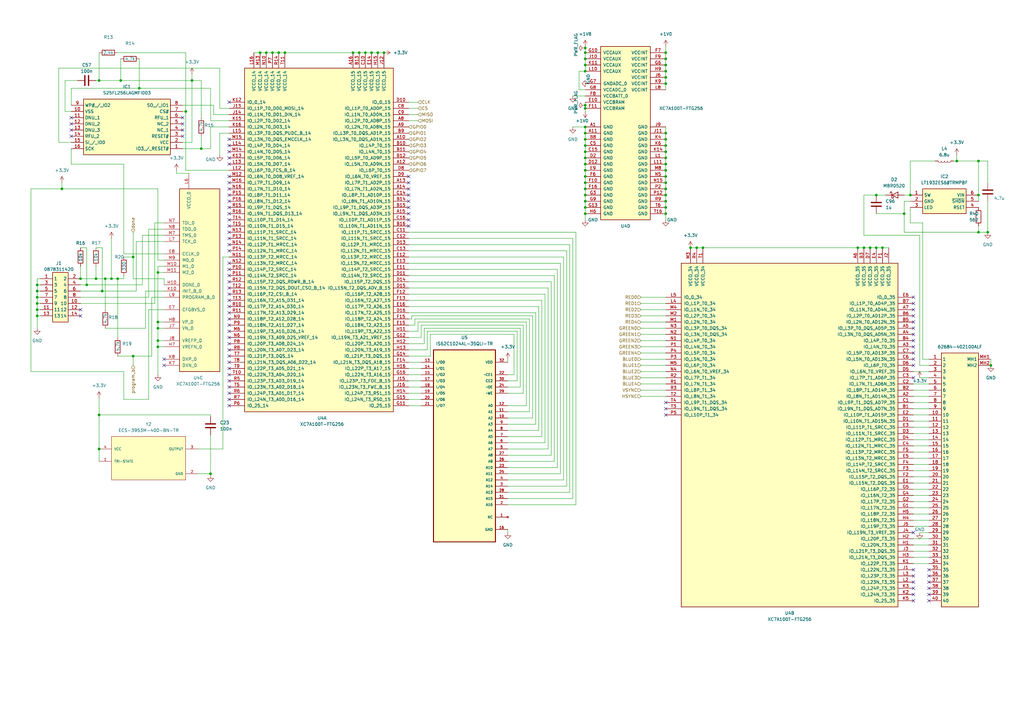
<source format=kicad_sch>
(kicad_sch (version 20230121) (generator eeschema)
  (paper "A3")
  (lib_symbols
    (symbol "0878311420:0878311420"
      (property "Reference" "J1" (at 7.62 6.35 0))
      (property "Value" "0878311420" (at 7.62 3.81 0))
      (symbol "0878311420_1_1"
        (pin passive line (at 0 0 0) (length 5.08) (name "1") (number "1"))
        (pin passive line (at 16.51 -10.16 180) (length 5.08) (name "10") (number "10"))
        (pin passive line (at 0 -12.7 0) (length 5.08) (name "11") (number "11"))
        (pin passive line (at 16.51 -12.7 180) (length 5.08) (name "12") (number "12"))
        (pin passive line (at 0 -15.24 0) (length 5.08) (name "13") (number "13"))
        (pin passive line (at 16.51 -15.24 180) (length 5.08) (name "14") (number "14"))
        (pin passive line (at 16.51 0 180) (length 5.08) (name "2") (number "2"))
        (pin passive line (at 0 -2.54 0) (length 5.08) (name "3") (number "3"))
        (pin passive line (at 16.51 -2.54 180) (length 5.08) (name "4") (number "4"))
        (pin passive line (at 0 -5.08 0) (length 5.08) (name "5") (number "5"))
        (pin passive line (at 16.51 -5.08 180) (length 5.08) (name "6") (number "6"))
        (pin passive line (at 0 -7.62 0) (length 5.08) (name "7") (number "7"))
        (pin passive line (at 16.51 -7.62 180) (length 5.08) (name "8") (number "8"))
        (pin passive line (at 0 -10.16 0) (length 5.08) (name "9") (number "9"))
      )
    )
    (symbol "62684-402100ALF:62684-402100ALF"
      (property "Reference" "J" (at 21.59 7.62 0))
      (property "Value" "62684-402100ALF" (at 21.59 5.08 0))
      (symbol "62684-402100ALF_1_1"
        (pin passive line (at 25.4 0 180) (length 5.08) (name "1") (number "1"))
        (pin passive line (at 25.4 -22.86 180) (length 5.08) (name "10") (number "10"))
        (pin passive line (at 25.4 -25.4 180) (length 5.08) (name "11") (number "11"))
        (pin passive line (at 25.4 -27.94 180) (length 5.08) (name "12") (number "12"))
        (pin passive line (at 25.4 -30.48 180) (length 5.08) (name "13") (number "13"))
        (pin passive line (at 25.4 -33.02 180) (length 5.08) (name "14") (number "14"))
        (pin passive line (at 25.4 -35.56 180) (length 5.08) (name "15") (number "15"))
        (pin passive line (at 25.4 -38.1 180) (length 5.08) (name "16") (number "16"))
        (pin passive line (at 25.4 -40.64 180) (length 5.08) (name "17") (number "17"))
        (pin passive line (at 25.4 -43.18 180) (length 5.08) (name "18") (number "18"))
        (pin passive line (at 25.4 -45.72 180) (length 5.08) (name "19") (number "19"))
        (pin passive line (at 25.4 -2.54 180) (length 5.08) (name "2") (number "2"))
        (pin passive line (at 25.4 -48.26 180) (length 5.08) (name "20") (number "20"))
        (pin passive line (at 25.4 -50.8 180) (length 5.08) (name "21") (number "21"))
        (pin passive line (at 25.4 -53.34 180) (length 5.08) (name "22") (number "22"))
        (pin passive line (at 25.4 -55.88 180) (length 5.08) (name "23") (number "23"))
        (pin passive line (at 25.4 -58.42 180) (length 5.08) (name "24") (number "24"))
        (pin passive line (at 25.4 -60.96 180) (length 5.08) (name "25") (number "25"))
        (pin passive line (at 25.4 -63.5 180) (length 5.08) (name "26") (number "26"))
        (pin passive line (at 25.4 -66.04 180) (length 5.08) (name "27") (number "27"))
        (pin passive line (at 25.4 -68.58 180) (length 5.08) (name "28") (number "28"))
        (pin passive line (at 25.4 -71.12 180) (length 5.08) (name "29") (number "29"))
        (pin passive line (at 25.4 -5.08 180) (length 5.08) (name "3") (number "3"))
        (pin passive line (at 25.4 -73.66 180) (length 5.08) (name "30") (number "30"))
        (pin passive line (at 25.4 -76.2 180) (length 5.08) (name "31") (number "31"))
        (pin passive line (at 25.4 -78.74 180) (length 5.08) (name "32") (number "32"))
        (pin passive line (at 25.4 -81.28 180) (length 5.08) (name "33") (number "33"))
        (pin passive line (at 25.4 -83.82 180) (length 5.08) (name "34") (number "34"))
        (pin passive line (at 25.4 -86.36 180) (length 5.08) (name "35") (number "35"))
        (pin passive line (at 25.4 -88.9 180) (length 5.08) (name "36") (number "36"))
        (pin passive line (at 25.4 -91.44 180) (length 5.08) (name "37") (number "37"))
        (pin passive line (at 25.4 -93.98 180) (length 5.08) (name "38") (number "38"))
        (pin passive line (at 25.4 -96.52 180) (length 5.08) (name "39") (number "39"))
        (pin passive line (at 25.4 -7.62 180) (length 5.08) (name "4") (number "4"))
        (pin passive line (at 25.4 -99.06 180) (length 5.08) (name "40") (number "40"))
        (pin passive line (at 25.4 -10.16 180) (length 5.08) (name "5") (number "5"))
        (pin passive line (at 25.4 -12.7 180) (length 5.08) (name "6") (number "6"))
        (pin passive line (at 25.4 -15.24 180) (length 5.08) (name "7") (number "7"))
        (pin passive line (at 25.4 -17.78 180) (length 5.08) (name "8") (number "8"))
        (pin passive line (at 25.4 -20.32 180) (length 5.08) (name "9") (number "9"))
        (pin passive line (at 0 0 0) (length 5.08) (name "MH1") (number "MH1"))
        (pin passive line (at 0 -2.54 0) (length 5.08) (name "MH2") (number "MH2"))
      )
    )
    (symbol "Device:C" (pin_numbers hide) (pin_names (offset 0.254))
      (property "Reference" "C" (at 0.635 2.54 0))
      (property "Value" "C" (at 0.635 -2.54 0))
      (symbol "C_1_1"
        (pin passive line (at 0 3.81 270) (length 2.794) (name "~") (number "1"))
        (pin passive line (at 0 -3.81 90) (length 2.794) (name "~") (number "2"))
      )
    )
    (symbol "Device:L" (pin_numbers hide) (pin_names (offset 1.016) hide)
      (property "Reference" "L" (at -1.27 0 90))
      (property "Value" "L" (at 1.905 0 90))
      (symbol "L_1_1"
        (pin passive line (at 0 3.81 270) (length 1.27) (name "1") (number "1"))
        (pin passive line (at 0 -3.81 90) (length 1.27) (name "2") (number "2"))
      )
    )
    (symbol "Device:R" (pin_numbers hide) (pin_names (offset 0))
      (property "Reference" "R" (at 2.032 0 90))
      (property "Value" "R" (at 0 0 90))
      (symbol "R_1_1"
        (pin passive line (at 0 3.81 270) (length 1.27) (name "~") (number "1"))
        (pin passive line (at 0 -3.81 90) (length 1.27) (name "~") (number "2"))
      )
    )
    (symbol "Diode:MBR0520" (pin_numbers hide) (pin_names (offset 1.016) hide)
      (property "Reference" "D" (at 0 2.54 0))
      (property "Value" "MBR0520" (at 0 -2.54 0))
      (symbol "MBR0520_1_1"
        (pin passive line (at -3.81 0 0) (length 2.54) (name "K") (number "1"))
        (pin passive line (at 3.81 0 180) (length 2.54) (name "A") (number "2"))
      )
    )
    (symbol "ECS-3953M-400-BN-TR:ECS-3953M-400-BN-TR" (pin_names (offset 1.016))
      (property "Reference" "Y" (at -15.3062 8.1633 0))
      (property "Value" "ECS-3953M-400-BN-TR" (at -15.2879 -12.7399 0))
      (symbol "ECS-3953M-400-BN-TR_0_0"
        (pin input line (at -20.32 -2.54 0) (length 5.08) (name "TRI-STATE") (number "1"))
        (pin power_in line (at 20.32 -7.62 180) (length 5.08) (name "GND") (number "2"))
        (pin output line (at 20.32 2.54 180) (length 5.08) (name "OUTPUT") (number "3"))
        (pin input line (at -20.32 2.54 0) (length 5.08) (name "VCC") (number "4"))
      )
    )
    (symbol "FPGA_Xilinx_Artix7:XC7A100T-FTG256" (pin_names (offset 1.016))
      (property "Reference" "U4" (at 0 -76.2 0))
      (property "Value" "XC7A100T-FTG256" (at 0 -78.74 0))
      (symbol "XC7A100T-FTG256_1_1"
        (pin bidirectional line (at 35.56 38.1 180) (length 6.35) (name "IO_L3N_T0_DQS_AD1N_15") (number "A10"))
        (pin bidirectional line (at 35.56 27.94 180) (length 6.35) (name "IO_L5N_T0_AD9N_15") (number "A12"))
        (pin bidirectional line (at 35.56 20.32 180) (length 6.35) (name "IO_L7P_T1_AD2P_15") (number "A13"))
        (pin bidirectional line (at 35.56 17.78 180) (length 6.35) (name "IO_L7N_T1_AD2N_15") (number "A14"))
        (pin bidirectional line (at 35.56 7.62 180) (length 6.35) (name "IO_L9N_T1_DQS_AD3N_15") (number "A15"))
        (pin power_in line (at 12.7 73.66 270) (length 6.35) (name "VCCO_15") (number "A16"))
        (pin bidirectional line (at 35.56 45.72 180) (length 6.35) (name "IO_L2P_T0_AD8P_15") (number "A8"))
        (pin bidirectional line (at 35.56 43.18 180) (length 6.35) (name "IO_L2N_T0_AD8N_15") (number "A9"))
        (pin bidirectional line (at 35.56 35.56 180) (length 6.35) (name "IO_L4P_T0_15") (number "B10"))
        (pin bidirectional line (at 35.56 33.02 180) (length 6.35) (name "IO_L4N_T0_15") (number "B11"))
        (pin bidirectional line (at 35.56 30.48 180) (length 6.35) (name "IO_L5P_T0_AD9P_15") (number "B12"))
        (pin power_in line (at 15.24 73.66 270) (length 6.35) (name "VCCO_15") (number "B13"))
        (pin bidirectional line (at 35.56 12.7 180) (length 6.35) (name "IO_L8N_T1_AD10N_15") (number "B14"))
        (pin bidirectional line (at 35.56 10.16 180) (length 6.35) (name "IO_L9P_T1_DQS_AD3P_15") (number "B15"))
        (pin bidirectional line (at 35.56 2.54 180) (length 6.35) (name "IO_L10N_T1_AD11N_15") (number "B16"))
        (pin bidirectional line (at 35.56 40.64 180) (length 6.35) (name "IO_L3P_T0_DQS_AD1P_15") (number "B9"))
        (pin power_in line (at 17.78 73.66 270) (length 6.35) (name "VCCO_15") (number "C10"))
        (pin bidirectional line (at 35.56 0 180) (length 6.35) (name "IO_L11P_T1_SRCC_15") (number "C11"))
        (pin bidirectional line (at 35.56 -2.54 180) (length 6.35) (name "IO_L11N_T1_SRCC_15") (number "C12"))
        (pin bidirectional line (at 35.56 -7.62 180) (length 6.35) (name "IO_L12N_T1_MRCC_15") (number "C13"))
        (pin bidirectional line (at 35.56 15.24 180) (length 6.35) (name "IO_L8P_T1_AD10P_15") (number "C14"))
        (pin bidirectional line (at 35.56 5.08 180) (length 6.35) (name "IO_L10P_T1_AD11P_15") (number "C16"))
        (pin bidirectional line (at 35.56 50.8 180) (length 6.35) (name "IO_L1P_T0_AD0P_15") (number "C8"))
        (pin bidirectional line (at 35.56 48.26 180) (length 6.35) (name "IO_L1N_T0_AD0N_15") (number "C9"))
        (pin bidirectional line (at 35.56 53.34 180) (length 6.35) (name "IO_0_15") (number "D10"))
        (pin bidirectional line (at 35.56 -17.78 180) (length 6.35) (name "IO_L14N_T2_SRCC_15") (number "D11"))
        (pin bidirectional line (at 35.56 -5.08 180) (length 6.35) (name "IO_L12P_T1_MRCC_15") (number "D13"))
        (pin bidirectional line (at 35.56 -20.32 180) (length 6.35) (name "IO_L15P_T2_DQS_15") (number "D14"))
        (pin bidirectional line (at 35.56 -22.86 180) (length 6.35) (name "IO_L15N_T2_DQS_ADV_B_15") (number "D15"))
        (pin bidirectional line (at 35.56 -33.02 180) (length 6.35) (name "IO_L17N_T2_A25_15") (number "D16"))
        (pin bidirectional line (at 35.56 25.4 180) (length 6.35) (name "IO_L6P_T0_15") (number "D8"))
        (pin bidirectional line (at 35.56 22.86 180) (length 6.35) (name "IO_L6N_T0_VREF_15") (number "D9"))
        (pin bidirectional line (at 35.56 -15.24 180) (length 6.35) (name "IO_L14P_T2_SRCC_15") (number "E11"))
        (pin bidirectional line (at 35.56 -10.16 180) (length 6.35) (name "IO_L13P_T2_MRCC_15") (number "E12"))
        (pin bidirectional line (at 35.56 -12.7 180) (length 6.35) (name "IO_L13N_T2_MRCC_15") (number "E13"))
        (pin power_in line (at 20.32 73.66 270) (length 6.35) (name "VCCO_15") (number "E14"))
        (pin bidirectional line (at 35.56 -38.1 180) (length 6.35) (name "IO_L18N_T2_A23_15") (number "E15"))
        (pin bidirectional line (at 35.56 -30.48 180) (length 6.35) (name "IO_L17P_T2_A26_15") (number "E16"))
        (pin bidirectional line (at 35.56 -25.4 180) (length 6.35) (name "IO_L16P_T2_A28_15") (number "F12"))
        (pin bidirectional line (at 35.56 -27.94 180) (length 6.35) (name "IO_L16N_T2_A27_15") (number "F13"))
        (pin bidirectional line (at 35.56 -53.34 180) (length 6.35) (name "IO_L21N_T3_DQS_A18_15") (number "F14"))
        (pin bidirectional line (at 35.56 -35.56 180) (length 6.35) (name "IO_L18P_T2_A24_15") (number "F15"))
        (pin bidirectional line (at 35.56 -71.12 180) (length 6.35) (name "IO_25_15") (number "G11"))
        (pin bidirectional line (at 35.56 -43.18 180) (length 6.35) (name "IO_L19N_T3_A21_VREF_15") (number "G12"))
        (pin bidirectional line (at 35.56 -50.8 180) (length 6.35) (name "IO_L21P_T3_DQS_15") (number "G14"))
        (pin bidirectional line (at 35.56 -68.58 180) (length 6.35) (name "IO_L24N_T3_RS0_15") (number "G15"))
        (pin bidirectional line (at 35.56 -58.42 180) (length 6.35) (name "IO_L22N_T3_A16_15") (number "G16"))
        (pin bidirectional line (at 35.56 -40.64 180) (length 6.35) (name "IO_L19P_T3_A22_15") (number "H11"))
        (pin bidirectional line (at 35.56 -45.72 180) (length 6.35) (name "IO_L20P_T3_A20_15") (number "H12"))
        (pin bidirectional line (at 35.56 -48.26 180) (length 6.35) (name "IO_L20N_T3_A19_15") (number "H13"))
        (pin bidirectional line (at 35.56 -66.04 180) (length 6.35) (name "IO_L24P_T3_RS1_15") (number "H14"))
        (pin power_in line (at 22.86 73.66 270) (length 6.35) (name "VCCO_15") (number "H15"))
        (pin bidirectional line (at 35.56 -55.88 180) (length 6.35) (name "IO_L22P_T3_A17_15") (number "H16"))
        (pin power_in line (at 25.4 73.66 270) (length 6.35) (name "VCCO_15") (number "J12"))
        (pin bidirectional line (at -38.1 50.8 0) (length 6.35) (name "IO_L1P_T0_D00_MOSI_14") (number "J13"))
        (pin bidirectional line (at -38.1 48.26 0) (length 6.35) (name "IO_L1N_T0_D01_DIN_14") (number "J14"))
        (pin bidirectional line (at 35.56 -60.96 180) (length 6.35) (name "IO_L23P_T3_FOE_B_15") (number "J15"))
        (pin bidirectional line (at 35.56 -63.5 180) (length 6.35) (name "IO_L23N_T3_FWE_B_15") (number "J16"))
        (pin bidirectional line (at -38.1 53.34 0) (length 6.35) (name "IO_0_14") (number "K12"))
        (pin bidirectional line (at -38.1 30.48 0) (length 6.35) (name "IO_L5P_T0_D06_14") (number "K13"))
        (pin bidirectional line (at -38.1 45.72 0) (length 6.35) (name "IO_L2P_T0_D02_14") (number "K15"))
        (pin bidirectional line (at -38.1 43.18 0) (length 6.35) (name "IO_L2N_T0_D03_14") (number "K16"))
        (pin bidirectional line (at -38.1 25.4 0) (length 6.35) (name "IO_L6P_T0_FCS_B_14") (number "L12"))
        (pin bidirectional line (at -38.1 27.94 0) (length 6.35) (name "IO_L5N_T0_D07_14") (number "L13"))
        (pin bidirectional line (at -38.1 35.56 0) (length 6.35) (name "IO_L4P_T0_D04_14") (number "L14"))
        (pin bidirectional line (at -38.1 40.64 0) (length 6.35) (name "IO_L3P_T0_DQS_PUDC_B_14") (number "L15"))
        (pin power_in line (at -27.94 73.66 270) (length 6.35) (name "VCCO_14") (number "L16"))
        (pin bidirectional line (at -38.1 22.86 0) (length 6.35) (name "IO_L6N_T0_D08_VREF_14") (number "M12"))
        (pin power_in line (at -25.4 73.66 270) (length 6.35) (name "VCCO_14") (number "M13"))
        (pin bidirectional line (at -38.1 33.02 0) (length 6.35) (name "IO_L4N_T0_D05_14") (number "M14"))
        (pin bidirectional line (at -38.1 38.1 0) (length 6.35) (name "IO_L3N_T0_DQS_EMCCLK_14") (number "M15"))
        (pin bidirectional line (at -38.1 20.32 0) (length 6.35) (name "IO_L7P_T1_D09_14") (number "M16"))
        (pin bidirectional line (at -38.1 -40.64 0) (length 6.35) (name "IO_L19P_T3_A10_D26_14") (number "M6"))
        (pin power_in line (at -22.86 73.66 270) (length 6.35) (name "VCCO_14") (number "N10"))
        (pin bidirectional line (at -38.1 -10.16 0) (length 6.35) (name "IO_L13P_T2_MRCC_14") (number "N11"))
        (pin bidirectional line (at -38.1 -12.7 0) (length 6.35) (name "IO_L13N_T2_MRCC_14") (number "N12"))
        (pin bidirectional line (at -38.1 0 0) (length 6.35) (name "IO_L11P_T1_SRCC_14") (number "N13"))
        (pin bidirectional line (at -38.1 -5.08 0) (length 6.35) (name "IO_L12P_T1_MRCC_14") (number "N14"))
        (pin bidirectional line (at -38.1 17.78 0) (length 6.35) (name "IO_L7N_T1_D10_14") (number "N16"))
        (pin bidirectional line (at -38.1 -43.18 0) (length 6.35) (name "IO_L19N_T3_A09_D25_VREF_14") (number "N6"))
        (pin bidirectional line (at -38.1 -35.56 0) (length 6.35) (name "IO_L18P_T2_A12_D28_14") (number "N9"))
        (pin bidirectional line (at -38.1 -15.24 0) (length 6.35) (name "IO_L14P_T2_SRCC_14") (number "P10"))
        (pin bidirectional line (at -38.1 -17.78 0) (length 6.35) (name "IO_L14N_T2_SRCC_14") (number "P11"))
        (pin bidirectional line (at -38.1 -2.54 0) (length 6.35) (name "IO_L11N_T1_SRCC_14") (number "P13"))
        (pin bidirectional line (at -38.1 -7.62 0) (length 6.35) (name "IO_L12N_T1_MRCC_14") (number "P14"))
        (pin bidirectional line (at -38.1 15.24 0) (length 6.35) (name "IO_L8P_T1_D11_14") (number "P15"))
        (pin bidirectional line (at -38.1 12.7 0) (length 6.35) (name "IO_L8N_T1_D12_14") (number "P16"))
        (pin bidirectional line (at -38.1 -71.12 0) (length 6.35) (name "IO_25_14") (number "P6"))
        (pin power_in line (at -20.32 73.66 270) (length 6.35) (name "VCCO_14") (number "P7"))
        (pin bidirectional line (at -38.1 -45.72 0) (length 6.35) (name "IO_L20P_T3_A08_D24_14") (number "P8"))
        (pin bidirectional line (at -38.1 -38.1 0) (length 6.35) (name "IO_L18N_T2_A11_D27_14") (number "P9"))
        (pin bidirectional line (at -38.1 -30.48 0) (length 6.35) (name "IO_L17P_T2_A14_D30_14") (number "R10"))
        (pin bidirectional line (at -38.1 -33.02 0) (length 6.35) (name "IO_L17N_T2_A13_D29_14") (number "R11"))
        (pin bidirectional line (at -38.1 -20.32 0) (length 6.35) (name "IO_L15P_T2_DQS_RDWR_B_14") (number "R12"))
        (pin bidirectional line (at -38.1 -25.4 0) (length 6.35) (name "IO_L16P_T2_CSI_B_14") (number "R13"))
        (pin power_in line (at -17.78 73.66 270) (length 6.35) (name "VCCO_14") (number "R14"))
        (pin bidirectional line (at -38.1 10.16 0) (length 6.35) (name "IO_L9P_T1_DQS_14") (number "R15"))
        (pin bidirectional line (at -38.1 7.62 0) (length 6.35) (name "IO_L9N_T1_DQS_D13_14") (number "R16"))
        (pin bidirectional line (at -38.1 -60.96 0) (length 6.35) (name "IO_L23P_T3_A03_D19_14") (number "R5"))
        (pin bidirectional line (at -38.1 -66.04 0) (length 6.35) (name "IO_L24P_T3_A01_D17_14") (number "R6"))
        (pin bidirectional line (at -38.1 -68.58 0) (length 6.35) (name "IO_L24N_T3_A00_D16_14") (number "R7"))
        (pin bidirectional line (at -38.1 -48.26 0) (length 6.35) (name "IO_L20N_T3_A07_D23_14") (number "R8"))
        (pin bidirectional line (at -38.1 -58.42 0) (length 6.35) (name "IO_L22N_T3_A04_D20_14") (number "T10"))
        (pin power_in line (at -15.24 73.66 270) (length 6.35) (name "VCCO_14") (number "T11"))
        (pin bidirectional line (at -38.1 -22.86 0) (length 6.35) (name "IO_L15N_T2_DQS_DOUT_CSO_B_14") (number "T12"))
        (pin bidirectional line (at -38.1 -27.94 0) (length 6.35) (name "IO_L16N_T2_A15_D31_14") (number "T13"))
        (pin bidirectional line (at -38.1 5.08 0) (length 6.35) (name "IO_L10P_T1_D14_14") (number "T14"))
        (pin bidirectional line (at -38.1 2.54 0) (length 6.35) (name "IO_L10N_T1_D15_14") (number "T15"))
        (pin bidirectional line (at -38.1 -63.5 0) (length 6.35) (name "IO_L23N_T3_A02_D18_14") (number "T5"))
        (pin bidirectional line (at -38.1 -50.8 0) (length 6.35) (name "IO_L21P_T3_DQS_14") (number "T7"))
        (pin bidirectional line (at -38.1 -53.34 0) (length 6.35) (name "IO_L21N_T3_DQS_A06_D22_14") (number "T8"))
        (pin bidirectional line (at -38.1 -55.88 0) (length 6.35) (name "IO_L22P_T3_A05_D21_14") (number "T9"))
      )
      (symbol "XC7A100T-FTG256_2_1"
        (pin bidirectional line (at 50.8 12.7 180) (length 6.35) (name "IO_L8N_T1_AD14N_35") (number "A2"))
        (pin bidirectional line (at 50.8 33.02 180) (length 6.35) (name "IO_L4N_T0_35") (number "A3"))
        (pin bidirectional line (at 50.8 38.1 180) (length 6.35) (name "IO_L3N_T0_DQS_AD5N_35") (number "A4"))
        (pin bidirectional line (at 50.8 40.64 180) (length 6.35) (name "IO_L3P_T0_DQS_AD5P_35") (number "A5"))
        (pin power_in line (at 27.94 73.66 270) (length 6.35) (name "VCCO_35") (number "A6"))
        (pin bidirectional line (at 50.8 48.26 180) (length 6.35) (name "IO_L1N_T0_AD4N_35") (number "A7"))
        (pin bidirectional line (at 50.8 7.62 180) (length 6.35) (name "IO_L9N_T1_DQS_AD7N_35") (number "B1"))
        (pin bidirectional line (at 50.8 15.24 180) (length 6.35) (name "IO_L8P_T1_AD14P_35") (number "B2"))
        (pin power_in line (at 30.48 73.66 270) (length 6.35) (name "VCCO_35") (number "B3"))
        (pin bidirectional line (at 50.8 35.56 180) (length 6.35) (name "IO_L4P_T0_35") (number "B4"))
        (pin bidirectional line (at 50.8 43.18 180) (length 6.35) (name "IO_L2N_T0_AD12N_35") (number "B5"))
        (pin bidirectional line (at 50.8 45.72 180) (length 6.35) (name "IO_L2P_T0_AD12P_35") (number "B6"))
        (pin bidirectional line (at 50.8 50.8 180) (length 6.35) (name "IO_L1P_T0_AD4P_35") (number "B7"))
        (pin bidirectional line (at 50.8 10.16 180) (length 6.35) (name "IO_L9P_T1_DQS_AD7P_35") (number "C1"))
        (pin bidirectional line (at 50.8 17.78 180) (length 6.35) (name "IO_L7N_T1_AD6N_35") (number "C2"))
        (pin bidirectional line (at 50.8 20.32 180) (length 6.35) (name "IO_L7P_T1_AD6P_35") (number "C3"))
        (pin bidirectional line (at 50.8 -7.62 180) (length 6.35) (name "IO_L12N_T1_MRCC_35") (number "C4"))
        (pin bidirectional line (at 50.8 27.94 180) (length 6.35) (name "IO_L5N_T0_AD13N_35") (number "C6"))
        (pin bidirectional line (at 50.8 30.48 180) (length 6.35) (name "IO_L5P_T0_AD13P_35") (number "C7"))
        (pin bidirectional line (at 50.8 2.54 180) (length 6.35) (name "IO_L10N_T1_AD15N_35") (number "D1"))
        (pin bidirectional line (at 50.8 -2.54 180) (length 6.35) (name "IO_L11N_T1_SRCC_35") (number "D3"))
        (pin bidirectional line (at 50.8 -5.08 180) (length 6.35) (name "IO_L12P_T1_MRCC_35") (number "D4"))
        (pin bidirectional line (at 50.8 22.86 180) (length 6.35) (name "IO_L6N_T0_VREF_35") (number "D5"))
        (pin bidirectional line (at 50.8 25.4 180) (length 6.35) (name "IO_L6P_T0_35") (number "D6"))
        (pin power_in line (at 33.02 73.66 270) (length 6.35) (name "VCCO_35") (number "D7"))
        (pin bidirectional line (at 50.8 -22.86 180) (length 6.35) (name "IO_L15N_T2_DQS_35") (number "E1"))
        (pin bidirectional line (at 50.8 5.08 180) (length 6.35) (name "IO_L10P_T1_AD15P_35") (number "E2"))
        (pin bidirectional line (at 50.8 0 180) (length 6.35) (name "IO_L11P_T1_SRCC_35") (number "E3"))
        (pin power_in line (at 35.56 73.66 270) (length 6.35) (name "VCCO_35") (number "E4"))
        (pin bidirectional line (at 50.8 -12.7 180) (length 6.35) (name "IO_L13N_T2_MRCC_35") (number "E5"))
        (pin bidirectional line (at 50.8 53.34 180) (length 6.35) (name "IO_0_35") (number "E6"))
        (pin power_in line (at 38.1 73.66 270) (length 6.35) (name "VCCO_35") (number "F1"))
        (pin bidirectional line (at 50.8 -20.32 180) (length 6.35) (name "IO_L15P_T2_DQS_35") (number "F2"))
        (pin bidirectional line (at 50.8 -17.78 180) (length 6.35) (name "IO_L14N_T2_SRCC_35") (number "F3"))
        (pin bidirectional line (at 50.8 -15.24 180) (length 6.35) (name "IO_L14P_T2_SRCC_35") (number "F4"))
        (pin bidirectional line (at 50.8 -10.16 180) (length 6.35) (name "IO_L13P_T2_MRCC_35") (number "F5"))
        (pin bidirectional line (at 50.8 -33.02 180) (length 6.35) (name "IO_L17N_T2_35") (number "G1"))
        (pin bidirectional line (at 50.8 -30.48 180) (length 6.35) (name "IO_L17P_T2_35") (number "G2"))
        (pin bidirectional line (at 50.8 -27.94 180) (length 6.35) (name "IO_L16N_T2_35") (number "G4"))
        (pin bidirectional line (at 50.8 -25.4 180) (length 6.35) (name "IO_L16P_T2_35") (number "G5"))
        (pin bidirectional line (at 50.8 -48.26 180) (length 6.35) (name "IO_L20N_T3_35") (number "H1"))
        (pin bidirectional line (at 50.8 -45.72 180) (length 6.35) (name "IO_L20P_T3_35") (number "H2"))
        (pin bidirectional line (at 50.8 -53.34 180) (length 6.35) (name "IO_L21N_T3_DQS_35") (number "H3"))
        (pin bidirectional line (at 50.8 -38.1 180) (length 6.35) (name "IO_L18N_T2_35") (number "H4"))
        (pin bidirectional line (at 50.8 -35.56 180) (length 6.35) (name "IO_L18P_T2_35") (number "H5"))
        (pin bidirectional line (at 50.8 -58.42 180) (length 6.35) (name "IO_L22N_T3_35") (number "J1"))
        (pin power_in line (at 40.64 73.66 270) (length 6.35) (name "VCCO_35") (number "J2"))
        (pin bidirectional line (at 50.8 -50.8 180) (length 6.35) (name "IO_L21P_T3_DQS_35") (number "J3"))
        (pin bidirectional line (at 50.8 -43.18 180) (length 6.35) (name "IO_L19N_T3_VREF_35") (number "J4"))
        (pin bidirectional line (at 50.8 -40.64 180) (length 6.35) (name "IO_L19P_T3_35") (number "J5"))
        (pin bidirectional line (at 50.8 -55.88 180) (length 6.35) (name "IO_L22P_T3_35") (number "K1"))
        (pin bidirectional line (at 50.8 -68.58 180) (length 6.35) (name "IO_L24N_T3_35") (number "K2"))
        (pin bidirectional line (at 50.8 -66.04 180) (length 6.35) (name "IO_L24P_T3_35") (number "K3"))
        (pin bidirectional line (at 50.8 -71.12 180) (length 6.35) (name "IO_25_35") (number "K5"))
        (pin bidirectional line (at 50.8 -63.5 180) (length 6.35) (name "IO_L23N_T3_35") (number "L2"))
        (pin bidirectional line (at 50.8 -60.96 180) (length 6.35) (name "IO_L23P_T3_35") (number "L3"))
        (pin bidirectional line (at -50.8 50.8 0) (length 6.35) (name "IO_L1P_T0_34") (number "L4"))
        (pin bidirectional line (at -50.8 53.34 0) (length 6.35) (name "IO_0_34") (number "L5"))
        (pin bidirectional line (at -50.8 43.18 0) (length 6.35) (name "IO_L2N_T0_34") (number "M1"))
        (pin bidirectional line (at -50.8 45.72 0) (length 6.35) (name "IO_L2P_T0_34") (number "M2"))
        (pin power_in line (at -40.64 73.66 270) (length 6.35) (name "VCCO_34") (number "M3"))
        (pin bidirectional line (at -50.8 48.26 0) (length 6.35) (name "IO_L1N_T0_34") (number "M4"))
        (pin bidirectional line (at -50.8 25.4 0) (length 6.35) (name "IO_L6P_T0_34") (number "M5"))
        (pin bidirectional line (at -50.8 35.56 0) (length 6.35) (name "IO_L4P_T0_34") (number "N1"))
        (pin bidirectional line (at -50.8 38.1 0) (length 6.35) (name "IO_L3N_T0_DQS_34") (number "N2"))
        (pin bidirectional line (at -50.8 40.64 0) (length 6.35) (name "IO_L3P_T0_DQS_34") (number "N3"))
        (pin bidirectional line (at -50.8 22.86 0) (length 6.35) (name "IO_L6N_T0_VREF_34") (number "N4"))
        (pin bidirectional line (at -50.8 33.02 0) (length 6.35) (name "IO_L4N_T0_34") (number "P1"))
        (pin bidirectional line (at -50.8 27.94 0) (length 6.35) (name "IO_L5N_T0_34") (number "P3"))
        (pin bidirectional line (at -50.8 30.48 0) (length 6.35) (name "IO_L5P_T0_34") (number "P4"))
        (pin bidirectional line (at -50.8 5.08 0) (length 6.35) (name "IO_L10P_T1_34") (number "P5"))
        (pin bidirectional line (at -50.8 17.78 0) (length 6.35) (name "IO_L7N_T1_34") (number "R1"))
        (pin bidirectional line (at -50.8 20.32 0) (length 6.35) (name "IO_L7P_T1_34") (number "R2"))
        (pin bidirectional line (at -50.8 15.24 0) (length 6.35) (name "IO_L8P_T1_34") (number "R3"))
        (pin power_in line (at -38.1 73.66 270) (length 6.35) (name "VCCO_34") (number "R4"))
        (pin power_in line (at -35.56 73.66 270) (length 6.35) (name "VCCO_34") (number "T1"))
        (pin bidirectional line (at -50.8 12.7 0) (length 6.35) (name "IO_L8N_T1_34") (number "T2"))
        (pin bidirectional line (at -50.8 7.62 0) (length 6.35) (name "IO_L9N_T1_DQS_34") (number "T3"))
        (pin bidirectional line (at -50.8 10.16 0) (length 6.35) (name "IO_L9P_T1_DQS_34") (number "T4"))
      )
      (symbol "XC7A100T-FTG256_3_1"
        (pin bidirectional line (at 13.97 -15.24 180) (length 6.35) (name "CFGBVS_0") (number "E7"))
        (pin bidirectional line (at 13.97 7.62 180) (length 6.35) (name "CCLK_0") (number "E8"))
        (pin bidirectional line (at 13.97 -5.08 180) (length 6.35) (name "DONE_0") (number "H10"))
        (pin bidirectional line (at 13.97 -30.48 180) (length 6.35) (name "VREFN_0") (number "H7"))
        (pin bidirectional line (at 13.97 -20.32 180) (length 6.35) (name "VP_0") (number "H8"))
        (pin bidirectional line (at 13.97 -22.86 180) (length 6.35) (name "VN_0") (number "J7"))
        (pin bidirectional line (at 13.97 -27.94 180) (length 6.35) (name "VREFP_0") (number "J8"))
        (pin bidirectional line (at 13.97 -7.62 180) (length 6.35) (name "INIT_B_0") (number "K10"))
        (pin bidirectional line (at 13.97 -38.1 180) (length 6.35) (name "DXN_0") (number "K7"))
        (pin bidirectional line (at 13.97 -35.56 180) (length 6.35) (name "DXP_0") (number "K8"))
        (pin power_in line (at 3.81 40.64 270) (length 6.35) (name "VCCO_0") (number "L6"))
        (pin bidirectional line (at 13.97 12.7 180) (length 6.35) (name "TCK_0") (number "L7"))
        (pin bidirectional line (at 13.97 -10.16 180) (length 6.35) (name "PROGRAM_B_0") (number "L9"))
        (pin bidirectional line (at 13.97 2.54 180) (length 6.35) (name "M1_0") (number "M10"))
        (pin bidirectional line (at 13.97 0 180) (length 6.35) (name "M2_0") (number "M11"))
        (pin bidirectional line (at 13.97 15.24 180) (length 6.35) (name "TMS_0") (number "M7"))
        (pin bidirectional line (at 13.97 5.08 180) (length 6.35) (name "M0_0") (number "M9"))
        (pin bidirectional line (at 13.97 20.32 180) (length 6.35) (name "TDI_0") (number "N7"))
        (pin bidirectional line (at 13.97 17.78 180) (length 6.35) (name "TDO_0") (number "N8"))
      )
      (symbol "XC7A100T-FTG256_4_1"
        (pin power_in line (at -16.51 2.54 0) (length 6.35) (name "GND") (number "A1"))
        (pin power_in line (at -16.51 0 0) (length 6.35) (name "GND") (number "A11"))
        (pin power_in line (at -16.51 -2.54 0) (length 6.35) (name "GND") (number "B8"))
        (pin power_in line (at -16.51 -7.62 0) (length 6.35) (name "GND") (number "C15"))
        (pin power_in line (at -16.51 -5.08 0) (length 6.35) (name "GND") (number "C5"))
        (pin power_in line (at -16.51 -12.7 0) (length 6.35) (name "GND") (number "D12"))
        (pin power_in line (at -16.51 -10.16 0) (length 6.35) (name "GND") (number "D2"))
        (pin power_in line (at -16.51 12.7 0) (length 6.35) (name "VCCBRAM") (number "E10"))
        (pin power_in line (at -16.51 -15.24 0) (length 6.35) (name "GND") (number "E9"))
        (pin power_in line (at -16.51 -20.32 0) (length 6.35) (name "GND") (number "F10"))
        (pin power_in line (at -16.51 10.16 0) (length 6.35) (name "VCCBRAM") (number "F11"))
        (pin power_in line (at -16.51 -22.86 0) (length 6.35) (name "GND") (number "F16"))
        (pin power_in line (at -16.51 -17.78 0) (length 6.35) (name "GND") (number "F6"))
        (pin power_in line (at 16.51 33.02 180) (length 6.35) (name "VCCINT") (number "F7"))
        (pin power_in line (at -16.51 15.24 0) (length 6.35) (name "VCCBATT_0") (number "F8"))
        (pin power_in line (at 16.51 30.48 180) (length 6.35) (name "VCCINT") (number "F9"))
        (pin power_in line (at -16.51 33.02 0) (length 6.35) (name "VCCAUX") (number "G10"))
        (pin power_in line (at -16.51 -30.48 0) (length 6.35) (name "GND") (number "G13"))
        (pin power_in line (at -16.51 -25.4 0) (length 6.35) (name "GND") (number "G3"))
        (pin power_in line (at 16.51 27.94 180) (length 6.35) (name "VCCINT") (number "G6"))
        (pin power_in line (at -16.51 20.32 0) (length 6.35) (name "GNDADC_0") (number "G7"))
        (pin power_in line (at -16.51 17.78 0) (length 6.35) (name "VCCADC_0") (number "G8"))
        (pin power_in line (at -16.51 -27.94 0) (length 6.35) (name "GND") (number "G9"))
        (pin power_in line (at -16.51 -33.02 0) (length 6.35) (name "GND") (number "H6"))
        (pin power_in line (at 16.51 25.4 180) (length 6.35) (name "VCCINT") (number "H9"))
        (pin power_in line (at -16.51 30.48 0) (length 6.35) (name "VCCAUX") (number "J10"))
        (pin power_in line (at 16.51 0 180) (length 6.35) (name "GND") (number "J11"))
        (pin power_in line (at 16.51 22.86 180) (length 6.35) (name "VCCINT") (number "J6"))
        (pin power_in line (at 16.51 2.54 180) (length 6.35) (name "GND") (number "J9"))
        (pin power_in line (at -16.51 27.94 0) (length 6.35) (name "VCCAUX") (number "K11"))
        (pin power_in line (at 16.51 -7.62 180) (length 6.35) (name "GND") (number "K14"))
        (pin power_in line (at 16.51 -2.54 180) (length 6.35) (name "GND") (number "K4"))
        (pin power_in line (at 16.51 -5.08 180) (length 6.35) (name "GND") (number "K6"))
        (pin power_in line (at 16.51 20.32 180) (length 6.35) (name "VCCINT") (number "K9"))
        (pin power_in line (at 16.51 -10.16 180) (length 6.35) (name "GND") (number "L1"))
        (pin power_in line (at -16.51 25.4 0) (length 6.35) (name "VCCAUX") (number "L10"))
        (pin power_in line (at 16.51 -12.7 180) (length 6.35) (name "GND") (number "L11"))
        (pin power_in line (at 16.51 17.78 180) (length 6.35) (name "VCCINT") (number "L8"))
        (pin power_in line (at 16.51 -15.24 180) (length 6.35) (name "GND") (number "M8"))
        (pin power_in line (at 16.51 -20.32 180) (length 6.35) (name "GND") (number "N15"))
        (pin power_in line (at 16.51 -17.78 180) (length 6.35) (name "GND") (number "N5"))
        (pin power_in line (at 16.51 -25.4 180) (length 6.35) (name "GND") (number "P12"))
        (pin power_in line (at 16.51 -22.86 180) (length 6.35) (name "GND") (number "P2"))
        (pin power_in line (at 16.51 -27.94 180) (length 6.35) (name "GND") (number "R9"))
        (pin power_in line (at 16.51 -33.02 180) (length 6.35) (name "GND") (number "T16"))
        (pin power_in line (at 16.51 -30.48 180) (length 6.35) (name "GND") (number "T6"))
      )
    )
    (symbol "IS62C1024AL-35QLI-TR:IS62C1024AL-35QLI-TR" (pin_names (offset 1.016))
      (property "Reference" "U" (at -5.1423 38.1601 0))
      (property "Value" "IS62C1024AL-35QLI-TR" (at -4.6847 -47.3052 0))
      (symbol "IS62C1024AL-35QLI-TR_0_0"
        (pin no_connect line (at -17.78 -33.02 0) (length 5.08) (name "NC") (number "1"))
        (pin input line (at -17.78 7.62 0) (length 5.08) (name "A2") (number "10"))
        (pin input line (at -17.78 10.16 0) (length 5.08) (name "A1") (number "11"))
        (pin input line (at -17.78 12.7 0) (length 5.08) (name "A0") (number "12"))
        (pin bidirectional line (at 17.78 30.48 180) (length 5.08) (name "I/O0") (number "13"))
        (pin bidirectional line (at 17.78 27.94 180) (length 5.08) (name "I/O1") (number "14"))
        (pin bidirectional line (at 17.78 25.4 180) (length 5.08) (name "I/O2") (number "15"))
        (pin passive line (at -17.78 -38.1 0) (length 5.08) (name "GND") (number "16"))
        (pin bidirectional line (at 17.78 22.86 180) (length 5.08) (name "I/O3") (number "17"))
        (pin bidirectional line (at 17.78 20.32 180) (length 5.08) (name "I/O4") (number "18"))
        (pin bidirectional line (at 17.78 17.78 180) (length 5.08) (name "I/O5") (number "19"))
        (pin input line (at -17.78 -27.94 0) (length 5.08) (name "A16") (number "2"))
        (pin bidirectional line (at 17.78 15.24 180) (length 5.08) (name "I/O6") (number "20"))
        (pin bidirectional line (at 17.78 12.7 180) (length 5.08) (name "I/O7") (number "21"))
        (pin input line (at -17.78 25.4 0) (length 5.08) (name "~CE1") (number "22"))
        (pin input line (at -17.78 -12.7 0) (length 5.08) (name "A10") (number "23"))
        (pin input line (at -17.78 20.32 0) (length 5.08) (name "~OE") (number "24"))
        (pin input line (at -17.78 -15.24 0) (length 5.08) (name "A11") (number "25"))
        (pin input line (at -17.78 -10.16 0) (length 5.08) (name "A9") (number "26"))
        (pin input line (at -17.78 -7.62 0) (length 5.08) (name "A8") (number "27"))
        (pin input line (at -17.78 -22.86 0) (length 5.08) (name "A13") (number "28"))
        (pin input line (at -17.78 17.78 0) (length 5.08) (name "~WE") (number "29"))
        (pin input line (at -17.78 -20.32 0) (length 5.08) (name "A14") (number "3"))
        (pin input line (at -17.78 22.86 0) (length 5.08) (name "CE2") (number "30"))
        (pin input line (at -17.78 -25.4 0) (length 5.08) (name "A15") (number "31"))
        (pin power_in line (at -17.78 30.48 0) (length 5.08) (name "VDD") (number "32"))
        (pin input line (at -17.78 -17.78 0) (length 5.08) (name "A12") (number "4"))
        (pin input line (at -17.78 -5.08 0) (length 5.08) (name "A7") (number "5"))
        (pin input line (at -17.78 -2.54 0) (length 5.08) (name "A6") (number "6"))
        (pin input line (at -17.78 0 0) (length 5.08) (name "A5") (number "7"))
        (pin input line (at -17.78 2.54 0) (length 5.08) (name "A4") (number "8"))
        (pin input line (at -17.78 5.08 0) (length 5.08) (name "A3") (number "9"))
      )
    )
    (symbol "LT1932ES6#TRMPBF:LT1932ES6#TRMPBF"
      (property "Reference" "IC" (at 24.13 7.62 0))
      (property "Value" "LT1932ES6#TRMPBF" (at 24.13 5.08 0))
      (symbol "LT1932ES6#TRMPBF_1_1"
        (pin passive line (at 0 0 0) (length 5.08) (name "SW") (number "1"))
        (pin passive line (at 0 -2.54 0) (length 5.08) (name "GND") (number "2"))
        (pin passive line (at 0 -5.08 0) (length 5.08) (name "LED") (number "3"))
        (pin passive line (at 27.94 -5.08 180) (length 5.08) (name "RSET") (number "4"))
        (pin passive line (at 27.94 -2.54 180) (length 5.08) (name "~{SHDN}") (number "5"))
        (pin passive line (at 27.94 0 180) (length 5.08) (name "VIN") (number "6"))
      )
    )
    (symbol "S25FL256LAGMFI003:S25FL256LAGMFI003"
      (property "Reference" "IC" (at 41.91 7.62 0))
      (property "Value" "S25FL256LAGMFI003" (at 41.91 5.08 0))
      (symbol "S25FL256LAGMFI003_1_1"
        (pin passive line (at 0 0 0) (length 5.08) (name "IO3_/_RESET#") (number "1"))
        (pin passive line (at 45.72 -15.24 180) (length 5.08) (name "VSS") (number "10"))
        (pin passive line (at 45.72 -12.7 180) (length 5.08) (name "DNU_1") (number "11"))
        (pin passive line (at 45.72 -10.16 180) (length 5.08) (name "DNU_2") (number "12"))
        (pin passive line (at 45.72 -7.62 180) (length 5.08) (name "DNU_3") (number "13"))
        (pin passive line (at 45.72 -5.08 180) (length 5.08) (name "RFU_2") (number "14"))
        (pin passive line (at 45.72 -2.54 180) (length 5.08) (name "SI_/_IO0") (number "15"))
        (pin passive line (at 45.72 0 180) (length 5.08) (name "SCK") (number "16"))
        (pin passive line (at 0 -2.54 0) (length 5.08) (name "VCC") (number "2"))
        (pin passive line (at 0 -5.08 0) (length 5.08) (name "RESET#") (number "3"))
        (pin passive line (at 0 -7.62 0) (length 5.08) (name "NC_1") (number "4"))
        (pin passive line (at 0 -10.16 0) (length 5.08) (name "NC_2") (number "5"))
        (pin passive line (at 0 -12.7 0) (length 5.08) (name "RFU_1") (number "6"))
        (pin passive line (at 0 -15.24 0) (length 5.08) (name "CS#") (number "7"))
        (pin passive line (at 0 -17.78 0) (length 5.08) (name "SO_/_IO1") (number "8"))
        (pin passive line (at 45.72 -17.78 180) (length 5.08) (name "WP#_/_IO2") (number "9"))
      )
    )
    (symbol "XC7A100T-FTG256_1" (pin_names (offset 1.016))
      (property "Reference" "U4" (at 0 -76.2 0))
      (property "Value" "XC7A100T-FTG256" (at 0 -78.74 0))
      (symbol "XC7A100T-FTG256_1_1_1"
        (pin bidirectional line (at 35.56 38.1 180) (length 6.35) (name "IO_L3N_T0_DQS_AD1N_15") (number "A10"))
        (pin bidirectional line (at 35.56 27.94 180) (length 6.35) (name "IO_L5N_T0_AD9N_15") (number "A12"))
        (pin bidirectional line (at 35.56 20.32 180) (length 6.35) (name "IO_L7P_T1_AD2P_15") (number "A13"))
        (pin bidirectional line (at 35.56 17.78 180) (length 6.35) (name "IO_L7N_T1_AD2N_15") (number "A14"))
        (pin bidirectional line (at 35.56 7.62 180) (length 6.35) (name "IO_L9N_T1_DQS_AD3N_15") (number "A15"))
        (pin power_in line (at 12.7 73.66 270) (length 6.35) (name "VCCO_15") (number "A16"))
        (pin bidirectional line (at 35.56 45.72 180) (length 6.35) (name "IO_L2P_T0_AD8P_15") (number "A8"))
        (pin bidirectional line (at 35.56 43.18 180) (length 6.35) (name "IO_L2N_T0_AD8N_15") (number "A9"))
        (pin bidirectional line (at 35.56 35.56 180) (length 6.35) (name "IO_L4P_T0_15") (number "B10"))
        (pin bidirectional line (at 35.56 33.02 180) (length 6.35) (name "IO_L4N_T0_15") (number "B11"))
        (pin bidirectional line (at 35.56 30.48 180) (length 6.35) (name "IO_L5P_T0_AD9P_15") (number "B12"))
        (pin power_in line (at 15.24 73.66 270) (length 6.35) (name "VCCO_15") (number "B13"))
        (pin bidirectional line (at 35.56 12.7 180) (length 6.35) (name "IO_L8N_T1_AD10N_15") (number "B14"))
        (pin bidirectional line (at 35.56 10.16 180) (length 6.35) (name "IO_L9P_T1_DQS_AD3P_15") (number "B15"))
        (pin bidirectional line (at 35.56 2.54 180) (length 6.35) (name "IO_L10N_T1_AD11N_15") (number "B16"))
        (pin bidirectional line (at 35.56 40.64 180) (length 6.35) (name "IO_L3P_T0_DQS_AD1P_15") (number "B9"))
        (pin power_in line (at 17.78 73.66 270) (length 6.35) (name "VCCO_15") (number "C10"))
        (pin bidirectional line (at 35.56 0 180) (length 6.35) (name "IO_L11P_T1_SRCC_15") (number "C11"))
        (pin bidirectional line (at 35.56 -2.54 180) (length 6.35) (name "IO_L11N_T1_SRCC_15") (number "C12"))
        (pin bidirectional line (at 35.56 -7.62 180) (length 6.35) (name "IO_L12N_T1_MRCC_15") (number "C13"))
        (pin bidirectional line (at 35.56 15.24 180) (length 6.35) (name "IO_L8P_T1_AD10P_15") (number "C14"))
        (pin bidirectional line (at 35.56 5.08 180) (length 6.35) (name "IO_L10P_T1_AD11P_15") (number "C16"))
        (pin bidirectional line (at 35.56 50.8 180) (length 6.35) (name "IO_L1P_T0_AD0P_15") (number "C8"))
        (pin bidirectional line (at 35.56 48.26 180) (length 6.35) (name "IO_L1N_T0_AD0N_15") (number "C9"))
        (pin bidirectional line (at 35.56 53.34 180) (length 6.35) (name "IO_0_15") (number "D10"))
        (pin bidirectional line (at 35.56 -17.78 180) (length 6.35) (name "IO_L14N_T2_SRCC_15") (number "D11"))
        (pin bidirectional line (at 35.56 -5.08 180) (length 6.35) (name "IO_L12P_T1_MRCC_15") (number "D13"))
        (pin bidirectional line (at 35.56 -20.32 180) (length 6.35) (name "IO_L15P_T2_DQS_15") (number "D14"))
        (pin bidirectional line (at 35.56 -22.86 180) (length 6.35) (name "IO_L15N_T2_DQS_ADV_B_15") (number "D15"))
        (pin bidirectional line (at 35.56 -33.02 180) (length 6.35) (name "IO_L17N_T2_A25_15") (number "D16"))
        (pin bidirectional line (at 35.56 25.4 180) (length 6.35) (name "IO_L6P_T0_15") (number "D8"))
        (pin bidirectional line (at 35.56 22.86 180) (length 6.35) (name "IO_L6N_T0_VREF_15") (number "D9"))
        (pin bidirectional line (at 35.56 -15.24 180) (length 6.35) (name "IO_L14P_T2_SRCC_15") (number "E11"))
        (pin bidirectional line (at 35.56 -10.16 180) (length 6.35) (name "IO_L13P_T2_MRCC_15") (number "E12"))
        (pin bidirectional line (at 35.56 -12.7 180) (length 6.35) (name "IO_L13N_T2_MRCC_15") (number "E13"))
        (pin power_in line (at 20.32 73.66 270) (length 6.35) (name "VCCO_15") (number "E14"))
        (pin bidirectional line (at 35.56 -38.1 180) (length 6.35) (name "IO_L18N_T2_A23_15") (number "E15"))
        (pin bidirectional line (at 35.56 -30.48 180) (length 6.35) (name "IO_L17P_T2_A26_15") (number "E16"))
        (pin bidirectional line (at 35.56 -25.4 180) (length 6.35) (name "IO_L16P_T2_A28_15") (number "F12"))
        (pin bidirectional line (at 35.56 -27.94 180) (length 6.35) (name "IO_L16N_T2_A27_15") (number "F13"))
        (pin bidirectional line (at 35.56 -53.34 180) (length 6.35) (name "IO_L21N_T3_DQS_A18_15") (number "F14"))
        (pin bidirectional line (at 35.56 -35.56 180) (length 6.35) (name "IO_L18P_T2_A24_15") (number "F15"))
        (pin bidirectional line (at 35.56 -71.12 180) (length 6.35) (name "IO_25_15") (number "G11"))
        (pin bidirectional line (at 35.56 -43.18 180) (length 6.35) (name "IO_L19N_T3_A21_VREF_15") (number "G12"))
        (pin bidirectional line (at 35.56 -50.8 180) (length 6.35) (name "IO_L21P_T3_DQS_15") (number "G14"))
        (pin bidirectional line (at 35.56 -68.58 180) (length 6.35) (name "IO_L24N_T3_RS0_15") (number "G15"))
        (pin bidirectional line (at 35.56 -58.42 180) (length 6.35) (name "IO_L22N_T3_A16_15") (number "G16"))
        (pin bidirectional line (at 35.56 -40.64 180) (length 6.35) (name "IO_L19P_T3_A22_15") (number "H11"))
        (pin bidirectional line (at 35.56 -45.72 180) (length 6.35) (name "IO_L20P_T3_A20_15") (number "H12"))
        (pin bidirectional line (at 35.56 -48.26 180) (length 6.35) (name "IO_L20N_T3_A19_15") (number "H13"))
        (pin bidirectional line (at 35.56 -66.04 180) (length 6.35) (name "IO_L24P_T3_RS1_15") (number "H14"))
        (pin power_in line (at 22.86 73.66 270) (length 6.35) (name "VCCO_15") (number "H15"))
        (pin bidirectional line (at 35.56 -55.88 180) (length 6.35) (name "IO_L22P_T3_A17_15") (number "H16"))
        (pin power_in line (at 25.4 73.66 270) (length 6.35) (name "VCCO_15") (number "J12"))
        (pin bidirectional line (at -38.1 50.8 0) (length 6.35) (name "IO_L1P_T0_D00_MOSI_14") (number "J13"))
        (pin bidirectional line (at -38.1 48.26 0) (length 6.35) (name "IO_L1N_T0_D01_DIN_14") (number "J14"))
        (pin bidirectional line (at 35.56 -60.96 180) (length 6.35) (name "IO_L23P_T3_FOE_B_15") (number "J15"))
        (pin bidirectional line (at 35.56 -63.5 180) (length 6.35) (name "IO_L23N_T3_FWE_B_15") (number "J16"))
        (pin bidirectional line (at -38.1 53.34 0) (length 6.35) (name "IO_0_14") (number "K12"))
        (pin bidirectional line (at -38.1 30.48 0) (length 6.35) (name "IO_L5P_T0_D06_14") (number "K13"))
        (pin bidirectional line (at -38.1 45.72 0) (length 6.35) (name "IO_L2P_T0_D02_14") (number "K15"))
        (pin bidirectional line (at -38.1 43.18 0) (length 6.35) (name "IO_L2N_T0_D03_14") (number "K16"))
        (pin bidirectional line (at -38.1 25.4 0) (length 6.35) (name "IO_L6P_T0_FCS_B_14") (number "L12"))
        (pin bidirectional line (at -38.1 27.94 0) (length 6.35) (name "IO_L5N_T0_D07_14") (number "L13"))
        (pin bidirectional line (at -38.1 35.56 0) (length 6.35) (name "IO_L4P_T0_D04_14") (number "L14"))
        (pin bidirectional line (at -38.1 40.64 0) (length 6.35) (name "IO_L3P_T0_DQS_PUDC_B_14") (number "L15"))
        (pin power_in line (at -27.94 73.66 270) (length 6.35) (name "VCCO_14") (number "L16"))
        (pin bidirectional line (at -38.1 22.86 0) (length 6.35) (name "IO_L6N_T0_D08_VREF_14") (number "M12"))
        (pin power_in line (at -25.4 73.66 270) (length 6.35) (name "VCCO_14") (number "M13"))
        (pin bidirectional line (at -38.1 33.02 0) (length 6.35) (name "IO_L4N_T0_D05_14") (number "M14"))
        (pin bidirectional line (at -38.1 38.1 0) (length 6.35) (name "IO_L3N_T0_DQS_EMCCLK_14") (number "M15"))
        (pin bidirectional line (at -38.1 20.32 0) (length 6.35) (name "IO_L7P_T1_D09_14") (number "M16"))
        (pin bidirectional line (at -38.1 -40.64 0) (length 6.35) (name "IO_L19P_T3_A10_D26_14") (number "M6"))
        (pin power_in line (at -22.86 73.66 270) (length 6.35) (name "VCCO_14") (number "N10"))
        (pin bidirectional line (at -38.1 -10.16 0) (length 6.35) (name "IO_L13P_T2_MRCC_14") (number "N11"))
        (pin bidirectional line (at -38.1 -12.7 0) (length 6.35) (name "IO_L13N_T2_MRCC_14") (number "N12"))
        (pin bidirectional line (at -38.1 0 0) (length 6.35) (name "IO_L11P_T1_SRCC_14") (number "N13"))
        (pin bidirectional line (at -38.1 -5.08 0) (length 6.35) (name "IO_L12P_T1_MRCC_14") (number "N14"))
        (pin bidirectional line (at -38.1 17.78 0) (length 6.35) (name "IO_L7N_T1_D10_14") (number "N16"))
        (pin bidirectional line (at -38.1 -43.18 0) (length 6.35) (name "IO_L19N_T3_A09_D25_VREF_14") (number "N6"))
        (pin bidirectional line (at -38.1 -35.56 0) (length 6.35) (name "IO_L18P_T2_A12_D28_14") (number "N9"))
        (pin bidirectional line (at -38.1 -15.24 0) (length 6.35) (name "IO_L14P_T2_SRCC_14") (number "P10"))
        (pin bidirectional line (at -38.1 -17.78 0) (length 6.35) (name "IO_L14N_T2_SRCC_14") (number "P11"))
        (pin bidirectional line (at -38.1 -2.54 0) (length 6.35) (name "IO_L11N_T1_SRCC_14") (number "P13"))
        (pin bidirectional line (at -38.1 -7.62 0) (length 6.35) (name "IO_L12N_T1_MRCC_14") (number "P14"))
        (pin bidirectional line (at -38.1 15.24 0) (length 6.35) (name "IO_L8P_T1_D11_14") (number "P15"))
        (pin bidirectional line (at -38.1 12.7 0) (length 6.35) (name "IO_L8N_T1_D12_14") (number "P16"))
        (pin bidirectional line (at -38.1 -71.12 0) (length 6.35) (name "IO_25_14") (number "P6"))
        (pin power_in line (at -20.32 73.66 270) (length 6.35) (name "VCCO_14") (number "P7"))
        (pin bidirectional line (at -38.1 -45.72 0) (length 6.35) (name "IO_L20P_T3_A08_D24_14") (number "P8"))
        (pin bidirectional line (at -38.1 -38.1 0) (length 6.35) (name "IO_L18N_T2_A11_D27_14") (number "P9"))
        (pin bidirectional line (at -38.1 -30.48 0) (length 6.35) (name "IO_L17P_T2_A14_D30_14") (number "R10"))
        (pin bidirectional line (at -38.1 -33.02 0) (length 6.35) (name "IO_L17N_T2_A13_D29_14") (number "R11"))
        (pin bidirectional line (at -38.1 -20.32 0) (length 6.35) (name "IO_L15P_T2_DQS_RDWR_B_14") (number "R12"))
        (pin bidirectional line (at -38.1 -25.4 0) (length 6.35) (name "IO_L16P_T2_CSI_B_14") (number "R13"))
        (pin power_in line (at -17.78 73.66 270) (length 6.35) (name "VCCO_14") (number "R14"))
        (pin bidirectional line (at -38.1 10.16 0) (length 6.35) (name "IO_L9P_T1_DQS_14") (number "R15"))
        (pin bidirectional line (at -38.1 7.62 0) (length 6.35) (name "IO_L9N_T1_DQS_D13_14") (number "R16"))
        (pin bidirectional line (at -38.1 -60.96 0) (length 6.35) (name "IO_L23P_T3_A03_D19_14") (number "R5"))
        (pin bidirectional line (at -38.1 -66.04 0) (length 6.35) (name "IO_L24P_T3_A01_D17_14") (number "R6"))
        (pin bidirectional line (at -38.1 -68.58 0) (length 6.35) (name "IO_L24N_T3_A00_D16_14") (number "R7"))
        (pin bidirectional line (at -38.1 -48.26 0) (length 6.35) (name "IO_L20N_T3_A07_D23_14") (number "R8"))
        (pin bidirectional line (at -38.1 -58.42 0) (length 6.35) (name "IO_L22N_T3_A04_D20_14") (number "T10"))
        (pin power_in line (at -15.24 73.66 270) (length 6.35) (name "VCCO_14") (number "T11"))
        (pin bidirectional line (at -38.1 -22.86 0) (length 6.35) (name "IO_L15N_T2_DQS_DOUT_CSO_B_14") (number "T12"))
        (pin bidirectional line (at -38.1 -27.94 0) (length 6.35) (name "IO_L16N_T2_A15_D31_14") (number "T13"))
        (pin bidirectional line (at -38.1 5.08 0) (length 6.35) (name "IO_L10P_T1_D14_14") (number "T14"))
        (pin bidirectional line (at -38.1 2.54 0) (length 6.35) (name "IO_L10N_T1_D15_14") (number "T15"))
        (pin bidirectional line (at -38.1 -63.5 0) (length 6.35) (name "IO_L23N_T3_A02_D18_14") (number "T5"))
        (pin bidirectional line (at -38.1 -50.8 0) (length 6.35) (name "IO_L21P_T3_DQS_14") (number "T7"))
        (pin bidirectional line (at -38.1 -53.34 0) (length 6.35) (name "IO_L21N_T3_DQS_A06_D22_14") (number "T8"))
        (pin bidirectional line (at -38.1 -55.88 0) (length 6.35) (name "IO_L22P_T3_A05_D21_14") (number "T9"))
      )
      (symbol "XC7A100T-FTG256_1_2_1"
        (pin bidirectional line (at 50.8 12.7 180) (length 6.35) (name "IO_L8N_T1_AD14N_35") (number "A2"))
        (pin bidirectional line (at 50.8 33.02 180) (length 6.35) (name "IO_L4N_T0_35") (number "A3"))
        (pin bidirectional line (at 50.8 38.1 180) (length 6.35) (name "IO_L3N_T0_DQS_AD5N_35") (number "A4"))
        (pin bidirectional line (at 50.8 40.64 180) (length 6.35) (name "IO_L3P_T0_DQS_AD5P_35") (number "A5"))
        (pin power_in line (at 27.94 73.66 270) (length 6.35) (name "VCCO_35") (number "A6"))
        (pin bidirectional line (at 50.8 48.26 180) (length 6.35) (name "IO_L1N_T0_AD4N_35") (number "A7"))
        (pin bidirectional line (at 50.8 7.62 180) (length 6.35) (name "IO_L9N_T1_DQS_AD7N_35") (number "B1"))
        (pin bidirectional line (at 50.8 15.24 180) (length 6.35) (name "IO_L8P_T1_AD14P_35") (number "B2"))
        (pin power_in line (at 30.48 73.66 270) (length 6.35) (name "VCCO_35") (number "B3"))
        (pin bidirectional line (at 50.8 35.56 180) (length 6.35) (name "IO_L4P_T0_35") (number "B4"))
        (pin bidirectional line (at 50.8 43.18 180) (length 6.35) (name "IO_L2N_T0_AD12N_35") (number "B5"))
        (pin bidirectional line (at 50.8 45.72 180) (length 6.35) (name "IO_L2P_T0_AD12P_35") (number "B6"))
        (pin bidirectional line (at 50.8 50.8 180) (length 6.35) (name "IO_L1P_T0_AD4P_35") (number "B7"))
        (pin bidirectional line (at 50.8 10.16 180) (length 6.35) (name "IO_L9P_T1_DQS_AD7P_35") (number "C1"))
        (pin bidirectional line (at 50.8 17.78 180) (length 6.35) (name "IO_L7N_T1_AD6N_35") (number "C2"))
        (pin bidirectional line (at 50.8 20.32 180) (length 6.35) (name "IO_L7P_T1_AD6P_35") (number "C3"))
        (pin bidirectional line (at 50.8 -7.62 180) (length 6.35) (name "IO_L12N_T1_MRCC_35") (number "C4"))
        (pin bidirectional line (at 50.8 27.94 180) (length 6.35) (name "IO_L5N_T0_AD13N_35") (number "C6"))
        (pin bidirectional line (at 50.8 30.48 180) (length 6.35) (name "IO_L5P_T0_AD13P_35") (number "C7"))
        (pin bidirectional line (at 50.8 2.54 180) (length 6.35) (name "IO_L10N_T1_AD15N_35") (number "D1"))
        (pin bidirectional line (at 50.8 -2.54 180) (length 6.35) (name "IO_L11N_T1_SRCC_35") (number "D3"))
        (pin bidirectional line (at 50.8 -5.08 180) (length 6.35) (name "IO_L12P_T1_MRCC_35") (number "D4"))
        (pin bidirectional line (at 50.8 22.86 180) (length 6.35) (name "IO_L6N_T0_VREF_35") (number "D5"))
        (pin bidirectional line (at 50.8 25.4 180) (length 6.35) (name "IO_L6P_T0_35") (number "D6"))
        (pin power_in line (at 33.02 73.66 270) (length 6.35) (name "VCCO_35") (number "D7"))
        (pin bidirectional line (at 50.8 -22.86 180) (length 6.35) (name "IO_L15N_T2_DQS_35") (number "E1"))
        (pin bidirectional line (at 50.8 5.08 180) (length 6.35) (name "IO_L10P_T1_AD15P_35") (number "E2"))
        (pin bidirectional line (at 50.8 0 180) (length 6.35) (name "IO_L11P_T1_SRCC_35") (number "E3"))
        (pin power_in line (at 35.56 73.66 270) (length 6.35) (name "VCCO_35") (number "E4"))
        (pin bidirectional line (at 50.8 -12.7 180) (length 6.35) (name "IO_L13N_T2_MRCC_35") (number "E5"))
        (pin bidirectional line (at 50.8 53.34 180) (length 6.35) (name "IO_0_35") (number "E6"))
        (pin power_in line (at 38.1 73.66 270) (length 6.35) (name "VCCO_35") (number "F1"))
        (pin bidirectional line (at 50.8 -20.32 180) (length 6.35) (name "IO_L15P_T2_DQS_35") (number "F2"))
        (pin bidirectional line (at 50.8 -17.78 180) (length 6.35) (name "IO_L14N_T2_SRCC_35") (number "F3"))
        (pin bidirectional line (at 50.8 -15.24 180) (length 6.35) (name "IO_L14P_T2_SRCC_35") (number "F4"))
        (pin bidirectional line (at 50.8 -10.16 180) (length 6.35) (name "IO_L13P_T2_MRCC_35") (number "F5"))
        (pin bidirectional line (at 50.8 -33.02 180) (length 6.35) (name "IO_L17N_T2_35") (number "G1"))
        (pin bidirectional line (at 50.8 -30.48 180) (length 6.35) (name "IO_L17P_T2_35") (number "G2"))
        (pin bidirectional line (at 50.8 -27.94 180) (length 6.35) (name "IO_L16N_T2_35") (number "G4"))
        (pin bidirectional line (at 50.8 -25.4 180) (length 6.35) (name "IO_L16P_T2_35") (number "G5"))
        (pin bidirectional line (at 50.8 -48.26 180) (length 6.35) (name "IO_L20N_T3_35") (number "H1"))
        (pin bidirectional line (at 50.8 -45.72 180) (length 6.35) (name "IO_L20P_T3_35") (number "H2"))
        (pin bidirectional line (at 50.8 -53.34 180) (length 6.35) (name "IO_L21N_T3_DQS_35") (number "H3"))
        (pin bidirectional line (at 50.8 -38.1 180) (length 6.35) (name "IO_L18N_T2_35") (number "H4"))
        (pin bidirectional line (at 50.8 -35.56 180) (length 6.35) (name "IO_L18P_T2_35") (number "H5"))
        (pin bidirectional line (at 50.8 -58.42 180) (length 6.35) (name "IO_L22N_T3_35") (number "J1"))
        (pin power_in line (at 40.64 73.66 270) (length 6.35) (name "VCCO_35") (number "J2"))
        (pin bidirectional line (at 50.8 -50.8 180) (length 6.35) (name "IO_L21P_T3_DQS_35") (number "J3"))
        (pin bidirectional line (at 50.8 -43.18 180) (length 6.35) (name "IO_L19N_T3_VREF_35") (number "J4"))
        (pin bidirectional line (at 50.8 -40.64 180) (length 6.35) (name "IO_L19P_T3_35") (number "J5"))
        (pin bidirectional line (at 50.8 -55.88 180) (length 6.35) (name "IO_L22P_T3_35") (number "K1"))
        (pin bidirectional line (at 50.8 -68.58 180) (length 6.35) (name "IO_L24N_T3_35") (number "K2"))
        (pin bidirectional line (at 50.8 -66.04 180) (length 6.35) (name "IO_L24P_T3_35") (number "K3"))
        (pin bidirectional line (at 50.8 -71.12 180) (length 6.35) (name "IO_25_35") (number "K5"))
        (pin bidirectional line (at 50.8 -63.5 180) (length 6.35) (name "IO_L23N_T3_35") (number "L2"))
        (pin bidirectional line (at 50.8 -60.96 180) (length 6.35) (name "IO_L23P_T3_35") (number "L3"))
        (pin bidirectional line (at -50.8 50.8 0) (length 6.35) (name "IO_L1P_T0_34") (number "L4"))
        (pin bidirectional line (at -50.8 53.34 0) (length 6.35) (name "IO_0_34") (number "L5"))
        (pin bidirectional line (at -50.8 43.18 0) (length 6.35) (name "IO_L2N_T0_34") (number "M1"))
        (pin bidirectional line (at -50.8 45.72 0) (length 6.35) (name "IO_L2P_T0_34") (number "M2"))
        (pin power_in line (at -40.64 73.66 270) (length 6.35) (name "VCCO_34") (number "M3"))
        (pin bidirectional line (at -50.8 48.26 0) (length 6.35) (name "IO_L1N_T0_34") (number "M4"))
        (pin bidirectional line (at -50.8 25.4 0) (length 6.35) (name "IO_L6P_T0_34") (number "M5"))
        (pin bidirectional line (at -50.8 35.56 0) (length 6.35) (name "IO_L4P_T0_34") (number "N1"))
        (pin bidirectional line (at -50.8 38.1 0) (length 6.35) (name "IO_L3N_T0_DQS_34") (number "N2"))
        (pin bidirectional line (at -50.8 40.64 0) (length 6.35) (name "IO_L3P_T0_DQS_34") (number "N3"))
        (pin bidirectional line (at -50.8 22.86 0) (length 6.35) (name "IO_L6N_T0_VREF_34") (number "N4"))
        (pin bidirectional line (at -50.8 33.02 0) (length 6.35) (name "IO_L4N_T0_34") (number "P1"))
        (pin bidirectional line (at -50.8 27.94 0) (length 6.35) (name "IO_L5N_T0_34") (number "P3"))
        (pin bidirectional line (at -50.8 30.48 0) (length 6.35) (name "IO_L5P_T0_34") (number "P4"))
        (pin bidirectional line (at -50.8 5.08 0) (length 6.35) (name "IO_L10P_T1_34") (number "P5"))
        (pin bidirectional line (at -50.8 17.78 0) (length 6.35) (name "IO_L7N_T1_34") (number "R1"))
        (pin bidirectional line (at -50.8 20.32 0) (length 6.35) (name "IO_L7P_T1_34") (number "R2"))
        (pin bidirectional line (at -50.8 15.24 0) (length 6.35) (name "IO_L8P_T1_34") (number "R3"))
        (pin power_in line (at -38.1 73.66 270) (length 6.35) (name "VCCO_34") (number "R4"))
        (pin power_in line (at -35.56 73.66 270) (length 6.35) (name "VCCO_34") (number "T1"))
        (pin bidirectional line (at -50.8 12.7 0) (length 6.35) (name "IO_L8N_T1_34") (number "T2"))
        (pin bidirectional line (at -50.8 7.62 0) (length 6.35) (name "IO_L9N_T1_DQS_34") (number "T3"))
        (pin bidirectional line (at -50.8 10.16 0) (length 6.35) (name "IO_L9P_T1_DQS_34") (number "T4"))
      )
      (symbol "XC7A100T-FTG256_1_3_1"
        (pin bidirectional line (at 13.97 -15.24 180) (length 6.35) (name "CFGBVS_0") (number "E7"))
        (pin bidirectional line (at 13.97 7.62 180) (length 6.35) (name "CCLK_0") (number "E8"))
        (pin bidirectional line (at 13.97 -5.08 180) (length 6.35) (name "DONE_0") (number "H10"))
        (pin bidirectional line (at 13.97 -30.48 180) (length 6.35) (name "VREFN_0") (number "H7"))
        (pin bidirectional line (at 13.97 -20.32 180) (length 6.35) (name "VP_0") (number "H8"))
        (pin bidirectional line (at 13.97 -22.86 180) (length 6.35) (name "VN_0") (number "J7"))
        (pin bidirectional line (at 13.97 -27.94 180) (length 6.35) (name "VREFP_0") (number "J8"))
        (pin bidirectional line (at 13.97 -7.62 180) (length 6.35) (name "INIT_B_0") (number "K10"))
        (pin bidirectional line (at 13.97 -38.1 180) (length 6.35) (name "DXN_0") (number "K7"))
        (pin bidirectional line (at 13.97 -35.56 180) (length 6.35) (name "DXP_0") (number "K8"))
        (pin power_in line (at 3.81 40.64 270) (length 6.35) (name "VCCO_0") (number "L6"))
        (pin bidirectional line (at 13.97 12.7 180) (length 6.35) (name "TCK_0") (number "L7"))
        (pin bidirectional line (at 13.97 -10.16 180) (length 6.35) (name "PROGRAM_B_0") (number "L9"))
        (pin bidirectional line (at 13.97 2.54 180) (length 6.35) (name "M1_0") (number "M10"))
        (pin bidirectional line (at 13.97 0 180) (length 6.35) (name "M2_0") (number "M11"))
        (pin bidirectional line (at 13.97 15.24 180) (length 6.35) (name "TMS_0") (number "M7"))
        (pin bidirectional line (at 13.97 5.08 180) (length 6.35) (name "M0_0") (number "M9"))
        (pin bidirectional line (at 13.97 20.32 180) (length 6.35) (name "TDI_0") (number "N7"))
        (pin bidirectional line (at 13.97 17.78 180) (length 6.35) (name "TDO_0") (number "N8"))
      )
      (symbol "XC7A100T-FTG256_1_4_1"
        (pin power_in line (at -16.51 2.54 0) (length 6.35) (name "GND") (number "A1"))
        (pin power_in line (at -16.51 0 0) (length 6.35) (name "GND") (number "A11"))
        (pin power_in line (at -16.51 -2.54 0) (length 6.35) (name "GND") (number "B8"))
        (pin power_in line (at -16.51 -7.62 0) (length 6.35) (name "GND") (number "C15"))
        (pin power_in line (at -16.51 -5.08 0) (length 6.35) (name "GND") (number "C5"))
        (pin power_in line (at -16.51 -12.7 0) (length 6.35) (name "GND") (number "D12"))
        (pin power_in line (at -16.51 -10.16 0) (length 6.35) (name "GND") (number "D2"))
        (pin power_in line (at -16.51 12.7 0) (length 6.35) (name "VCCBRAM") (number "E10"))
        (pin power_in line (at -16.51 -15.24 0) (length 6.35) (name "GND") (number "E9"))
        (pin power_in line (at -16.51 -20.32 0) (length 6.35) (name "GND") (number "F10"))
        (pin power_in line (at -16.51 10.16 0) (length 6.35) (name "VCCBRAM") (number "F11"))
        (pin power_in line (at -16.51 -22.86 0) (length 6.35) (name "GND") (number "F16"))
        (pin power_in line (at -16.51 -17.78 0) (length 6.35) (name "GND") (number "F6"))
        (pin power_in line (at 16.51 33.02 180) (length 6.35) (name "VCCINT") (number "F7"))
        (pin power_in line (at -16.51 15.24 0) (length 6.35) (name "VCCBATT_0") (number "F8"))
        (pin power_in line (at 16.51 30.48 180) (length 6.35) (name "VCCINT") (number "F9"))
        (pin power_in line (at -16.51 33.02 0) (length 6.35) (name "VCCAUX") (number "G10"))
        (pin power_in line (at -16.51 -30.48 0) (length 6.35) (name "GND") (number "G13"))
        (pin power_in line (at -16.51 -25.4 0) (length 6.35) (name "GND") (number "G3"))
        (pin power_in line (at 16.51 27.94 180) (length 6.35) (name "VCCINT") (number "G6"))
        (pin power_in line (at -16.51 20.32 0) (length 6.35) (name "GNDADC_0") (number "G7"))
        (pin power_in line (at -16.51 17.78 0) (length 6.35) (name "VCCADC_0") (number "G8"))
        (pin power_in line (at -16.51 -27.94 0) (length 6.35) (name "GND") (number "G9"))
        (pin power_in line (at -16.51 -33.02 0) (length 6.35) (name "GND") (number "H6"))
        (pin power_in line (at 16.51 25.4 180) (length 6.35) (name "VCCINT") (number "H9"))
        (pin power_in line (at -16.51 30.48 0) (length 6.35) (name "VCCAUX") (number "J10"))
        (pin power_in line (at 16.51 0 180) (length 6.35) (name "GND") (number "J11"))
        (pin power_in line (at 16.51 22.86 180) (length 6.35) (name "VCCINT") (number "J6"))
        (pin power_in line (at 16.51 2.54 180) (length 6.35) (name "GND") (number "J9"))
        (pin power_in line (at -16.51 27.94 0) (length 6.35) (name "VCCAUX") (number "K11"))
        (pin power_in line (at 16.51 -7.62 180) (length 6.35) (name "GND") (number "K14"))
        (pin power_in line (at 16.51 -2.54 180) (length 6.35) (name "GND") (number "K4"))
        (pin power_in line (at 16.51 -5.08 180) (length 6.35) (name "GND") (number "K6"))
        (pin power_in line (at 16.51 20.32 180) (length 6.35) (name "VCCINT") (number "K9"))
        (pin power_in line (at 16.51 -10.16 180) (length 6.35) (name "GND") (number "L1"))
        (pin power_in line (at -16.51 25.4 0) (length 6.35) (name "VCCAUX") (number "L10"))
        (pin power_in line (at 16.51 -12.7 180) (length 6.35) (name "GND") (number "L11"))
        (pin power_in line (at 16.51 17.78 180) (length 6.35) (name "VCCINT") (number "L8"))
        (pin power_in line (at 16.51 -15.24 180) (length 6.35) (name "GND") (number "M8"))
        (pin power_in line (at 16.51 -20.32 180) (length 6.35) (name "GND") (number "N15"))
        (pin power_in line (at 16.51 -17.78 180) (length 6.35) (name "GND") (number "N5"))
        (pin power_in line (at 16.51 -25.4 180) (length 6.35) (name "GND") (number "P12"))
        (pin power_in line (at 16.51 -22.86 180) (length 6.35) (name "GND") (number "P2"))
        (pin power_in line (at 16.51 -27.94 180) (length 6.35) (name "GND") (number "R9"))
        (pin power_in line (at 16.51 -33.02 180) (length 6.35) (name "GND") (number "T16"))
        (pin power_in line (at 16.51 -30.48 180) (length 6.35) (name "GND") (number "T6"))
      )
    )
    (symbol "XC7A100T-FTG256_2" (pin_names (offset 1.016))
      (property "Reference" "U4" (at 0 -76.2 0))
      (property "Value" "XC7A100T-FTG256" (at 0 -78.74 0))
      (symbol "XC7A100T-FTG256_2_1_1"
        (pin bidirectional line (at 35.56 38.1 180) (length 6.35) (name "IO_L3N_T0_DQS_AD1N_15") (number "A10"))
        (pin bidirectional line (at 35.56 27.94 180) (length 6.35) (name "IO_L5N_T0_AD9N_15") (number "A12"))
        (pin bidirectional line (at 35.56 20.32 180) (length 6.35) (name "IO_L7P_T1_AD2P_15") (number "A13"))
        (pin bidirectional line (at 35.56 17.78 180) (length 6.35) (name "IO_L7N_T1_AD2N_15") (number "A14"))
        (pin bidirectional line (at 35.56 7.62 180) (length 6.35) (name "IO_L9N_T1_DQS_AD3N_15") (number "A15"))
        (pin power_in line (at 12.7 73.66 270) (length 6.35) (name "VCCO_15") (number "A16"))
        (pin bidirectional line (at 35.56 45.72 180) (length 6.35) (name "IO_L2P_T0_AD8P_15") (number "A8"))
        (pin bidirectional line (at 35.56 43.18 180) (length 6.35) (name "IO_L2N_T0_AD8N_15") (number "A9"))
        (pin bidirectional line (at 35.56 35.56 180) (length 6.35) (name "IO_L4P_T0_15") (number "B10"))
        (pin bidirectional line (at 35.56 33.02 180) (length 6.35) (name "IO_L4N_T0_15") (number "B11"))
        (pin bidirectional line (at 35.56 30.48 180) (length 6.35) (name "IO_L5P_T0_AD9P_15") (number "B12"))
        (pin power_in line (at 15.24 73.66 270) (length 6.35) (name "VCCO_15") (number "B13"))
        (pin bidirectional line (at 35.56 12.7 180) (length 6.35) (name "IO_L8N_T1_AD10N_15") (number "B14"))
        (pin bidirectional line (at 35.56 10.16 180) (length 6.35) (name "IO_L9P_T1_DQS_AD3P_15") (number "B15"))
        (pin bidirectional line (at 35.56 2.54 180) (length 6.35) (name "IO_L10N_T1_AD11N_15") (number "B16"))
        (pin bidirectional line (at 35.56 40.64 180) (length 6.35) (name "IO_L3P_T0_DQS_AD1P_15") (number "B9"))
        (pin power_in line (at 17.78 73.66 270) (length 6.35) (name "VCCO_15") (number "C10"))
        (pin bidirectional line (at 35.56 0 180) (length 6.35) (name "IO_L11P_T1_SRCC_15") (number "C11"))
        (pin bidirectional line (at 35.56 -2.54 180) (length 6.35) (name "IO_L11N_T1_SRCC_15") (number "C12"))
        (pin bidirectional line (at 35.56 -7.62 180) (length 6.35) (name "IO_L12N_T1_MRCC_15") (number "C13"))
        (pin bidirectional line (at 35.56 15.24 180) (length 6.35) (name "IO_L8P_T1_AD10P_15") (number "C14"))
        (pin bidirectional line (at 35.56 5.08 180) (length 6.35) (name "IO_L10P_T1_AD11P_15") (number "C16"))
        (pin bidirectional line (at 35.56 50.8 180) (length 6.35) (name "IO_L1P_T0_AD0P_15") (number "C8"))
        (pin bidirectional line (at 35.56 48.26 180) (length 6.35) (name "IO_L1N_T0_AD0N_15") (number "C9"))
        (pin bidirectional line (at 35.56 53.34 180) (length 6.35) (name "IO_0_15") (number "D10"))
        (pin bidirectional line (at 35.56 -17.78 180) (length 6.35) (name "IO_L14N_T2_SRCC_15") (number "D11"))
        (pin bidirectional line (at 35.56 -5.08 180) (length 6.35) (name "IO_L12P_T1_MRCC_15") (number "D13"))
        (pin bidirectional line (at 35.56 -20.32 180) (length 6.35) (name "IO_L15P_T2_DQS_15") (number "D14"))
        (pin bidirectional line (at 35.56 -22.86 180) (length 6.35) (name "IO_L15N_T2_DQS_ADV_B_15") (number "D15"))
        (pin bidirectional line (at 35.56 -33.02 180) (length 6.35) (name "IO_L17N_T2_A25_15") (number "D16"))
        (pin bidirectional line (at 35.56 25.4 180) (length 6.35) (name "IO_L6P_T0_15") (number "D8"))
        (pin bidirectional line (at 35.56 22.86 180) (length 6.35) (name "IO_L6N_T0_VREF_15") (number "D9"))
        (pin bidirectional line (at 35.56 -15.24 180) (length 6.35) (name "IO_L14P_T2_SRCC_15") (number "E11"))
        (pin bidirectional line (at 35.56 -10.16 180) (length 6.35) (name "IO_L13P_T2_MRCC_15") (number "E12"))
        (pin bidirectional line (at 35.56 -12.7 180) (length 6.35) (name "IO_L13N_T2_MRCC_15") (number "E13"))
        (pin power_in line (at 20.32 73.66 270) (length 6.35) (name "VCCO_15") (number "E14"))
        (pin bidirectional line (at 35.56 -38.1 180) (length 6.35) (name "IO_L18N_T2_A23_15") (number "E15"))
        (pin bidirectional line (at 35.56 -30.48 180) (length 6.35) (name "IO_L17P_T2_A26_15") (number "E16"))
        (pin bidirectional line (at 35.56 -25.4 180) (length 6.35) (name "IO_L16P_T2_A28_15") (number "F12"))
        (pin bidirectional line (at 35.56 -27.94 180) (length 6.35) (name "IO_L16N_T2_A27_15") (number "F13"))
        (pin bidirectional line (at 35.56 -53.34 180) (length 6.35) (name "IO_L21N_T3_DQS_A18_15") (number "F14"))
        (pin bidirectional line (at 35.56 -35.56 180) (length 6.35) (name "IO_L18P_T2_A24_15") (number "F15"))
        (pin bidirectional line (at 35.56 -71.12 180) (length 6.35) (name "IO_25_15") (number "G11"))
        (pin bidirectional line (at 35.56 -43.18 180) (length 6.35) (name "IO_L19N_T3_A21_VREF_15") (number "G12"))
        (pin bidirectional line (at 35.56 -50.8 180) (length 6.35) (name "IO_L21P_T3_DQS_15") (number "G14"))
        (pin bidirectional line (at 35.56 -68.58 180) (length 6.35) (name "IO_L24N_T3_RS0_15") (number "G15"))
        (pin bidirectional line (at 35.56 -58.42 180) (length 6.35) (name "IO_L22N_T3_A16_15") (number "G16"))
        (pin bidirectional line (at 35.56 -40.64 180) (length 6.35) (name "IO_L19P_T3_A22_15") (number "H11"))
        (pin bidirectional line (at 35.56 -45.72 180) (length 6.35) (name "IO_L20P_T3_A20_15") (number "H12"))
        (pin bidirectional line (at 35.56 -48.26 180) (length 6.35) (name "IO_L20N_T3_A19_15") (number "H13"))
        (pin bidirectional line (at 35.56 -66.04 180) (length 6.35) (name "IO_L24P_T3_RS1_15") (number "H14"))
        (pin power_in line (at 22.86 73.66 270) (length 6.35) (name "VCCO_15") (number "H15"))
        (pin bidirectional line (at 35.56 -55.88 180) (length 6.35) (name "IO_L22P_T3_A17_15") (number "H16"))
        (pin power_in line (at 25.4 73.66 270) (length 6.35) (name "VCCO_15") (number "J12"))
        (pin bidirectional line (at -38.1 50.8 0) (length 6.35) (name "IO_L1P_T0_D00_MOSI_14") (number "J13"))
        (pin bidirectional line (at -38.1 48.26 0) (length 6.35) (name "IO_L1N_T0_D01_DIN_14") (number "J14"))
        (pin bidirectional line (at 35.56 -60.96 180) (length 6.35) (name "IO_L23P_T3_FOE_B_15") (number "J15"))
        (pin bidirectional line (at 35.56 -63.5 180) (length 6.35) (name "IO_L23N_T3_FWE_B_15") (number "J16"))
        (pin bidirectional line (at -38.1 53.34 0) (length 6.35) (name "IO_0_14") (number "K12"))
        (pin bidirectional line (at -38.1 30.48 0) (length 6.35) (name "IO_L5P_T0_D06_14") (number "K13"))
        (pin bidirectional line (at -38.1 45.72 0) (length 6.35) (name "IO_L2P_T0_D02_14") (number "K15"))
        (pin bidirectional line (at -38.1 43.18 0) (length 6.35) (name "IO_L2N_T0_D03_14") (number "K16"))
        (pin bidirectional line (at -38.1 25.4 0) (length 6.35) (name "IO_L6P_T0_FCS_B_14") (number "L12"))
        (pin bidirectional line (at -38.1 27.94 0) (length 6.35) (name "IO_L5N_T0_D07_14") (number "L13"))
        (pin bidirectional line (at -38.1 35.56 0) (length 6.35) (name "IO_L4P_T0_D04_14") (number "L14"))
        (pin bidirectional line (at -38.1 40.64 0) (length 6.35) (name "IO_L3P_T0_DQS_PUDC_B_14") (number "L15"))
        (pin power_in line (at -27.94 73.66 270) (length 6.35) (name "VCCO_14") (number "L16"))
        (pin bidirectional line (at -38.1 22.86 0) (length 6.35) (name "IO_L6N_T0_D08_VREF_14") (number "M12"))
        (pin power_in line (at -25.4 73.66 270) (length 6.35) (name "VCCO_14") (number "M13"))
        (pin bidirectional line (at -38.1 33.02 0) (length 6.35) (name "IO_L4N_T0_D05_14") (number "M14"))
        (pin bidirectional line (at -38.1 38.1 0) (length 6.35) (name "IO_L3N_T0_DQS_EMCCLK_14") (number "M15"))
        (pin bidirectional line (at -38.1 20.32 0) (length 6.35) (name "IO_L7P_T1_D09_14") (number "M16"))
        (pin bidirectional line (at -38.1 -40.64 0) (length 6.35) (name "IO_L19P_T3_A10_D26_14") (number "M6"))
        (pin power_in line (at -22.86 73.66 270) (length 6.35) (name "VCCO_14") (number "N10"))
        (pin bidirectional line (at -38.1 -10.16 0) (length 6.35) (name "IO_L13P_T2_MRCC_14") (number "N11"))
        (pin bidirectional line (at -38.1 -12.7 0) (length 6.35) (name "IO_L13N_T2_MRCC_14") (number "N12"))
        (pin bidirectional line (at -38.1 0 0) (length 6.35) (name "IO_L11P_T1_SRCC_14") (number "N13"))
        (pin bidirectional line (at -38.1 -5.08 0) (length 6.35) (name "IO_L12P_T1_MRCC_14") (number "N14"))
        (pin bidirectional line (at -38.1 17.78 0) (length 6.35) (name "IO_L7N_T1_D10_14") (number "N16"))
        (pin bidirectional line (at -38.1 -43.18 0) (length 6.35) (name "IO_L19N_T3_A09_D25_VREF_14") (number "N6"))
        (pin bidirectional line (at -38.1 -35.56 0) (length 6.35) (name "IO_L18P_T2_A12_D28_14") (number "N9"))
        (pin bidirectional line (at -38.1 -15.24 0) (length 6.35) (name "IO_L14P_T2_SRCC_14") (number "P10"))
        (pin bidirectional line (at -38.1 -17.78 0) (length 6.35) (name "IO_L14N_T2_SRCC_14") (number "P11"))
        (pin bidirectional line (at -38.1 -2.54 0) (length 6.35) (name "IO_L11N_T1_SRCC_14") (number "P13"))
        (pin bidirectional line (at -38.1 -7.62 0) (length 6.35) (name "IO_L12N_T1_MRCC_14") (number "P14"))
        (pin bidirectional line (at -38.1 15.24 0) (length 6.35) (name "IO_L8P_T1_D11_14") (number "P15"))
        (pin bidirectional line (at -38.1 12.7 0) (length 6.35) (name "IO_L8N_T1_D12_14") (number "P16"))
        (pin bidirectional line (at -38.1 -71.12 0) (length 6.35) (name "IO_25_14") (number "P6"))
        (pin power_in line (at -20.32 73.66 270) (length 6.35) (name "VCCO_14") (number "P7"))
        (pin bidirectional line (at -38.1 -45.72 0) (length 6.35) (name "IO_L20P_T3_A08_D24_14") (number "P8"))
        (pin bidirectional line (at -38.1 -38.1 0) (length 6.35) (name "IO_L18N_T2_A11_D27_14") (number "P9"))
        (pin bidirectional line (at -38.1 -30.48 0) (length 6.35) (name "IO_L17P_T2_A14_D30_14") (number "R10"))
        (pin bidirectional line (at -38.1 -33.02 0) (length 6.35) (name "IO_L17N_T2_A13_D29_14") (number "R11"))
        (pin bidirectional line (at -38.1 -20.32 0) (length 6.35) (name "IO_L15P_T2_DQS_RDWR_B_14") (number "R12"))
        (pin bidirectional line (at -38.1 -25.4 0) (length 6.35) (name "IO_L16P_T2_CSI_B_14") (number "R13"))
        (pin power_in line (at -17.78 73.66 270) (length 6.35) (name "VCCO_14") (number "R14"))
        (pin bidirectional line (at -38.1 10.16 0) (length 6.35) (name "IO_L9P_T1_DQS_14") (number "R15"))
        (pin bidirectional line (at -38.1 7.62 0) (length 6.35) (name "IO_L9N_T1_DQS_D13_14") (number "R16"))
        (pin bidirectional line (at -38.1 -60.96 0) (length 6.35) (name "IO_L23P_T3_A03_D19_14") (number "R5"))
        (pin bidirectional line (at -38.1 -66.04 0) (length 6.35) (name "IO_L24P_T3_A01_D17_14") (number "R6"))
        (pin bidirectional line (at -38.1 -68.58 0) (length 6.35) (name "IO_L24N_T3_A00_D16_14") (number "R7"))
        (pin bidirectional line (at -38.1 -48.26 0) (length 6.35) (name "IO_L20N_T3_A07_D23_14") (number "R8"))
        (pin bidirectional line (at -38.1 -58.42 0) (length 6.35) (name "IO_L22N_T3_A04_D20_14") (number "T10"))
        (pin power_in line (at -15.24 73.66 270) (length 6.35) (name "VCCO_14") (number "T11"))
        (pin bidirectional line (at -38.1 -22.86 0) (length 6.35) (name "IO_L15N_T2_DQS_DOUT_CSO_B_14") (number "T12"))
        (pin bidirectional line (at -38.1 -27.94 0) (length 6.35) (name "IO_L16N_T2_A15_D31_14") (number "T13"))
        (pin bidirectional line (at -38.1 5.08 0) (length 6.35) (name "IO_L10P_T1_D14_14") (number "T14"))
        (pin bidirectional line (at -38.1 2.54 0) (length 6.35) (name "IO_L10N_T1_D15_14") (number "T15"))
        (pin bidirectional line (at -38.1 -63.5 0) (length 6.35) (name "IO_L23N_T3_A02_D18_14") (number "T5"))
        (pin bidirectional line (at -38.1 -50.8 0) (length 6.35) (name "IO_L21P_T3_DQS_14") (number "T7"))
        (pin bidirectional line (at -38.1 -53.34 0) (length 6.35) (name "IO_L21N_T3_DQS_A06_D22_14") (number "T8"))
        (pin bidirectional line (at -38.1 -55.88 0) (length 6.35) (name "IO_L22P_T3_A05_D21_14") (number "T9"))
      )
      (symbol "XC7A100T-FTG256_2_2_1"
        (pin bidirectional line (at 50.8 12.7 180) (length 6.35) (name "IO_L8N_T1_AD14N_35") (number "A2"))
        (pin bidirectional line (at 50.8 33.02 180) (length 6.35) (name "IO_L4N_T0_35") (number "A3"))
        (pin bidirectional line (at 50.8 38.1 180) (length 6.35) (name "IO_L3N_T0_DQS_AD5N_35") (number "A4"))
        (pin bidirectional line (at 50.8 40.64 180) (length 6.35) (name "IO_L3P_T0_DQS_AD5P_35") (number "A5"))
        (pin power_in line (at 27.94 73.66 270) (length 6.35) (name "VCCO_35") (number "A6"))
        (pin bidirectional line (at 50.8 48.26 180) (length 6.35) (name "IO_L1N_T0_AD4N_35") (number "A7"))
        (pin bidirectional line (at 50.8 7.62 180) (length 6.35) (name "IO_L9N_T1_DQS_AD7N_35") (number "B1"))
        (pin bidirectional line (at 50.8 15.24 180) (length 6.35) (name "IO_L8P_T1_AD14P_35") (number "B2"))
        (pin power_in line (at 30.48 73.66 270) (length 6.35) (name "VCCO_35") (number "B3"))
        (pin bidirectional line (at 50.8 35.56 180) (length 6.35) (name "IO_L4P_T0_35") (number "B4"))
        (pin bidirectional line (at 50.8 43.18 180) (length 6.35) (name "IO_L2N_T0_AD12N_35") (number "B5"))
        (pin bidirectional line (at 50.8 45.72 180) (length 6.35) (name "IO_L2P_T0_AD12P_35") (number "B6"))
        (pin bidirectional line (at 50.8 50.8 180) (length 6.35) (name "IO_L1P_T0_AD4P_35") (number "B7"))
        (pin bidirectional line (at 50.8 10.16 180) (length 6.35) (name "IO_L9P_T1_DQS_AD7P_35") (number "C1"))
        (pin bidirectional line (at 50.8 17.78 180) (length 6.35) (name "IO_L7N_T1_AD6N_35") (number "C2"))
        (pin bidirectional line (at 50.8 20.32 180) (length 6.35) (name "IO_L7P_T1_AD6P_35") (number "C3"))
        (pin bidirectional line (at 50.8 -7.62 180) (length 6.35) (name "IO_L12N_T1_MRCC_35") (number "C4"))
        (pin bidirectional line (at 50.8 27.94 180) (length 6.35) (name "IO_L5N_T0_AD13N_35") (number "C6"))
        (pin bidirectional line (at 50.8 30.48 180) (length 6.35) (name "IO_L5P_T0_AD13P_35") (number "C7"))
        (pin bidirectional line (at 50.8 2.54 180) (length 6.35) (name "IO_L10N_T1_AD15N_35") (number "D1"))
        (pin bidirectional line (at 50.8 -2.54 180) (length 6.35) (name "IO_L11N_T1_SRCC_35") (number "D3"))
        (pin bidirectional line (at 50.8 -5.08 180) (length 6.35) (name "IO_L12P_T1_MRCC_35") (number "D4"))
        (pin bidirectional line (at 50.8 22.86 180) (length 6.35) (name "IO_L6N_T0_VREF_35") (number "D5"))
        (pin bidirectional line (at 50.8 25.4 180) (length 6.35) (name "IO_L6P_T0_35") (number "D6"))
        (pin power_in line (at 33.02 73.66 270) (length 6.35) (name "VCCO_35") (number "D7"))
        (pin bidirectional line (at 50.8 -22.86 180) (length 6.35) (name "IO_L15N_T2_DQS_35") (number "E1"))
        (pin bidirectional line (at 50.8 5.08 180) (length 6.35) (name "IO_L10P_T1_AD15P_35") (number "E2"))
        (pin bidirectional line (at 50.8 0 180) (length 6.35) (name "IO_L11P_T1_SRCC_35") (number "E3"))
        (pin power_in line (at 35.56 73.66 270) (length 6.35) (name "VCCO_35") (number "E4"))
        (pin bidirectional line (at 50.8 -12.7 180) (length 6.35) (name "IO_L13N_T2_MRCC_35") (number "E5"))
        (pin bidirectional line (at 50.8 53.34 180) (length 6.35) (name "IO_0_35") (number "E6"))
        (pin power_in line (at 38.1 73.66 270) (length 6.35) (name "VCCO_35") (number "F1"))
        (pin bidirectional line (at 50.8 -20.32 180) (length 6.35) (name "IO_L15P_T2_DQS_35") (number "F2"))
        (pin bidirectional line (at 50.8 -17.78 180) (length 6.35) (name "IO_L14N_T2_SRCC_35") (number "F3"))
        (pin bidirectional line (at 50.8 -15.24 180) (length 6.35) (name "IO_L14P_T2_SRCC_35") (number "F4"))
        (pin bidirectional line (at 50.8 -10.16 180) (length 6.35) (name "IO_L13P_T2_MRCC_35") (number "F5"))
        (pin bidirectional line (at 50.8 -33.02 180) (length 6.35) (name "IO_L17N_T2_35") (number "G1"))
        (pin bidirectional line (at 50.8 -30.48 180) (length 6.35) (name "IO_L17P_T2_35") (number "G2"))
        (pin bidirectional line (at 50.8 -27.94 180) (length 6.35) (name "IO_L16N_T2_35") (number "G4"))
        (pin bidirectional line (at 50.8 -25.4 180) (length 6.35) (name "IO_L16P_T2_35") (number "G5"))
        (pin bidirectional line (at 50.8 -48.26 180) (length 6.35) (name "IO_L20N_T3_35") (number "H1"))
        (pin bidirectional line (at 50.8 -45.72 180) (length 6.35) (name "IO_L20P_T3_35") (number "H2"))
        (pin bidirectional line (at 50.8 -53.34 180) (length 6.35) (name "IO_L21N_T3_DQS_35") (number "H3"))
        (pin bidirectional line (at 50.8 -38.1 180) (length 6.35) (name "IO_L18N_T2_35") (number "H4"))
        (pin bidirectional line (at 50.8 -35.56 180) (length 6.35) (name "IO_L18P_T2_35") (number "H5"))
        (pin bidirectional line (at 50.8 -58.42 180) (length 6.35) (name "IO_L22N_T3_35") (number "J1"))
        (pin power_in line (at 40.64 73.66 270) (length 6.35) (name "VCCO_35") (number "J2"))
        (pin bidirectional line (at 50.8 -50.8 180) (length 6.35) (name "IO_L21P_T3_DQS_35") (number "J3"))
        (pin bidirectional line (at 50.8 -43.18 180) (length 6.35) (name "IO_L19N_T3_VREF_35") (number "J4"))
        (pin bidirectional line (at 50.8 -40.64 180) (length 6.35) (name "IO_L19P_T3_35") (number "J5"))
        (pin bidirectional line (at 50.8 -55.88 180) (length 6.35) (name "IO_L22P_T3_35") (number "K1"))
        (pin bidirectional line (at 50.8 -68.58 180) (length 6.35) (name "IO_L24N_T3_35") (number "K2"))
        (pin bidirectional line (at 50.8 -66.04 180) (length 6.35) (name "IO_L24P_T3_35") (number "K3"))
        (pin bidirectional line (at 50.8 -71.12 180) (length 6.35) (name "IO_25_35") (number "K5"))
        (pin bidirectional line (at 50.8 -63.5 180) (length 6.35) (name "IO_L23N_T3_35") (number "L2"))
        (pin bidirectional line (at 50.8 -60.96 180) (length 6.35) (name "IO_L23P_T3_35") (number "L3"))
        (pin bidirectional line (at -50.8 50.8 0) (length 6.35) (name "IO_L1P_T0_34") (number "L4"))
        (pin bidirectional line (at -50.8 53.34 0) (length 6.35) (name "IO_0_34") (number "L5"))
        (pin bidirectional line (at -50.8 43.18 0) (length 6.35) (name "IO_L2N_T0_34") (number "M1"))
        (pin bidirectional line (at -50.8 45.72 0) (length 6.35) (name "IO_L2P_T0_34") (number "M2"))
        (pin power_in line (at -40.64 73.66 270) (length 6.35) (name "VCCO_34") (number "M3"))
        (pin bidirectional line (at -50.8 48.26 0) (length 6.35) (name "IO_L1N_T0_34") (number "M4"))
        (pin bidirectional line (at -50.8 25.4 0) (length 6.35) (name "IO_L6P_T0_34") (number "M5"))
        (pin bidirectional line (at -50.8 35.56 0) (length 6.35) (name "IO_L4P_T0_34") (number "N1"))
        (pin bidirectional line (at -50.8 38.1 0) (length 6.35) (name "IO_L3N_T0_DQS_34") (number "N2"))
        (pin bidirectional line (at -50.8 40.64 0) (length 6.35) (name "IO_L3P_T0_DQS_34") (number "N3"))
        (pin bidirectional line (at -50.8 22.86 0) (length 6.35) (name "IO_L6N_T0_VREF_34") (number "N4"))
        (pin bidirectional line (at -50.8 33.02 0) (length 6.35) (name "IO_L4N_T0_34") (number "P1"))
        (pin bidirectional line (at -50.8 27.94 0) (length 6.35) (name "IO_L5N_T0_34") (number "P3"))
        (pin bidirectional line (at -50.8 30.48 0) (length 6.35) (name "IO_L5P_T0_34") (number "P4"))
        (pin bidirectional line (at -50.8 5.08 0) (length 6.35) (name "IO_L10P_T1_34") (number "P5"))
        (pin bidirectional line (at -50.8 17.78 0) (length 6.35) (name "IO_L7N_T1_34") (number "R1"))
        (pin bidirectional line (at -50.8 20.32 0) (length 6.35) (name "IO_L7P_T1_34") (number "R2"))
        (pin bidirectional line (at -50.8 15.24 0) (length 6.35) (name "IO_L8P_T1_34") (number "R3"))
        (pin power_in line (at -38.1 73.66 270) (length 6.35) (name "VCCO_34") (number "R4"))
        (pin power_in line (at -35.56 73.66 270) (length 6.35) (name "VCCO_34") (number "T1"))
        (pin bidirectional line (at -50.8 12.7 0) (length 6.35) (name "IO_L8N_T1_34") (number "T2"))
        (pin bidirectional line (at -50.8 7.62 0) (length 6.35) (name "IO_L9N_T1_DQS_34") (number "T3"))
        (pin bidirectional line (at -50.8 10.16 0) (length 6.35) (name "IO_L9P_T1_DQS_34") (number "T4"))
      )
      (symbol "XC7A100T-FTG256_2_3_1"
        (pin bidirectional line (at 13.97 -15.24 180) (length 6.35) (name "CFGBVS_0") (number "E7"))
        (pin bidirectional line (at 13.97 7.62 180) (length 6.35) (name "CCLK_0") (number "E8"))
        (pin bidirectional line (at 13.97 -5.08 180) (length 6.35) (name "DONE_0") (number "H10"))
        (pin bidirectional line (at 13.97 -30.48 180) (length 6.35) (name "VREFN_0") (number "H7"))
        (pin bidirectional line (at 13.97 -20.32 180) (length 6.35) (name "VP_0") (number "H8"))
        (pin bidirectional line (at 13.97 -22.86 180) (length 6.35) (name "VN_0") (number "J7"))
        (pin bidirectional line (at 13.97 -27.94 180) (length 6.35) (name "VREFP_0") (number "J8"))
        (pin bidirectional line (at 13.97 -7.62 180) (length 6.35) (name "INIT_B_0") (number "K10"))
        (pin bidirectional line (at 13.97 -38.1 180) (length 6.35) (name "DXN_0") (number "K7"))
        (pin bidirectional line (at 13.97 -35.56 180) (length 6.35) (name "DXP_0") (number "K8"))
        (pin power_in line (at 3.81 40.64 270) (length 6.35) (name "VCCO_0") (number "L6"))
        (pin bidirectional line (at 13.97 12.7 180) (length 6.35) (name "TCK_0") (number "L7"))
        (pin bidirectional line (at 13.97 -10.16 180) (length 6.35) (name "PROGRAM_B_0") (number "L9"))
        (pin bidirectional line (at 13.97 2.54 180) (length 6.35) (name "M1_0") (number "M10"))
        (pin bidirectional line (at 13.97 0 180) (length 6.35) (name "M2_0") (number "M11"))
        (pin bidirectional line (at 13.97 15.24 180) (length 6.35) (name "TMS_0") (number "M7"))
        (pin bidirectional line (at 13.97 5.08 180) (length 6.35) (name "M0_0") (number "M9"))
        (pin bidirectional line (at 13.97 20.32 180) (length 6.35) (name "TDI_0") (number "N7"))
        (pin bidirectional line (at 13.97 17.78 180) (length 6.35) (name "TDO_0") (number "N8"))
      )
      (symbol "XC7A100T-FTG256_2_4_1"
        (pin power_in line (at -16.51 2.54 0) (length 6.35) (name "GND") (number "A1"))
        (pin power_in line (at -16.51 0 0) (length 6.35) (name "GND") (number "A11"))
        (pin power_in line (at -16.51 -2.54 0) (length 6.35) (name "GND") (number "B8"))
        (pin power_in line (at -16.51 -7.62 0) (length 6.35) (name "GND") (number "C15"))
        (pin power_in line (at -16.51 -5.08 0) (length 6.35) (name "GND") (number "C5"))
        (pin power_in line (at -16.51 -12.7 0) (length 6.35) (name "GND") (number "D12"))
        (pin power_in line (at -16.51 -10.16 0) (length 6.35) (name "GND") (number "D2"))
        (pin power_in line (at -16.51 12.7 0) (length 6.35) (name "VCCBRAM") (number "E10"))
        (pin power_in line (at -16.51 -15.24 0) (length 6.35) (name "GND") (number "E9"))
        (pin power_in line (at -16.51 -20.32 0) (length 6.35) (name "GND") (number "F10"))
        (pin power_in line (at -16.51 10.16 0) (length 6.35) (name "VCCBRAM") (number "F11"))
        (pin power_in line (at -16.51 -22.86 0) (length 6.35) (name "GND") (number "F16"))
        (pin power_in line (at -16.51 -17.78 0) (length 6.35) (name "GND") (number "F6"))
        (pin power_in line (at 16.51 33.02 180) (length 6.35) (name "VCCINT") (number "F7"))
        (pin power_in line (at -16.51 15.24 0) (length 6.35) (name "VCCBATT_0") (number "F8"))
        (pin power_in line (at 16.51 30.48 180) (length 6.35) (name "VCCINT") (number "F9"))
        (pin power_in line (at -16.51 33.02 0) (length 6.35) (name "VCCAUX") (number "G10"))
        (pin power_in line (at -16.51 -30.48 0) (length 6.35) (name "GND") (number "G13"))
        (pin power_in line (at -16.51 -25.4 0) (length 6.35) (name "GND") (number "G3"))
        (pin power_in line (at 16.51 27.94 180) (length 6.35) (name "VCCINT") (number "G6"))
        (pin power_in line (at -16.51 20.32 0) (length 6.35) (name "GNDADC_0") (number "G7"))
        (pin power_in line (at -16.51 17.78 0) (length 6.35) (name "VCCADC_0") (number "G8"))
        (pin power_in line (at -16.51 -27.94 0) (length 6.35) (name "GND") (number "G9"))
        (pin power_in line (at -16.51 -33.02 0) (length 6.35) (name "GND") (number "H6"))
        (pin power_in line (at 16.51 25.4 180) (length 6.35) (name "VCCINT") (number "H9"))
        (pin power_in line (at -16.51 30.48 0) (length 6.35) (name "VCCAUX") (number "J10"))
        (pin power_in line (at 16.51 0 180) (length 6.35) (name "GND") (number "J11"))
        (pin power_in line (at 16.51 22.86 180) (length 6.35) (name "VCCINT") (number "J6"))
        (pin power_in line (at 16.51 2.54 180) (length 6.35) (name "GND") (number "J9"))
        (pin power_in line (at -16.51 27.94 0) (length 6.35) (name "VCCAUX") (number "K11"))
        (pin power_in line (at 16.51 -7.62 180) (length 6.35) (name "GND") (number "K14"))
        (pin power_in line (at 16.51 -2.54 180) (length 6.35) (name "GND") (number "K4"))
        (pin power_in line (at 16.51 -5.08 180) (length 6.35) (name "GND") (number "K6"))
        (pin power_in line (at 16.51 20.32 180) (length 6.35) (name "VCCINT") (number "K9"))
        (pin power_in line (at 16.51 -10.16 180) (length 6.35) (name "GND") (number "L1"))
        (pin power_in line (at -16.51 25.4 0) (length 6.35) (name "VCCAUX") (number "L10"))
        (pin power_in line (at 16.51 -12.7 180) (length 6.35) (name "GND") (number "L11"))
        (pin power_in line (at 16.51 17.78 180) (length 6.35) (name "VCCINT") (number "L8"))
        (pin power_in line (at 16.51 -15.24 180) (length 6.35) (name "GND") (number "M8"))
        (pin power_in line (at 16.51 -20.32 180) (length 6.35) (name "GND") (number "N15"))
        (pin power_in line (at 16.51 -17.78 180) (length 6.35) (name "GND") (number "N5"))
        (pin power_in line (at 16.51 -25.4 180) (length 6.35) (name "GND") (number "P12"))
        (pin power_in line (at 16.51 -22.86 180) (length 6.35) (name "GND") (number "P2"))
        (pin power_in line (at 16.51 -27.94 180) (length 6.35) (name "GND") (number "R9"))
        (pin power_in line (at 16.51 -33.02 180) (length 6.35) (name "GND") (number "T16"))
        (pin power_in line (at 16.51 -30.48 180) (length 6.35) (name "GND") (number "T6"))
      )
    )
    (symbol "XC7A100T-FTG256_3" (pin_names (offset 1.016))
      (property "Reference" "U" (at 0 1.27 0))
      (property "Value" "XC7A100T-FTG256" (at 0 -1.27 0))
      (symbol "XC7A100T-FTG256_3_1_1"
        (pin bidirectional line (at 50.8 38.1 180) (length 6.35) (name "IO_L3N_T0_DQS_AD1N_15") (number "A10"))
        (pin bidirectional line (at 50.8 27.94 180) (length 6.35) (name "IO_L5N_T0_AD9N_15") (number "A12"))
        (pin bidirectional line (at 50.8 20.32 180) (length 6.35) (name "IO_L7P_T1_AD2P_15") (number "A13"))
        (pin bidirectional line (at 50.8 17.78 180) (length 6.35) (name "IO_L7N_T1_AD2N_15") (number "A14"))
        (pin bidirectional line (at 50.8 7.62 180) (length 6.35) (name "IO_L9N_T1_DQS_AD3N_15") (number "A15"))
        (pin power_in line (at 27.94 73.66 270) (length 6.35) (name "VCCO_15") (number "A16"))
        (pin bidirectional line (at 50.8 45.72 180) (length 6.35) (name "IO_L2P_T0_AD8P_15") (number "A8"))
        (pin bidirectional line (at 50.8 43.18 180) (length 6.35) (name "IO_L2N_T0_AD8N_15") (number "A9"))
        (pin bidirectional line (at 50.8 35.56 180) (length 6.35) (name "IO_L4P_T0_15") (number "B10"))
        (pin bidirectional line (at 50.8 33.02 180) (length 6.35) (name "IO_L4N_T0_15") (number "B11"))
        (pin bidirectional line (at 50.8 30.48 180) (length 6.35) (name "IO_L5P_T0_AD9P_15") (number "B12"))
        (pin power_in line (at 30.48 73.66 270) (length 6.35) (name "VCCO_15") (number "B13"))
        (pin bidirectional line (at 50.8 12.7 180) (length 6.35) (name "IO_L8N_T1_AD10N_15") (number "B14"))
        (pin bidirectional line (at 50.8 10.16 180) (length 6.35) (name "IO_L9P_T1_DQS_AD3P_15") (number "B15"))
        (pin bidirectional line (at 50.8 2.54 180) (length 6.35) (name "IO_L10N_T1_AD11N_15") (number "B16"))
        (pin bidirectional line (at 50.8 40.64 180) (length 6.35) (name "IO_L3P_T0_DQS_AD1P_15") (number "B9"))
        (pin power_in line (at 33.02 73.66 270) (length 6.35) (name "VCCO_15") (number "C10"))
        (pin bidirectional line (at 50.8 0 180) (length 6.35) (name "IO_L11P_T1_SRCC_15") (number "C11"))
        (pin bidirectional line (at 50.8 -2.54 180) (length 6.35) (name "IO_L11N_T1_SRCC_15") (number "C12"))
        (pin bidirectional line (at 50.8 -7.62 180) (length 6.35) (name "IO_L12N_T1_MRCC_15") (number "C13"))
        (pin bidirectional line (at 50.8 15.24 180) (length 6.35) (name "IO_L8P_T1_AD10P_15") (number "C14"))
        (pin bidirectional line (at 50.8 5.08 180) (length 6.35) (name "IO_L10P_T1_AD11P_15") (number "C16"))
        (pin bidirectional line (at 50.8 50.8 180) (length 6.35) (name "IO_L1P_T0_AD0P_15") (number "C8"))
        (pin bidirectional line (at 50.8 48.26 180) (length 6.35) (name "IO_L1N_T0_AD0N_15") (number "C9"))
        (pin bidirectional line (at 50.8 53.34 180) (length 6.35) (name "IO_0_15") (number "D10"))
        (pin bidirectional line (at 50.8 -17.78 180) (length 6.35) (name "IO_L14N_T2_SRCC_15") (number "D11"))
        (pin bidirectional line (at 50.8 -5.08 180) (length 6.35) (name "IO_L12P_T1_MRCC_15") (number "D13"))
        (pin bidirectional line (at 50.8 -20.32 180) (length 6.35) (name "IO_L15P_T2_DQS_15") (number "D14"))
        (pin bidirectional line (at 50.8 -22.86 180) (length 6.35) (name "IO_L15N_T2_DQS_ADV_B_15") (number "D15"))
        (pin bidirectional line (at 50.8 -33.02 180) (length 6.35) (name "IO_L17N_T2_A25_15") (number "D16"))
        (pin bidirectional line (at 50.8 25.4 180) (length 6.35) (name "IO_L6P_T0_15") (number "D8"))
        (pin bidirectional line (at 50.8 22.86 180) (length 6.35) (name "IO_L6N_T0_VREF_15") (number "D9"))
        (pin bidirectional line (at 50.8 -15.24 180) (length 6.35) (name "IO_L14P_T2_SRCC_15") (number "E11"))
        (pin bidirectional line (at 50.8 -10.16 180) (length 6.35) (name "IO_L13P_T2_MRCC_15") (number "E12"))
        (pin bidirectional line (at 50.8 -12.7 180) (length 6.35) (name "IO_L13N_T2_MRCC_15") (number "E13"))
        (pin power_in line (at 35.56 73.66 270) (length 6.35) (name "VCCO_15") (number "E14"))
        (pin bidirectional line (at 50.8 -38.1 180) (length 6.35) (name "IO_L18N_T2_A23_15") (number "E15"))
        (pin bidirectional line (at 50.8 -30.48 180) (length 6.35) (name "IO_L17P_T2_A26_15") (number "E16"))
        (pin bidirectional line (at 50.8 -25.4 180) (length 6.35) (name "IO_L16P_T2_A28_15") (number "F12"))
        (pin bidirectional line (at 50.8 -27.94 180) (length 6.35) (name "IO_L16N_T2_A27_15") (number "F13"))
        (pin bidirectional line (at 50.8 -53.34 180) (length 6.35) (name "IO_L21N_T3_DQS_A18_15") (number "F14"))
        (pin bidirectional line (at 50.8 -35.56 180) (length 6.35) (name "IO_L18P_T2_A24_15") (number "F15"))
        (pin bidirectional line (at 50.8 -71.12 180) (length 6.35) (name "IO_25_15") (number "G11"))
        (pin bidirectional line (at 50.8 -43.18 180) (length 6.35) (name "IO_L19N_T3_A21_VREF_15") (number "G12"))
        (pin bidirectional line (at 50.8 -50.8 180) (length 6.35) (name "IO_L21P_T3_DQS_15") (number "G14"))
        (pin bidirectional line (at 50.8 -68.58 180) (length 6.35) (name "IO_L24N_T3_RS0_15") (number "G15"))
        (pin bidirectional line (at 50.8 -58.42 180) (length 6.35) (name "IO_L22N_T3_A16_15") (number "G16"))
        (pin bidirectional line (at 50.8 -40.64 180) (length 6.35) (name "IO_L19P_T3_A22_15") (number "H11"))
        (pin bidirectional line (at 50.8 -45.72 180) (length 6.35) (name "IO_L20P_T3_A20_15") (number "H12"))
        (pin bidirectional line (at 50.8 -48.26 180) (length 6.35) (name "IO_L20N_T3_A19_15") (number "H13"))
        (pin bidirectional line (at 50.8 -66.04 180) (length 6.35) (name "IO_L24P_T3_RS1_15") (number "H14"))
        (pin power_in line (at 38.1 73.66 270) (length 6.35) (name "VCCO_15") (number "H15"))
        (pin bidirectional line (at 50.8 -55.88 180) (length 6.35) (name "IO_L22P_T3_A17_15") (number "H16"))
        (pin power_in line (at 40.64 73.66 270) (length 6.35) (name "VCCO_15") (number "J12"))
        (pin bidirectional line (at -50.8 50.8 0) (length 6.35) (name "IO_L1P_T0_D00_MOSI_14") (number "J13"))
        (pin bidirectional line (at -50.8 48.26 0) (length 6.35) (name "IO_L1N_T0_D01_DIN_14") (number "J14"))
        (pin bidirectional line (at 50.8 -60.96 180) (length 6.35) (name "IO_L23P_T3_FOE_B_15") (number "J15"))
        (pin bidirectional line (at 50.8 -63.5 180) (length 6.35) (name "IO_L23N_T3_FWE_B_15") (number "J16"))
        (pin bidirectional line (at -50.8 53.34 0) (length 6.35) (name "IO_0_14") (number "K12"))
        (pin bidirectional line (at -50.8 30.48 0) (length 6.35) (name "IO_L5P_T0_D06_14") (number "K13"))
        (pin bidirectional line (at -50.8 45.72 0) (length 6.35) (name "IO_L2P_T0_D02_14") (number "K15"))
        (pin bidirectional line (at -50.8 43.18 0) (length 6.35) (name "IO_L2N_T0_D03_14") (number "K16"))
        (pin bidirectional line (at -50.8 25.4 0) (length 6.35) (name "IO_L6P_T0_FCS_B_14") (number "L12"))
        (pin bidirectional line (at -50.8 27.94 0) (length 6.35) (name "IO_L5N_T0_D07_14") (number "L13"))
        (pin bidirectional line (at -50.8 35.56 0) (length 6.35) (name "IO_L4P_T0_D04_14") (number "L14"))
        (pin bidirectional line (at -50.8 40.64 0) (length 6.35) (name "IO_L3P_T0_DQS_PUDC_B_14") (number "L15"))
        (pin power_in line (at -40.64 73.66 270) (length 6.35) (name "VCCO_14") (number "L16"))
        (pin bidirectional line (at -50.8 22.86 0) (length 6.35) (name "IO_L6N_T0_D08_VREF_14") (number "M12"))
        (pin power_in line (at -38.1 73.66 270) (length 6.35) (name "VCCO_14") (number "M13"))
        (pin bidirectional line (at -50.8 33.02 0) (length 6.35) (name "IO_L4N_T0_D05_14") (number "M14"))
        (pin bidirectional line (at -50.8 38.1 0) (length 6.35) (name "IO_L3N_T0_DQS_EMCCLK_14") (number "M15"))
        (pin bidirectional line (at -50.8 20.32 0) (length 6.35) (name "IO_L7P_T1_D09_14") (number "M16"))
        (pin bidirectional line (at -50.8 -40.64 0) (length 6.35) (name "IO_L19P_T3_A10_D26_14") (number "M6"))
        (pin power_in line (at -35.56 73.66 270) (length 6.35) (name "VCCO_14") (number "N10"))
        (pin bidirectional line (at -50.8 -10.16 0) (length 6.35) (name "IO_L13P_T2_MRCC_14") (number "N11"))
        (pin bidirectional line (at -50.8 -12.7 0) (length 6.35) (name "IO_L13N_T2_MRCC_14") (number "N12"))
        (pin bidirectional line (at -50.8 0 0) (length 6.35) (name "IO_L11P_T1_SRCC_14") (number "N13"))
        (pin bidirectional line (at -50.8 -5.08 0) (length 6.35) (name "IO_L12P_T1_MRCC_14") (number "N14"))
        (pin bidirectional line (at -50.8 17.78 0) (length 6.35) (name "IO_L7N_T1_D10_14") (number "N16"))
        (pin bidirectional line (at -50.8 -43.18 0) (length 6.35) (name "IO_L19N_T3_A09_D25_VREF_14") (number "N6"))
        (pin bidirectional line (at -50.8 -35.56 0) (length 6.35) (name "IO_L18P_T2_A12_D28_14") (number "N9"))
        (pin bidirectional line (at -50.8 -15.24 0) (length 6.35) (name "IO_L14P_T2_SRCC_14") (number "P10"))
        (pin bidirectional line (at -50.8 -17.78 0) (length 6.35) (name "IO_L14N_T2_SRCC_14") (number "P11"))
        (pin bidirectional line (at -50.8 -2.54 0) (length 6.35) (name "IO_L11N_T1_SRCC_14") (number "P13"))
        (pin bidirectional line (at -50.8 -7.62 0) (length 6.35) (name "IO_L12N_T1_MRCC_14") (number "P14"))
        (pin bidirectional line (at -50.8 15.24 0) (length 6.35) (name "IO_L8P_T1_D11_14") (number "P15"))
        (pin bidirectional line (at -50.8 12.7 0) (length 6.35) (name "IO_L8N_T1_D12_14") (number "P16"))
        (pin bidirectional line (at -50.8 -71.12 0) (length 6.35) (name "IO_25_14") (number "P6"))
        (pin power_in line (at -33.02 73.66 270) (length 6.35) (name "VCCO_14") (number "P7"))
        (pin bidirectional line (at -50.8 -45.72 0) (length 6.35) (name "IO_L20P_T3_A08_D24_14") (number "P8"))
        (pin bidirectional line (at -50.8 -38.1 0) (length 6.35) (name "IO_L18N_T2_A11_D27_14") (number "P9"))
        (pin bidirectional line (at -50.8 -30.48 0) (length 6.35) (name "IO_L17P_T2_A14_D30_14") (number "R10"))
        (pin bidirectional line (at -50.8 -33.02 0) (length 6.35) (name "IO_L17N_T2_A13_D29_14") (number "R11"))
        (pin bidirectional line (at -50.8 -20.32 0) (length 6.35) (name "IO_L15P_T2_DQS_RDWR_B_14") (number "R12"))
        (pin bidirectional line (at -50.8 -25.4 0) (length 6.35) (name "IO_L16P_T2_CSI_B_14") (number "R13"))
        (pin power_in line (at -30.48 73.66 270) (length 6.35) (name "VCCO_14") (number "R14"))
        (pin bidirectional line (at -50.8 10.16 0) (length 6.35) (name "IO_L9P_T1_DQS_14") (number "R15"))
        (pin bidirectional line (at -50.8 7.62 0) (length 6.35) (name "IO_L9N_T1_DQS_D13_14") (number "R16"))
        (pin bidirectional line (at -50.8 -60.96 0) (length 6.35) (name "IO_L23P_T3_A03_D19_14") (number "R5"))
        (pin bidirectional line (at -50.8 -66.04 0) (length 6.35) (name "IO_L24P_T3_A01_D17_14") (number "R6"))
        (pin bidirectional line (at -50.8 -68.58 0) (length 6.35) (name "IO_L24N_T3_A00_D16_14") (number "R7"))
        (pin bidirectional line (at -50.8 -48.26 0) (length 6.35) (name "IO_L20N_T3_A07_D23_14") (number "R8"))
        (pin bidirectional line (at -50.8 -58.42 0) (length 6.35) (name "IO_L22N_T3_A04_D20_14") (number "T10"))
        (pin power_in line (at -27.94 73.66 270) (length 6.35) (name "VCCO_14") (number "T11"))
        (pin bidirectional line (at -50.8 -22.86 0) (length 6.35) (name "IO_L15N_T2_DQS_DOUT_CSO_B_14") (number "T12"))
        (pin bidirectional line (at -50.8 -27.94 0) (length 6.35) (name "IO_L16N_T2_A15_D31_14") (number "T13"))
        (pin bidirectional line (at -50.8 5.08 0) (length 6.35) (name "IO_L10P_T1_D14_14") (number "T14"))
        (pin bidirectional line (at -50.8 2.54 0) (length 6.35) (name "IO_L10N_T1_D15_14") (number "T15"))
        (pin bidirectional line (at -50.8 -63.5 0) (length 6.35) (name "IO_L23N_T3_A02_D18_14") (number "T5"))
        (pin bidirectional line (at -50.8 -50.8 0) (length 6.35) (name "IO_L21P_T3_DQS_14") (number "T7"))
        (pin bidirectional line (at -50.8 -53.34 0) (length 6.35) (name "IO_L21N_T3_DQS_A06_D22_14") (number "T8"))
        (pin bidirectional line (at -50.8 -55.88 0) (length 6.35) (name "IO_L22P_T3_A05_D21_14") (number "T9"))
      )
      (symbol "XC7A100T-FTG256_3_2_1"
        (pin bidirectional line (at 50.8 12.7 180) (length 6.35) (name "IO_L8N_T1_AD14N_35") (number "A2"))
        (pin bidirectional line (at 50.8 33.02 180) (length 6.35) (name "IO_L4N_T0_35") (number "A3"))
        (pin bidirectional line (at 50.8 38.1 180) (length 6.35) (name "IO_L3N_T0_DQS_AD5N_35") (number "A4"))
        (pin bidirectional line (at 50.8 40.64 180) (length 6.35) (name "IO_L3P_T0_DQS_AD5P_35") (number "A5"))
        (pin power_in line (at 27.94 73.66 270) (length 6.35) (name "VCCO_35") (number "A6"))
        (pin bidirectional line (at 50.8 48.26 180) (length 6.35) (name "IO_L1N_T0_AD4N_35") (number "A7"))
        (pin bidirectional line (at 50.8 7.62 180) (length 6.35) (name "IO_L9N_T1_DQS_AD7N_35") (number "B1"))
        (pin bidirectional line (at 50.8 15.24 180) (length 6.35) (name "IO_L8P_T1_AD14P_35") (number "B2"))
        (pin power_in line (at 30.48 73.66 270) (length 6.35) (name "VCCO_35") (number "B3"))
        (pin bidirectional line (at 50.8 35.56 180) (length 6.35) (name "IO_L4P_T0_35") (number "B4"))
        (pin bidirectional line (at 50.8 43.18 180) (length 6.35) (name "IO_L2N_T0_AD12N_35") (number "B5"))
        (pin bidirectional line (at 50.8 45.72 180) (length 6.35) (name "IO_L2P_T0_AD12P_35") (number "B6"))
        (pin bidirectional line (at 50.8 50.8 180) (length 6.35) (name "IO_L1P_T0_AD4P_35") (number "B7"))
        (pin bidirectional line (at 50.8 10.16 180) (length 6.35) (name "IO_L9P_T1_DQS_AD7P_35") (number "C1"))
        (pin bidirectional line (at 50.8 17.78 180) (length 6.35) (name "IO_L7N_T1_AD6N_35") (number "C2"))
        (pin bidirectional line (at 50.8 20.32 180) (length 6.35) (name "IO_L7P_T1_AD6P_35") (number "C3"))
        (pin bidirectional line (at 50.8 -7.62 180) (length 6.35) (name "IO_L12N_T1_MRCC_35") (number "C4"))
        (pin bidirectional line (at 50.8 27.94 180) (length 6.35) (name "IO_L5N_T0_AD13N_35") (number "C6"))
        (pin bidirectional line (at 50.8 30.48 180) (length 6.35) (name "IO_L5P_T0_AD13P_35") (number "C7"))
        (pin bidirectional line (at 50.8 2.54 180) (length 6.35) (name "IO_L10N_T1_AD15N_35") (number "D1"))
        (pin bidirectional line (at 50.8 -2.54 180) (length 6.35) (name "IO_L11N_T1_SRCC_35") (number "D3"))
        (pin bidirectional line (at 50.8 -5.08 180) (length 6.35) (name "IO_L12P_T1_MRCC_35") (number "D4"))
        (pin bidirectional line (at 50.8 22.86 180) (length 6.35) (name "IO_L6N_T0_VREF_35") (number "D5"))
        (pin bidirectional line (at 50.8 25.4 180) (length 6.35) (name "IO_L6P_T0_35") (number "D6"))
        (pin power_in line (at 33.02 73.66 270) (length 6.35) (name "VCCO_35") (number "D7"))
        (pin bidirectional line (at 50.8 -22.86 180) (length 6.35) (name "IO_L15N_T2_DQS_35") (number "E1"))
        (pin bidirectional line (at 50.8 5.08 180) (length 6.35) (name "IO_L10P_T1_AD15P_35") (number "E2"))
        (pin bidirectional line (at 50.8 0 180) (length 6.35) (name "IO_L11P_T1_SRCC_35") (number "E3"))
        (pin power_in line (at 35.56 73.66 270) (length 6.35) (name "VCCO_35") (number "E4"))
        (pin bidirectional line (at 50.8 -12.7 180) (length 6.35) (name "IO_L13N_T2_MRCC_35") (number "E5"))
        (pin bidirectional line (at 50.8 53.34 180) (length 6.35) (name "IO_0_35") (number "E6"))
        (pin power_in line (at 38.1 73.66 270) (length 6.35) (name "VCCO_35") (number "F1"))
        (pin bidirectional line (at 50.8 -20.32 180) (length 6.35) (name "IO_L15P_T2_DQS_35") (number "F2"))
        (pin bidirectional line (at 50.8 -17.78 180) (length 6.35) (name "IO_L14N_T2_SRCC_35") (number "F3"))
        (pin bidirectional line (at 50.8 -15.24 180) (length 6.35) (name "IO_L14P_T2_SRCC_35") (number "F4"))
        (pin bidirectional line (at 50.8 -10.16 180) (length 6.35) (name "IO_L13P_T2_MRCC_35") (number "F5"))
        (pin bidirectional line (at 50.8 -33.02 180) (length 6.35) (name "IO_L17N_T2_35") (number "G1"))
        (pin bidirectional line (at 50.8 -30.48 180) (length 6.35) (name "IO_L17P_T2_35") (number "G2"))
        (pin bidirectional line (at 50.8 -27.94 180) (length 6.35) (name "IO_L16N_T2_35") (number "G4"))
        (pin bidirectional line (at 50.8 -25.4 180) (length 6.35) (name "IO_L16P_T2_35") (number "G5"))
        (pin bidirectional line (at 50.8 -48.26 180) (length 6.35) (name "IO_L20N_T3_35") (number "H1"))
        (pin bidirectional line (at 50.8 -45.72 180) (length 6.35) (name "IO_L20P_T3_35") (number "H2"))
        (pin bidirectional line (at 50.8 -53.34 180) (length 6.35) (name "IO_L21N_T3_DQS_35") (number "H3"))
        (pin bidirectional line (at 50.8 -38.1 180) (length 6.35) (name "IO_L18N_T2_35") (number "H4"))
        (pin bidirectional line (at 50.8 -35.56 180) (length 6.35) (name "IO_L18P_T2_35") (number "H5"))
        (pin bidirectional line (at 50.8 -58.42 180) (length 6.35) (name "IO_L22N_T3_35") (number "J1"))
        (pin power_in line (at 40.64 73.66 270) (length 6.35) (name "VCCO_35") (number "J2"))
        (pin bidirectional line (at 50.8 -50.8 180) (length 6.35) (name "IO_L21P_T3_DQS_35") (number "J3"))
        (pin bidirectional line (at 50.8 -43.18 180) (length 6.35) (name "IO_L19N_T3_VREF_35") (number "J4"))
        (pin bidirectional line (at 50.8 -40.64 180) (length 6.35) (name "IO_L19P_T3_35") (number "J5"))
        (pin bidirectional line (at 50.8 -55.88 180) (length 6.35) (name "IO_L22P_T3_35") (number "K1"))
        (pin bidirectional line (at 50.8 -68.58 180) (length 6.35) (name "IO_L24N_T3_35") (number "K2"))
        (pin bidirectional line (at 50.8 -66.04 180) (length 6.35) (name "IO_L24P_T3_35") (number "K3"))
        (pin bidirectional line (at 50.8 -71.12 180) (length 6.35) (name "IO_25_35") (number "K5"))
        (pin bidirectional line (at 50.8 -63.5 180) (length 6.35) (name "IO_L23N_T3_35") (number "L2"))
        (pin bidirectional line (at 50.8 -60.96 180) (length 6.35) (name "IO_L23P_T3_35") (number "L3"))
        (pin bidirectional line (at -50.8 50.8 0) (length 6.35) (name "IO_L1P_T0_34") (number "L4"))
        (pin bidirectional line (at -50.8 53.34 0) (length 6.35) (name "IO_0_34") (number "L5"))
        (pin bidirectional line (at -50.8 43.18 0) (length 6.35) (name "IO_L2N_T0_34") (number "M1"))
        (pin bidirectional line (at -50.8 45.72 0) (length 6.35) (name "IO_L2P_T0_34") (number "M2"))
        (pin power_in line (at -40.64 73.66 270) (length 6.35) (name "VCCO_34") (number "M3"))
        (pin bidirectional line (at -50.8 48.26 0) (length 6.35) (name "IO_L1N_T0_34") (number "M4"))
        (pin bidirectional line (at -50.8 25.4 0) (length 6.35) (name "IO_L6P_T0_34") (number "M5"))
        (pin bidirectional line (at -50.8 35.56 0) (length 6.35) (name "IO_L4P_T0_34") (number "N1"))
        (pin bidirectional line (at -50.8 38.1 0) (length 6.35) (name "IO_L3N_T0_DQS_34") (number "N2"))
        (pin bidirectional line (at -50.8 40.64 0) (length 6.35) (name "IO_L3P_T0_DQS_34") (number "N3"))
        (pin bidirectional line (at -50.8 22.86 0) (length 6.35) (name "IO_L6N_T0_VREF_34") (number "N4"))
        (pin bidirectional line (at -50.8 33.02 0) (length 6.35) (name "IO_L4N_T0_34") (number "P1"))
        (pin bidirectional line (at -50.8 27.94 0) (length 6.35) (name "IO_L5N_T0_34") (number "P3"))
        (pin bidirectional line (at -50.8 30.48 0) (length 6.35) (name "IO_L5P_T0_34") (number "P4"))
        (pin bidirectional line (at -50.8 5.08 0) (length 6.35) (name "IO_L10P_T1_34") (number "P5"))
        (pin bidirectional line (at -50.8 17.78 0) (length 6.35) (name "IO_L7N_T1_34") (number "R1"))
        (pin bidirectional line (at -50.8 20.32 0) (length 6.35) (name "IO_L7P_T1_34") (number "R2"))
        (pin bidirectional line (at -50.8 15.24 0) (length 6.35) (name "IO_L8P_T1_34") (number "R3"))
        (pin power_in line (at -38.1 73.66 270) (length 6.35) (name "VCCO_34") (number "R4"))
        (pin power_in line (at -35.56 73.66 270) (length 6.35) (name "VCCO_34") (number "T1"))
        (pin bidirectional line (at -50.8 12.7 0) (length 6.35) (name "IO_L8N_T1_34") (number "T2"))
        (pin bidirectional line (at -50.8 7.62 0) (length 6.35) (name "IO_L9N_T1_DQS_34") (number "T3"))
        (pin bidirectional line (at -50.8 10.16 0) (length 6.35) (name "IO_L9P_T1_DQS_34") (number "T4"))
      )
      (symbol "XC7A100T-FTG256_3_3_1"
        (pin bidirectional line (at 38.1 -15.24 180) (length 6.35) (name "CFGBVS_0") (number "E7"))
        (pin bidirectional line (at 38.1 7.62 180) (length 6.35) (name "CCLK_0") (number "E8"))
        (pin bidirectional line (at 38.1 -5.08 180) (length 6.35) (name "DONE_0") (number "H10"))
        (pin bidirectional line (at 38.1 -30.48 180) (length 6.35) (name "VREFN_0") (number "H7"))
        (pin bidirectional line (at 38.1 -20.32 180) (length 6.35) (name "VP_0") (number "H8"))
        (pin bidirectional line (at 38.1 -22.86 180) (length 6.35) (name "VN_0") (number "J7"))
        (pin bidirectional line (at 38.1 -27.94 180) (length 6.35) (name "VREFP_0") (number "J8"))
        (pin bidirectional line (at 38.1 -7.62 180) (length 6.35) (name "INIT_B_0") (number "K10"))
        (pin bidirectional line (at 38.1 -38.1 180) (length 6.35) (name "DXN_0") (number "K7"))
        (pin bidirectional line (at 38.1 -35.56 180) (length 6.35) (name "DXP_0") (number "K8"))
        (pin power_in line (at 27.94 40.64 270) (length 6.35) (name "VCCO_0") (number "L6"))
        (pin bidirectional line (at 38.1 12.7 180) (length 6.35) (name "TCK_0") (number "L7"))
        (pin bidirectional line (at 38.1 -10.16 180) (length 6.35) (name "PROGRAM_B_0") (number "L9"))
        (pin bidirectional line (at 38.1 2.54 180) (length 6.35) (name "M1_0") (number "M10"))
        (pin bidirectional line (at 38.1 0 180) (length 6.35) (name "M2_0") (number "M11"))
        (pin bidirectional line (at 38.1 15.24 180) (length 6.35) (name "TMS_0") (number "M7"))
        (pin bidirectional line (at 38.1 5.08 180) (length 6.35) (name "M0_0") (number "M9"))
        (pin bidirectional line (at 38.1 20.32 180) (length 6.35) (name "TDI_0") (number "N7"))
        (pin bidirectional line (at 38.1 17.78 180) (length 6.35) (name "TDO_0") (number "N8"))
      )
      (symbol "XC7A100T-FTG256_3_4_1"
        (pin power_in line (at -25.4 2.54 0) (length 6.35) (name "GND") (number "A1"))
        (pin power_in line (at -25.4 0 0) (length 6.35) (name "GND") (number "A11"))
        (pin power_in line (at -25.4 -2.54 0) (length 6.35) (name "GND") (number "B8"))
        (pin power_in line (at -25.4 -7.62 0) (length 6.35) (name "GND") (number "C15"))
        (pin power_in line (at -25.4 -5.08 0) (length 6.35) (name "GND") (number "C5"))
        (pin power_in line (at -25.4 -12.7 0) (length 6.35) (name "GND") (number "D12"))
        (pin power_in line (at -25.4 -10.16 0) (length 6.35) (name "GND") (number "D2"))
        (pin power_in line (at -25.4 12.7 0) (length 6.35) (name "VCCBRAM") (number "E10"))
        (pin power_in line (at -25.4 -15.24 0) (length 6.35) (name "GND") (number "E9"))
        (pin power_in line (at -25.4 -20.32 0) (length 6.35) (name "GND") (number "F10"))
        (pin power_in line (at -25.4 10.16 0) (length 6.35) (name "VCCBRAM") (number "F11"))
        (pin power_in line (at -25.4 -22.86 0) (length 6.35) (name "GND") (number "F16"))
        (pin power_in line (at -25.4 -17.78 0) (length 6.35) (name "GND") (number "F6"))
        (pin power_in line (at 25.4 33.02 180) (length 6.35) (name "VCCINT") (number "F7"))
        (pin power_in line (at -25.4 15.24 0) (length 6.35) (name "VCCBATT_0") (number "F8"))
        (pin power_in line (at 25.4 30.48 180) (length 6.35) (name "VCCINT") (number "F9"))
        (pin power_in line (at -25.4 33.02 0) (length 6.35) (name "VCCAUX") (number "G10"))
        (pin power_in line (at -25.4 -30.48 0) (length 6.35) (name "GND") (number "G13"))
        (pin power_in line (at -25.4 -25.4 0) (length 6.35) (name "GND") (number "G3"))
        (pin power_in line (at 25.4 27.94 180) (length 6.35) (name "VCCINT") (number "G6"))
        (pin power_in line (at -25.4 20.32 0) (length 6.35) (name "GNDADC_0") (number "G7"))
        (pin power_in line (at -25.4 17.78 0) (length 6.35) (name "VCCADC_0") (number "G8"))
        (pin power_in line (at -25.4 -27.94 0) (length 6.35) (name "GND") (number "G9"))
        (pin power_in line (at -25.4 -33.02 0) (length 6.35) (name "GND") (number "H6"))
        (pin power_in line (at 25.4 25.4 180) (length 6.35) (name "VCCINT") (number "H9"))
        (pin power_in line (at -25.4 30.48 0) (length 6.35) (name "VCCAUX") (number "J10"))
        (pin power_in line (at 25.4 0 180) (length 6.35) (name "GND") (number "J11"))
        (pin power_in line (at 25.4 22.86 180) (length 6.35) (name "VCCINT") (number "J6"))
        (pin power_in line (at 25.4 2.54 180) (length 6.35) (name "GND") (number "J9"))
        (pin power_in line (at -25.4 27.94 0) (length 6.35) (name "VCCAUX") (number "K11"))
        (pin power_in line (at 25.4 -7.62 180) (length 6.35) (name "GND") (number "K14"))
        (pin power_in line (at 25.4 -2.54 180) (length 6.35) (name "GND") (number "K4"))
        (pin power_in line (at 25.4 -5.08 180) (length 6.35) (name "GND") (number "K6"))
        (pin power_in line (at 25.4 20.32 180) (length 6.35) (name "VCCINT") (number "K9"))
        (pin power_in line (at 25.4 -10.16 180) (length 6.35) (name "GND") (number "L1"))
        (pin power_in line (at -25.4 25.4 0) (length 6.35) (name "VCCAUX") (number "L10"))
        (pin power_in line (at 25.4 -12.7 180) (length 6.35) (name "GND") (number "L11"))
        (pin power_in line (at 25.4 17.78 180) (length 6.35) (name "VCCINT") (number "L8"))
        (pin power_in line (at 25.4 -15.24 180) (length 6.35) (name "GND") (number "M8"))
        (pin power_in line (at 25.4 -20.32 180) (length 6.35) (name "GND") (number "N15"))
        (pin power_in line (at 25.4 -17.78 180) (length 6.35) (name "GND") (number "N5"))
        (pin power_in line (at 25.4 -25.4 180) (length 6.35) (name "GND") (number "P12"))
        (pin power_in line (at 25.4 -22.86 180) (length 6.35) (name "GND") (number "P2"))
        (pin power_in line (at 25.4 -27.94 180) (length 6.35) (name "GND") (number "R9"))
        (pin power_in line (at 25.4 -33.02 180) (length 6.35) (name "GND") (number "T16"))
        (pin power_in line (at 25.4 -30.48 180) (length 6.35) (name "GND") (number "T6"))
      )
    )
    (symbol "power:+1V0" (power) (pin_names (offset 0))
      (property "Value" "+1V0" (at 0 3.556 0))
      (symbol "+1V0_1_1"
        (pin power_in line (at 0 0 90) (length 0) hide (name "+1V0") (number "1"))
      )
    )
    (symbol "power:+1V8" (power) (pin_names (offset 0))
      (property "Value" "+1V8" (at 0 3.556 0))
      (symbol "+1V8_1_1"
        (pin power_in line (at 0 0 90) (length 0) hide (name "+1V8") (number "1"))
      )
    )
    (symbol "power:+3.3V" (power) (pin_names (offset 0))
      (property "Value" "+3.3V" (at 0 3.556 0))
      (symbol "+3.3V_1_1"
        (pin power_in line (at 0 0 90) (length 0) hide (name "+3.3V") (number "1"))
      )
    )
    (symbol "power:GND" (power) (pin_names (offset 0))
      (property "Value" "GND" (at 0 -3.81 0))
      (symbol "GND_1_1"
        (pin power_in line (at 0 0 270) (length 0) hide (name "GND") (number "1"))
      )
    )
    (symbol "power:PWR_FLAG" (power) (pin_numbers hide) (pin_names (offset 0) hide)
      (property "Value" "PWR_FLAG" (at 0 3.81 0))
      (symbol "PWR_FLAG_0_0"
        (pin power_out line (at 0 0 90) (length 0) (name "pwr") (number "1"))
      )
    )
  )
  (junction (at 86.36 194.31))
  (junction (at 240.03 62.23))
  (junction (at 240.03 85.09))
  (junction (at 401.32 95.25))
  (junction (at 240.03 52.07))
  (junction (at 41.91 119.38))
  (junction (at 361.95 101.6))
  (junction (at 273.05 74.93))
  (junction (at 40.64 33.02))
  (junction (at 25.4 77.47))
  (junction (at 351.79 101.6))
  (junction (at 240.03 64.77))
  (junction (at 240.03 69.85))
  (junction (at 273.05 24.13))
  (junction (at 15.24 119.38))
  (junction (at 144.78 21.59))
  (junction (at 370.84 87.63))
  (junction (at 240.03 29.21))
  (junction (at 273.05 54.61))
  (junction (at 45.72 114.3))
  (junction (at 273.05 72.39))
  (junction (at 240.03 21.59))
  (junction (at 406.4 149.86))
  (junction (at 273.05 69.85))
  (junction (at 273.05 80.01))
  (junction (at 15.24 121.92))
  (junction (at 285.75 101.6))
  (junction (at 40.64 184.15))
  (junction (at 356.87 101.6))
  (junction (at 15.24 129.54))
  (junction (at 64.77 111.76))
  (junction (at 240.03 54.61))
  (junction (at 64.77 139.7))
  (junction (at 157.48 21.59))
  (junction (at 273.05 64.77))
  (junction (at 273.05 87.63))
  (junction (at 240.03 44.45))
  (junction (at 76.2 45.72))
  (junction (at 273.05 62.23))
  (junction (at 273.05 85.09))
  (junction (at 273.05 82.55))
  (junction (at 273.05 34.29))
  (junction (at 64.77 132.08))
  (junction (at 405.13 95.25))
  (junction (at 359.41 101.6))
  (junction (at 15.24 127))
  (junction (at 48.26 114.3))
  (junction (at 240.03 80.01))
  (junction (at 288.29 101.6))
  (junction (at 240.03 82.55))
  (junction (at 152.4 21.59))
  (junction (at 106.68 21.59))
  (junction (at 240.03 43.18))
  (junction (at 273.05 31.75))
  (junction (at 64.77 134.62))
  (junction (at 15.24 124.46))
  (junction (at 273.05 21.59))
  (junction (at 240.03 26.67))
  (junction (at 57.15 36.195))
  (junction (at 147.32 21.59))
  (junction (at 240.03 19.685))
  (junction (at 15.24 116.84))
  (junction (at 54.61 146.05))
  (junction (at 82.55 60.96))
  (junction (at 240.03 59.69))
  (junction (at 273.05 26.67))
  (junction (at 273.05 29.21))
  (junction (at 149.86 21.59))
  (junction (at 43.18 114.3))
  (junction (at 109.22 21.59))
  (junction (at 49.53 33.02))
  (junction (at 240.03 67.31))
  (junction (at 240.03 72.39))
  (junction (at 392.43 66.04))
  (junction (at 240.03 74.93))
  (junction (at 64.77 142.24))
  (junction (at 240.03 87.63))
  (junction (at 240.03 57.15))
  (junction (at 273.05 67.31))
  (junction (at 154.94 21.59))
  (junction (at 116.84 21.59))
  (junction (at 40.64 170.18))
  (junction (at 78.74 33.02))
  (junction (at 401.32 66.04))
  (junction (at 273.05 59.69))
  (junction (at 240.03 77.47))
  (junction (at 39.37 114.3))
  (junction (at 54.61 105.41))
  (junction (at 373.38 80.01))
  (junction (at 283.21 101.6))
  (junction (at 35.56 116.84))
  (junction (at 273.05 77.47))
  (junction (at 354.33 101.6))
  (junction (at 33.02 114.3))
  (junction (at 240.03 24.13))
  (junction (at 111.76 21.59))
  (junction (at 401.32 80.01))
  (junction (at 114.3 21.59))
  (junction (at 273.05 57.15))
  (junction (at 359.41 80.01))
  (no_connect (at 374.65 137.16))
  (no_connect (at 273.05 165.1))
  (no_connect (at 381 236.22))
  (no_connect (at 93.98 82.55))
  (no_connect (at 93.98 148.59))
  (no_connect (at 374.65 134.62))
  (no_connect (at 93.98 115.57))
  (no_connect (at 381 246.38))
  (no_connect (at 93.98 118.11))
  (no_connect (at 93.98 72.39))
  (no_connect (at 93.98 156.21))
  (no_connect (at 93.98 110.49))
  (no_connect (at 93.98 92.71))
  (no_connect (at 167.64 92.71))
  (no_connect (at 93.98 133.35))
  (no_connect (at 374.65 236.22))
  (no_connect (at 381 243.84))
  (no_connect (at 93.98 67.31))
  (no_connect (at 93.98 125.73))
  (no_connect (at 93.98 146.05))
  (no_connect (at 374.65 127))
  (no_connect (at 374.65 124.46))
  (no_connect (at 67.31 149.86))
  (no_connect (at 93.98 64.77))
  (no_connect (at 29.21 48.26))
  (no_connect (at 374.65 218.44))
  (no_connect (at 167.64 72.39))
  (no_connect (at 93.98 123.19))
  (no_connect (at 167.64 74.93))
  (no_connect (at 93.98 74.93))
  (no_connect (at 33.02 129.54))
  (no_connect (at 93.98 80.01))
  (no_connect (at 167.64 82.55))
  (no_connect (at 93.98 120.65))
  (no_connect (at 93.98 77.47))
  (no_connect (at 29.21 50.8))
  (no_connect (at 93.98 130.81))
  (no_connect (at 167.64 80.01))
  (no_connect (at 93.98 143.51))
  (no_connect (at 67.31 147.32))
  (no_connect (at 93.98 57.15))
  (no_connect (at 93.98 102.87))
  (no_connect (at 93.98 97.79))
  (no_connect (at 29.21 55.88))
  (no_connect (at 33.02 127))
  (no_connect (at 374.65 147.32))
  (no_connect (at 374.65 132.08))
  (no_connect (at 93.98 138.43))
  (no_connect (at 74.93 53.34))
  (no_connect (at 273.05 170.18))
  (no_connect (at 74.93 50.8))
  (no_connect (at 374.65 233.68))
  (no_connect (at 374.65 154.94))
  (no_connect (at 93.98 161.29))
  (no_connect (at 374.65 139.7))
  (no_connect (at 374.65 144.78))
  (no_connect (at 374.65 121.92))
  (no_connect (at 74.93 55.88))
  (no_connect (at 374.65 142.24))
  (no_connect (at 167.64 85.09))
  (no_connect (at 381 233.68))
  (no_connect (at 374.65 246.38))
  (no_connect (at 93.98 95.25))
  (no_connect (at 93.98 41.91))
  (no_connect (at 374.65 149.86))
  (no_connect (at 374.65 129.54))
  (no_connect (at 93.98 158.75))
  (no_connect (at 93.98 128.27))
  (no_connect (at 93.98 153.67))
  (no_connect (at 29.21 53.34))
  (no_connect (at 93.98 166.37))
  (no_connect (at 273.05 167.64))
  (no_connect (at 374.65 243.84))
  (no_connect (at 93.98 107.95))
  (no_connect (at 93.98 100.33))
  (no_connect (at 381 238.76))
  (no_connect (at 93.98 90.17))
  (no_connect (at 93.98 85.09))
  (no_connect (at 93.98 113.03))
  (no_connect (at 374.65 241.3))
  (no_connect (at 93.98 135.89))
  (no_connect (at 93.98 87.63))
  (no_connect (at 93.98 140.97))
  (no_connect (at 167.64 77.47))
  (no_connect (at 381 241.3))
  (no_connect (at 167.64 90.17))
  (no_connect (at 93.98 151.13))
  (no_connect (at 74.93 48.26))
  (no_connect (at 374.65 238.76))
  (no_connect (at 93.98 163.83))
  (no_connect (at 93.98 59.69))
  (no_connect (at 167.64 87.63))
  (no_connect (at 93.98 62.23))
  (wire (pts (xy 237.49 29.21) (xy 240.03 29.21)))
  (wire (pts (xy 167.64 107.95) (xy 229.87 107.95)))
  (wire (pts (xy 208.28 153.67) (xy 210.82 153.67)))
  (wire (pts (xy 208.28 156.21) (xy 212.09 156.21)))
  (wire (pts (xy 370.84 82.55) (xy 370.84 87.63)))
  (wire (pts (xy 86.36 36.195) (xy 86.36 49.53)))
  (wire (pts (xy 55.88 99.06) (xy 55.88 119.38)))
  (wire (pts (xy 361.95 101.6) (xy 364.49 101.6)))
  (wire (pts (xy 374.65 215.9) (xy 381 215.9)))
  (wire (pts (xy 359.41 87.63) (xy 370.84 87.63)))
  (wire (pts (xy 39.37 33.02) (xy 40.64 33.02)))
  (wire (pts (xy 16.51 121.92) (xy 15.24 121.92)))
  (wire (pts (xy 67.31 114.3) (xy 54.61 114.3)))
  (wire (pts (xy 370.84 80.01) (xy 373.38 80.01)))
  (wire (pts (xy 236.22 207.01) (xy 236.22 95.25)))
  (wire (pts (xy 228.6 191.77) (xy 228.6 110.49)))
  (wire (pts (xy 59.69 119.38) (xy 67.31 119.38)))
  (wire (pts (xy 218.44 171.45) (xy 208.28 171.45)))
  (wire (pts (xy 35.56 116.84) (xy 58.42 116.84)))
  (wire (pts (xy 167.64 163.83) (xy 172.72 163.83)))
  (wire (pts (xy 67.31 109.22) (xy 64.77 109.22)))
  (wire (pts (xy 86.36 52.07) (xy 86.36 60.96)))
  (wire (pts (xy 93.98 46.99) (xy 87.63 46.99)))
  (wire (pts (xy 12.7 77.47) (xy 25.4 77.47)))
  (wire (pts (xy 240.03 36.83) (xy 237.49 36.83)))
  (wire (pts (xy 40.64 170.18) (xy 86.36 170.18)))
  (wire (pts (xy 45.72 97.79) (xy 45.72 114.3)))
  (wire (pts (xy 167.64 46.99) (xy 171.45 46.99)))
  (wire (pts (xy 374.65 160.02) (xy 381 160.02)))
  (wire (pts (xy 218.44 129.54) (xy 218.44 171.45)))
  (wire (pts (xy 154.94 21.59) (xy 157.48 21.59)))
  (wire (pts (xy 354.33 80.01) (xy 359.41 80.01)))
  (wire (pts (xy 172.72 133.35) (xy 172.72 138.43)))
  (wire (pts (xy 208.28 166.37) (xy 215.9 166.37)))
  (wire (pts (xy 40.64 189.23) (xy 40.64 184.15)))
  (wire (pts (xy 228.6 110.49) (xy 167.64 110.49)))
  (wire (pts (xy 374.65 226.06) (xy 381 226.06)))
  (wire (pts (xy 377.19 96.52) (xy 354.33 96.52)))
  (wire (pts (xy 374.65 162.56) (xy 381 162.56)))
  (wire (pts (xy 219.71 173.99) (xy 219.71 128.27)))
  (wire (pts (xy 224.79 118.11) (xy 167.64 118.11)))
  (wire (pts (xy 167.64 161.29) (xy 172.72 161.29)))
  (wire (pts (xy 26.67 45.72) (xy 26.67 33.02)))
  (wire (pts (xy 374.65 190.5) (xy 381 190.5)))
  (wire (pts (xy 273.05 31.75) (xy 273.05 34.29)))
  (wire (pts (xy 29.21 58.42) (xy 24.13 58.42)))
  (wire (pts (xy 64.77 132.08) (xy 67.31 132.08)))
  (wire (pts (xy 114.3 21.59) (xy 116.84 21.59)))
  (wire (pts (xy 374.65 228.6) (xy 381 228.6)))
  (wire (pts (xy 240.03 26.67) (xy 240.03 29.21)))
  (wire (pts (xy 87.63 43.18) (xy 87.63 46.99)))
  (wire (pts (xy 208.28 196.85) (xy 231.14 196.85)))
  (wire (pts (xy 223.52 181.61) (xy 208.28 181.61)))
  (wire (pts (xy 232.41 199.39) (xy 232.41 102.87)))
  (wire (pts (xy 273.05 87.63) (xy 273.05 90.17)))
  (wire (pts (xy 90.17 27.94) (xy 90.17 44.45)))
  (wire (pts (xy 167.64 166.37) (xy 172.72 166.37)))
  (wire (pts (xy 354.33 96.52) (xy 354.33 80.01)))
  (wire (pts (xy 55.88 99.06) (xy 67.31 99.06)))
  (wire (pts (xy 381 149.86) (xy 377.19 149.86)))
  (wire (pts (xy 374.65 152.4) (xy 381 152.4)))
  (wire (pts (xy 49.53 33.02) (xy 78.74 33.02)))
  (wire (pts (xy 240.03 69.85) (xy 240.03 72.39)))
  (wire (pts (xy 373.38 91.44) (xy 373.38 85.09)))
  (wire (pts (xy 109.22 21.59) (xy 111.76 21.59)))
  (wire (pts (xy 74.93 43.18) (xy 87.63 43.18)))
  (wire (pts (xy 240.03 43.18) (xy 240.03 44.45)))
  (wire (pts (xy 62.23 121.92) (xy 67.31 121.92)))
  (wire (pts (xy 224.79 184.15) (xy 224.79 118.11)))
  (wire (pts (xy 262.89 134.62) (xy 273.05 134.62)))
  (wire (pts (xy 167.64 115.57) (xy 226.06 115.57)))
  (wire (pts (xy 35.56 101.6) (xy 35.56 116.84)))
  (wire (pts (xy 232.41 102.87) (xy 167.64 102.87)))
  (wire (pts (xy 208.28 204.47) (xy 234.95 204.47)))
  (wire (pts (xy 81.28 194.31) (xy 86.36 194.31)))
  (wire (pts (xy 86.36 194.31) (xy 86.36 194.945)))
  (wire (pts (xy 26.67 33.02) (xy 31.75 33.02)))
  (wire (pts (xy 381 154.94) (xy 377.19 154.94)))
  (wire (pts (xy 240.03 82.55) (xy 240.03 85.09)))
  (wire (pts (xy 273.05 26.67) (xy 273.05 29.21)))
  (wire (pts (xy 91.44 105.41) (xy 93.98 105.41)))
  (wire (pts (xy 401.32 95.25) (xy 370.84 95.25)))
  (wire (pts (xy 33.02 116.84) (xy 35.56 116.84)))
  (wire (pts (xy 401.32 66.04) (xy 405.13 66.04)))
  (wire (pts (xy 40.64 33.02) (xy 49.53 33.02)))
  (wire (pts (xy 208.28 161.29) (xy 214.63 161.29)))
  (wire (pts (xy 90.17 54.61) (xy 90.17 63.5)))
  (wire (pts (xy 392.43 63.5) (xy 392.43 66.04)))
  (wire (pts (xy 378.46 91.44) (xy 373.38 91.44)))
  (wire (pts (xy 233.68 201.93) (xy 233.68 100.33)))
  (wire (pts (xy 91.44 184.15) (xy 81.28 184.15)))
  (wire (pts (xy 262.89 124.46) (xy 273.05 124.46)))
  (wire (pts (xy 60.96 127) (xy 67.31 127)))
  (wire (pts (xy 173.99 134.62) (xy 173.99 140.97)))
  (wire (pts (xy 273.05 72.39) (xy 273.05 74.93)))
  (wire (pts (xy 15.24 114.3) (xy 16.51 114.3)))
  (wire (pts (xy 91.44 105.41) (xy 91.44 184.15)))
  (wire (pts (xy 58.42 96.52) (xy 67.31 96.52)))
  (wire (pts (xy 106.68 21.59) (xy 109.22 21.59)))
  (wire (pts (xy 60.96 93.98) (xy 67.31 93.98)))
  (wire (pts (xy 283.21 101.6) (xy 285.75 101.6)))
  (wire (pts (xy 374.65 205.74) (xy 381 205.74)))
  (wire (pts (xy 48.26 114.3) (xy 50.8 114.3)))
  (wire (pts (xy 262.89 157.48) (xy 273.05 157.48)))
  (wire (pts (xy 50.8 114.3) (xy 50.8 113.03)))
  (wire (pts (xy 64.77 142.24) (xy 67.31 142.24)))
  (wire (pts (xy 86.36 178.435) (xy 86.36 194.31)))
  (wire (pts (xy 144.78 21.59) (xy 147.32 21.59)))
  (wire (pts (xy 273.05 21.59) (xy 273.05 24.13)))
  (wire (pts (xy 374.65 180.34) (xy 381 180.34)))
  (wire (pts (xy 262.89 132.08) (xy 273.05 132.08)))
  (wire (pts (xy 167.64 130.81) (xy 168.91 130.81)))
  (wire (pts (xy 262.89 137.16) (xy 273.05 137.16)))
  (wire (pts (xy 15.24 129.54) (xy 15.24 127)))
  (wire (pts (xy 262.89 154.94) (xy 273.05 154.94)))
  (wire (pts (xy 383.54 66.04) (xy 373.38 66.04)))
  (wire (pts (xy 273.05 59.69) (xy 273.05 62.23)))
  (wire (pts (xy 29.21 67.31) (xy 50.8 67.31)))
  (wire (pts (xy 72.39 69.85) (xy 72.39 71.12)))
  (wire (pts (xy 60.96 163.83) (xy 60.96 127)))
  (wire (pts (xy 236.22 95.25) (xy 167.64 95.25)))
  (wire (pts (xy 24.13 27.94) (xy 90.17 27.94)))
  (wire (pts (xy 64.77 139.7) (xy 67.31 139.7)))
  (wire (pts (xy 374.65 208.28) (xy 381 208.28)))
  (wire (pts (xy 223.52 120.65) (xy 223.52 181.61)))
  (wire (pts (xy 374.65 175.26) (xy 381 175.26)))
  (wire (pts (xy 43.18 114.3) (xy 45.72 114.3)))
  (wire (pts (xy 208.28 148.59) (xy 208.28 147.32)))
  (wire (pts (xy 240.03 24.13) (xy 240.03 26.67)))
  (wire (pts (xy 234.95 204.47) (xy 234.95 97.79)))
  (wire (pts (xy 273.05 54.61) (xy 273.05 57.15)))
  (wire (pts (xy 167.64 153.67) (xy 172.72 153.67)))
  (wire (pts (xy 240.03 74.93) (xy 240.03 77.47)))
  (wire (pts (xy 64.77 134.62) (xy 64.77 139.7)))
  (wire (pts (xy 93.98 44.45) (xy 90.17 44.45)))
  (wire (pts (xy 74.93 45.72) (xy 76.2 45.72)))
  (wire (pts (xy 16.51 129.54) (xy 15.24 129.54)))
  (wire (pts (xy 273.05 19.05) (xy 273.05 21.59)))
  (wire (pts (xy 208.28 184.15) (xy 224.79 184.15)))
  (wire (pts (xy 240.03 80.01) (xy 240.03 82.55)))
  (wire (pts (xy 167.64 41.91) (xy 171.45 41.91)))
  (wire (pts (xy 240.03 39.37) (xy 234.95 39.37)))
  (wire (pts (xy 392.43 66.04) (xy 401.32 66.04)))
  (wire (pts (xy 15.24 119.38) (xy 15.24 116.84)))
  (wire (pts (xy 39.37 109.22) (xy 39.37 114.3)))
  (wire (pts (xy 374.65 165.1) (xy 381 165.1)))
  (wire (pts (xy 86.36 170.18) (xy 86.36 170.815)))
  (wire (pts (xy 262.89 152.4) (xy 273.05 152.4)))
  (wire (pts (xy 64.77 109.22) (xy 64.77 111.76)))
  (wire (pts (xy 234.95 52.07) (xy 240.03 52.07)))
  (wire (pts (xy 374.65 187.96) (xy 381 187.96)))
  (wire (pts (xy 33.02 101.6) (xy 35.56 101.6)))
  (wire (pts (xy 273.05 57.15) (xy 273.05 59.69)))
  (wire (pts (xy 215.9 132.08) (xy 171.45 132.08)))
  (wire (pts (xy 82.55 60.96) (xy 86.36 60.96)))
  (wire (pts (xy 262.89 149.86) (xy 273.05 149.86)))
  (wire (pts (xy 273.05 62.23) (xy 273.05 64.77)))
  (wire (pts (xy 54.61 95.25) (xy 54.61 105.41)))
  (wire (pts (xy 167.64 158.75) (xy 172.72 158.75)))
  (wire (pts (xy 262.89 121.92) (xy 273.05 121.92)))
  (wire (pts (xy 359.41 80.01) (xy 363.22 80.01)))
  (wire (pts (xy 147.32 21.59) (xy 149.86 21.59)))
  (wire (pts (xy 273.05 80.01) (xy 273.05 82.55)))
  (wire (pts (xy 210.82 137.16) (xy 176.53 137.16)))
  (wire (pts (xy 168.91 130.81) (xy 168.91 129.54)))
  (wire (pts (xy 208.28 217.17) (xy 208.28 218.44)))
  (wire (pts (xy 82.55 33.02) (xy 82.55 48.26)))
  (wire (pts (xy 374.65 177.8) (xy 381 177.8)))
  (wire (pts (xy 406.4 147.32) (xy 406.4 149.86)))
  (wire (pts (xy 67.31 114.3) (xy 67.31 116.84)))
  (wire (pts (xy 240.03 85.09) (xy 240.03 87.63)))
  (wire (pts (xy 217.17 168.91) (xy 208.28 168.91)))
  (wire (pts (xy 111.76 21.59) (xy 114.3 21.59)))
  (wire (pts (xy 167.64 138.43) (xy 172.72 138.43)))
  (wire (pts (xy 359.41 101.6) (xy 361.95 101.6)))
  (wire (pts (xy 240.03 64.77) (xy 240.03 67.31)))
  (wire (pts (xy 378.46 91.44) (xy 378.46 147.32)))
  (wire (pts (xy 48.26 114.3) (xy 48.26 138.43)))
  (wire (pts (xy 220.98 176.53) (xy 208.28 176.53)))
  (wire (pts (xy 43.18 134.62) (xy 59.69 134.62)))
  (wire (pts (xy 262.89 160.02) (xy 273.05 160.02)))
  (wire (pts (xy 74.93 60.96) (xy 82.55 60.96)))
  (wire (pts (xy 167.64 125.73) (xy 220.98 125.73)))
  (wire (pts (xy 391.16 66.04) (xy 392.43 66.04)))
  (wire (pts (xy 33.02 124.46) (xy 63.5 124.46)))
  (wire (pts (xy 67.31 111.76) (xy 64.77 111.76)))
  (wire (pts (xy 50.8 163.83) (xy 60.96 163.83)))
  (wire (pts (xy 217.17 130.81) (xy 217.17 168.91)))
  (wire (pts (xy 39.37 114.3) (xy 43.18 114.3)))
  (wire (pts (xy 208.28 189.23) (xy 227.33 189.23)))
  (wire (pts (xy 33.02 119.38) (xy 41.91 119.38)))
  (wire (pts (xy 170.18 130.81) (xy 217.17 130.81)))
  (wire (pts (xy 374.65 193.04) (xy 381 193.04)))
  (wire (pts (xy 63.5 91.44) (xy 67.31 91.44)))
  (wire (pts (xy 374.65 167.64) (xy 381 167.64)))
  (wire (pts (xy 175.26 135.89) (xy 175.26 143.51)))
  (wire (pts (xy 170.18 133.35) (xy 170.18 130.81)))
  (wire (pts (xy 219.71 128.27) (xy 167.64 128.27)))
  (wire (pts (xy 229.87 194.31) (xy 208.28 194.31)))
  (wire (pts (xy 285.75 101.6) (xy 288.29 101.6)))
  (wire (pts (xy 15.24 114.3) (xy 15.24 116.84)))
  (wire (pts (xy 240.03 54.61) (xy 240.03 57.15)))
  (wire (pts (xy 76.2 21.59) (xy 76.2 45.72)))
  (wire (pts (xy 208.28 199.39) (xy 232.41 199.39)))
  (wire (pts (xy 40.64 170.18) (xy 40.64 184.15)))
  (wire (pts (xy 54.61 105.41) (xy 54.61 114.3)))
  (wire (pts (xy 208.28 179.07) (xy 222.25 179.07)))
  (wire (pts (xy 50.8 104.14) (xy 67.31 104.14)))
  (wire (pts (xy 82.55 55.88) (xy 82.55 60.96)))
  (wire (pts (xy 208.28 201.93) (xy 233.68 201.93)))
  (wire (pts (xy 57.15 24.13) (xy 57.15 36.195)))
  (wire (pts (xy 374.65 213.36) (xy 381 213.36)))
  (wire (pts (xy 54.61 146.05) (xy 62.23 146.05)))
  (wire (pts (xy 48.26 21.59) (xy 76.2 21.59)))
  (wire (pts (xy 50.8 104.14) (xy 50.8 67.31)))
  (wire (pts (xy 262.89 147.32) (xy 273.05 147.32)))
  (wire (pts (xy 40.64 21.59) (xy 40.64 33.02)))
  (wire (pts (xy 64.77 106.68) (xy 64.77 77.47)))
  (wire (pts (xy 15.24 124.46) (xy 15.24 121.92)))
  (wire (pts (xy 29.21 36.195) (xy 57.15 36.195)))
  (wire (pts (xy 378.46 147.32) (xy 381 147.32)))
  (wire (pts (xy 374.65 198.12) (xy 381 198.12)))
  (wire (pts (xy 273.05 29.21) (xy 273.05 31.75)))
  (wire (pts (xy 167.64 146.05) (xy 176.53 146.05)))
  (wire (pts (xy 370.84 82.55) (xy 373.38 82.55)))
  (wire (pts (xy 374.65 210.82) (xy 381 210.82)))
  (wire (pts (xy 405.13 66.04) (xy 405.13 74.93)))
  (wire (pts (xy 29.21 43.18) (xy 29.21 36.195)))
  (wire (pts (xy 213.36 134.62) (xy 173.99 134.62)))
  (wire (pts (xy 240.03 57.15) (xy 240.03 59.69)))
  (wire (pts (xy 213.36 158.75) (xy 213.36 134.62)))
  (wire (pts (xy 273.05 52.07) (xy 273.05 54.61)))
  (wire (pts (xy 64.77 139.7) (xy 64.77 142.24)))
  (wire (pts (xy 405.13 82.55) (xy 405.13 95.25)))
  (wire (pts (xy 373.38 66.04) (xy 373.38 80.01)))
  (wire (pts (xy 226.06 115.57) (xy 226.06 186.69)))
  (wire (pts (xy 25.4 77.47) (xy 64.77 77.47)))
  (wire (pts (xy 210.82 153.67) (xy 210.82 137.16)))
  (wire (pts (xy 273.05 77.47) (xy 273.05 80.01)))
  (wire (pts (xy 15.24 121.92) (xy 15.24 119.38)))
  (wire (pts (xy 168.91 129.54) (xy 218.44 129.54)))
  (wire (pts (xy 212.09 156.21) (xy 212.09 135.89)))
  (wire (pts (xy 93.98 52.07) (xy 86.36 52.07)))
  (wire (pts (xy 262.89 142.24) (xy 273.05 142.24)))
  (wire (pts (xy 356.87 101.6) (xy 359.41 101.6)))
  (wire (pts (xy 273.05 24.13) (xy 273.05 26.67)))
  (wire (pts (xy 78.74 30.48) (xy 78.74 33.02)))
  (wire (pts (xy 45.72 114.3) (xy 48.26 114.3)))
  (wire (pts (xy 262.89 127) (xy 273.05 127)))
  (wire (pts (xy 351.79 101.6) (xy 354.33 101.6)))
  (wire (pts (xy 29.21 60.96) (xy 29.21 67.31)))
  (wire (pts (xy 273.05 82.55) (xy 273.05 85.09)))
  (wire (pts (xy 93.98 54.61) (xy 90.17 54.61)))
  (wire (pts (xy 64.77 111.76) (xy 64.77 132.08)))
  (wire (pts (xy 273.05 64.77) (xy 273.05 67.31)))
  (wire (pts (xy 93.98 69.85) (xy 76.2 69.85)))
  (wire (pts (xy 374.65 220.98) (xy 381 220.98)))
  (wire (pts (xy 58.42 96.52) (xy 58.42 116.84)))
  (wire (pts (xy 234.95 97.79) (xy 167.64 97.79)))
  (wire (pts (xy 16.51 119.38) (xy 15.24 119.38)))
  (wire (pts (xy 54.61 146.05) (xy 54.61 149.86)))
  (wire (pts (xy 374.65 203.2) (xy 381 203.2)))
  (wire (pts (xy 48.26 146.05) (xy 54.61 146.05)))
  (wire (pts (xy 374.65 223.52) (xy 381 223.52)))
  (wire (pts (xy 60.96 93.98) (xy 60.96 121.92)))
  (wire (pts (xy 262.89 162.56) (xy 273.05 162.56)))
  (wire (pts (xy 167.64 151.13) (xy 172.72 151.13)))
  (wire (pts (xy 24.13 27.94) (xy 24.13 58.42)))
  (wire (pts (xy 273.05 74.93) (xy 273.05 77.47)))
  (wire (pts (xy 167.64 44.45) (xy 171.45 44.45)))
  (wire (pts (xy 240.03 21.59) (xy 240.03 24.13)))
  (wire (pts (xy 273.05 69.85) (xy 273.05 72.39)))
  (wire (pts (xy 370.84 87.63) (xy 370.84 95.25)))
  (wire (pts (xy 354.33 101.6) (xy 356.87 101.6)))
  (wire (pts (xy 104.14 21.59) (xy 106.68 21.59)))
  (wire (pts (xy 86.36 49.53) (xy 93.98 49.53)))
  (wire (pts (xy 15.24 127) (xy 15.24 124.46)))
  (wire (pts (xy 33.02 109.22) (xy 33.02 114.3)))
  (wire (pts (xy 33.02 114.3) (xy 39.37 114.3)))
  (wire (pts (xy 116.84 21.59) (xy 144.78 21.59)))
  (wire (pts (xy 214.63 161.29) (xy 214.63 133.35)))
  (wire (pts (xy 25.4 74.93) (xy 25.4 77.47)))
  (wire (pts (xy 374.65 185.42) (xy 381 185.42)))
  (wire (pts (xy 167.64 49.53) (xy 171.45 49.53)))
  (wire (pts (xy 240.03 77.47) (xy 240.03 80.01)))
  (wire (pts (xy 149.86 21.59) (xy 152.4 21.59)))
  (wire (pts (xy 16.51 127) (xy 15.24 127)))
  (wire (pts (xy 241.3 34.29) (xy 240.03 34.29)))
  (wire (pts (xy 222.25 179.07) (xy 222.25 123.19)))
  (wire (pts (xy 41.91 119.38) (xy 55.88 119.38)))
  (wire (pts (xy 40.64 163.195) (xy 40.64 170.18)))
  (wire (pts (xy 64.77 132.08) (xy 64.77 134.62)))
  (wire (pts (xy 167.64 143.51) (xy 175.26 143.51)))
  (wire (pts (xy 240.03 62.23) (xy 240.03 64.77)))
  (wire (pts (xy 262.89 129.54) (xy 273.05 129.54)))
  (wire (pts (xy 64.77 142.24) (xy 64.77 153.67)))
  (wire (pts (xy 231.14 105.41) (xy 167.64 105.41)))
  (wire (pts (xy 262.89 144.78) (xy 273.05 144.78)))
  (wire (pts (xy 43.18 114.3) (xy 43.18 127)))
  (wire (pts (xy 16.51 124.46) (xy 15.24 124.46)))
  (wire (pts (xy 227.33 189.23) (xy 227.33 113.03)))
  (wire (pts (xy 29.21 45.72) (xy 26.67 45.72)))
  (wire (pts (xy 240.03 59.69) (xy 240.03 62.23)))
  (wire (pts (xy 374.65 231.14) (xy 381 231.14)))
  (wire (pts (xy 374.65 172.72) (xy 381 172.72)))
  (wire (pts (xy 77.47 71.12) (xy 72.39 71.12)))
  (wire (pts (xy 231.14 196.85) (xy 231.14 105.41)))
  (wire (pts (xy 226.06 186.69) (xy 208.28 186.69)))
  (wire (pts (xy 401.32 66.04) (xy 401.32 80.01)))
  (wire (pts (xy 167.64 135.89) (xy 171.45 135.89)))
  (wire (pts (xy 171.45 132.08) (xy 171.45 135.89)))
  (wire (pts (xy 167.64 120.65) (xy 223.52 120.65)))
  (wire (pts (xy 374.65 200.66) (xy 381 200.66)))
  (wire (pts (xy 50.8 152.4) (xy 50.8 163.83)))
  (wire (pts (xy 273.05 34.29) (xy 273.05 36.83)))
  (wire (pts (xy 67.31 106.68) (xy 64.77 106.68)))
  (wire (pts (xy 240.03 19.05) (xy 240.03 19.685)))
  (wire (pts (xy 12.7 152.4) (xy 50.8 152.4)))
  (wire (pts (xy 401.32 80.01) (xy 401.32 82.55)))
  (wire (pts (xy 63.5 91.44) (xy 63.5 124.46)))
  (wire (pts (xy 374.65 157.48) (xy 381 157.48)))
  (wire (pts (xy 50.8 105.41) (xy 54.61 105.41)))
  (wire (pts (xy 167.64 156.21) (xy 172.72 156.21)))
  (wire (pts (xy 233.68 100.33) (xy 167.64 100.33)))
  (wire (pts (xy 57.15 36.195) (xy 86.36 36.195)))
  (wire (pts (xy 208.28 191.77) (xy 228.6 191.77)))
  (wire (pts (xy 74.93 58.42) (xy 78.74 58.42)))
  (wire (pts (xy 64.77 134.62) (xy 67.31 134.62)))
  (wire (pts (xy 176.53 137.16) (xy 176.53 146.05)))
  (wire (pts (xy 49.53 24.13) (xy 49.53 33.02)))
  (wire (pts (xy 33.02 121.92) (xy 60.96 121.92)))
  (wire (pts (xy 240.03 41.91) (xy 240.03 43.18)))
  (wire (pts (xy 240.03 52.07) (xy 240.03 54.61)))
  (wire (pts (xy 59.69 134.62) (xy 59.69 119.38)))
  (wire (pts (xy 222.25 123.19) (xy 167.64 123.19)))
  (wire (pts (xy 240.03 19.685) (xy 240.03 21.59)))
  (wire (pts (xy 76.2 45.72) (xy 76.2 69.85)))
  (wire (pts (xy 240.03 67.31) (xy 240.03 69.85)))
  (wire (pts (xy 273.05 85.09) (xy 273.05 87.63)))
  (wire (pts (xy 214.63 133.35) (xy 172.72 133.35)))
  (wire (pts (xy 229.87 107.95) (xy 229.87 194.31)))
  (wire (pts (xy 377.19 96.52) (xy 377.19 149.86)))
  (wire (pts (xy 167.64 133.35) (xy 170.18 133.35)))
  (wire (pts (xy 12.7 77.47) (xy 12.7 152.4)))
  (wire (pts (xy 78.74 33.02) (xy 82.55 33.02)))
  (wire (pts (xy 39.37 101.6) (xy 41.91 101.6)))
  (wire (pts (xy 152.4 21.59) (xy 154.94 21.59)))
  (wire (pts (xy 167.64 140.97) (xy 173.99 140.97)))
  (wire (pts (xy 240.03 72.39) (xy 240.03 74.93)))
  (wire (pts (xy 405.13 95.25) (xy 401.32 95.25)))
  (wire (pts (xy 227.33 113.03) (xy 167.64 113.03)))
  (wire (pts (xy 208.28 158.75) (xy 213.36 158.75)))
  (wire (pts (xy 212.09 135.89) (xy 175.26 135.89)))
  (wire (pts (xy 374.65 182.88) (xy 381 182.88)))
  (wire (pts (xy 220.98 125.73) (xy 220.98 176.53)))
  (wire (pts (xy 374.65 170.18) (xy 381 170.18)))
  (wire (pts (xy 374.65 195.58) (xy 381 195.58)))
  (wire (pts (xy 273.05 67.31) (xy 273.05 69.85)))
  (wire (pts (xy 15.24 134.62) (xy 15.24 129.54)))
  (wire (pts (xy 16.51 116.84) (xy 15.24 116.84)))
  (wire (pts (xy 288.29 101.6) (xy 351.79 101.6)))
  (wire (pts (xy 240.03 44.45) (xy 240.03 45.72)))
  (wire (pts (xy 401.32 95.25) (xy 401.32 92.71)))
  (wire (pts (xy 41.91 101.6) (xy 41.91 119.38)))
  (wire (pts (xy 62.23 146.05) (xy 62.23 121.92)))
  (wire (pts (xy 237.49 36.83) (xy 237.49 29.21)))
  (wire (pts (xy 167.64 148.59) (xy 172.72 148.59)))
  (wire (pts (xy 381 218.44) (xy 377.19 218.44)))
  (wire (pts (xy 215.9 166.37) (xy 215.9 132.08)))
  (wire (pts (xy 78.74 58.42) (xy 78.74 33.02)))
  (wire (pts (xy 262.89 139.7) (xy 273.05 139.7)))
  (wire (pts (xy 240.03 87.63) (xy 240.03 90.17)))
  (wire (pts (xy 208.28 173.99) (xy 219.71 173.99)))
  (wire (pts (xy 208.28 207.01) (xy 236.22 207.01)))
  (hierarchical_label "RED2" (shape input) (at 262.89 127 180))
  (hierarchical_label "RED1" (shape input) (at 262.89 124.46 180))
  (hierarchical_label "CLK" (shape input) (at 171.45 41.91 0))
  (hierarchical_label "GPIO0" (shape input) (at 167.64 52.07 0))
  (hierarchical_label "MOSI" (shape input) (at 171.45 49.53 0))
  (hierarchical_label "GREEN2" (shape input) (at 262.89 139.7 180))
  (hierarchical_label "GPIO3" (shape input) (at 167.64 59.69 0))
  (hierarchical_label "BLUE0" (shape input) (at 262.89 147.32 180))
  (hierarchical_label "CS" (shape input) (at 171.45 44.45 0))
  (hierarchical_label "RED4" (shape input) (at 262.89 132.08 180))
  (hierarchical_label "MISO" (shape input) (at 171.45 46.99 0))
  (hierarchical_label "done" (shape input) (at 54.61 95.25 90))
  (hierarchical_label "BLUE4" (shape input) (at 262.89 157.48 180))
  (hierarchical_label "GREEN4" (shape input) (at 262.89 144.78 180))
  (hierarchical_label "GPIO7" (shape input) (at 167.64 69.85 0))
  (hierarchical_label "GREEN1" (shape input) (at 262.89 137.16 180))
  (hierarchical_label "VSYNC" (shape input) (at 262.89 160.02 180))
  (hierarchical_label "HSYNC" (shape input) (at 262.89 162.56 180))
  (hierarchical_label "program_b" (shape input) (at 54.61 149.86 270))
  (hierarchical_label "GREEN3" (shape input) (at 262.89 142.24 180))
  (hierarchical_label "GREEN0" (shape input) (at 262.89 134.62 180))
  (hierarchical_label "GPIO1" (shape input) (at 167.64 54.61 0))
  (hierarchical_label "RED0" (shape input) (at 262.89 121.92 180))
  (hierarchical_label "BLUE1" (shape input) (at 262.89 149.86 180))
  (hierarchical_label "BLUE3" (shape input) (at 262.89 154.94 180))
  (hierarchical_label "GPIO4" (shape input) (at 167.64 62.23 0))
  (hierarchical_label "GPIO6" (shape input) (at 167.64 67.31 0))
  (hierarchical_label "GPIO2" (shape input) (at 167.64 57.15 0))
  (hierarchical_label "BLUE2" (shape input) (at 262.89 152.4 180))
  (hierarchical_label "RED3" (shape input) (at 262.89 129.54 180))
  (hierarchical_label "GPIO5" (shape input) (at 167.64 64.77 0))
  (symbol (lib_id "power:GND") (at 240.03 90.17 0) (unit 1)
    (property "Reference" "#PWR040" (effects hide))
    (property "Value" "GND" (at 243.205 90.17 0))
  )
  (symbol (lib_id "0878311420:0878311420") (at 16.51 114.3 0) (unit 1)
    (property "Reference" "J1" (at 24.13 107.95 0))
    (property "Value" "0878311420" (at 24.13 110.49 0))
    (property "Footprint" "0878311420_fpga-debub:0878311420" (effects hide))
    (property "Datasheet" "https://www.molex.com/pdm_docs/sd/878311420_sd.pdf" (effects hide))
    (property "Height" "6.4" (effects hide))
    (property "Manufacturer_Name" "Molex" (effects hide))
    (property "Manufacturer_Part_Number" "0878311420" (effects hide))
    (property "Mouser Part Number" "N/A" (effects hide))
    (property "Mouser Price/Stock" "https://www.mouser.co.uk/ProductDetail/Molex/0878311420?qs=PBcRNPEHKsp3xNTZ%2FfTn6Q%3D%3D" (effects hide))
    (property "Arrow Part Number" "0878311420" (effects hide))
    (property "Arrow Price/Stock" "https://www.arrow.com/en/products/0878311420/molex?region=nac" (effects hide))
  )
  (symbol (lib_id "power:PWR_FLAG") (at 240.03 19.685 90) (unit 1)
    (property "Reference" "#FLG01" (effects hide))
    (property "Value" "PWR_FLAG" (at 236.22 18.415 0))
    (instances (project "PCB" (path "" (reference "#FLG01") (unit 1)) (path "" (reference "#FLG04") (unit 1))))
  )
  (symbol (lib_id "Device:C") (at 35.56 33.02 90) (unit 1)
    (property "Reference" "C57" (at 35.56 26.67 90))
    (property "Value" "100n" (at 35.56 29.21 90))
    (property "Footprint" "Capacitor_SMD:C_0805_2012Metric_Pad1.18x1.45mm_HandSolder" (effects hide))
  )
  (symbol (lib_id "power:+1V8") (at 240.03 19.05 0) (unit 1)
    (property "Reference" "#PWR041" (effects hide))
    (property "Value" "+1V8" (at 240.03 13.97 0))
  )
  (symbol (lib_id "power:GND") (at 15.24 134.62 0) (unit 1)
    (property "Reference" "#PWR046" (effects hide))
    (property "Value" "GND" (at 15.24 139.7 0))
  )
  (symbol (lib_id "power:GND") (at 64.77 153.67 0) (unit 1)
    (property "Reference" "#PWR038" (effects hide))
    (property "Value" "GND" (at 64.77 158.75 0))
  )
  (symbol (lib_id "power:GND") (at 377.19 218.44 0) (unit 1)
    (property "Reference" "#PWR067" (effects hide))
    (property "Value" "GND" (at 377.19 217.17 0))
  )
  (symbol (lib_id "Device:C") (at 86.36 174.625 0) (unit 1)
    (property "Reference" "C23" (at 90.17 173.355 0) (effects (justify left)))
    (property "Value" "100n" (at 90.17 175.895 0) (effects (justify left)))
    (property "Footprint" "Capacitor_SMD:C_0805_2012Metric_Pad1.18x1.45mm_HandSolder" (effects hide))
  )
  (symbol (lib_id "power:GND") (at 406.4 149.86 0) (unit 1)
    (property "Reference" "#PWR069" (effects hide))
    (property "Value" "GND" (at 406.4 154.94 0))
  )
  (symbol (lib_id "IS62C1024AL-35QLI-TR:IS62C1024AL-35QLI-TR") (at 190.5 179.07 0) (mirror y) (unit 1)
    (property "Reference" "U5" (at 190.5 138.43 0))
    (property "Value" "IS62C1024AL-35QLI-TR" (at 190.5 140.97 0))
    (property "Footprint" "IS62C1024AL-35QLI-TR:SOIC127P1412X305-32N" (effects hide))
    (property "MF" "ISSI" (effects hide))
    (property "Description" "\nSRAM - Asynchronous Memory IC 1Mb (128K x 8) Parallel 35 ns 32-SOP\n" (effects hide))
    (property "PACKAGE" "SOIC-32" (effects hide))
    (property "MPN" "IS62C1024AL-35QLI-TR" (effects hide))
    (property "Price" "None" (effects hide))
    (property "Package" "SOP-32 ISSI" (effects hide))
    (property "OC_FARNELL" "1869973" (effects hide))
    (property "SnapEDA_Link" "https://www.snapeda.com/parts/IS62C1024AL-35QLI-TR/ISSI/view-part/?ref=snap" (effects hide))
    (property "MP" "IS62C1024AL-35QLI-TR" (effects hide))
    (property "Purchase-URL" "https://www.snapeda.com/api/url_track_click_mouser/?unipart_id=33697&manufacturer=ISSI&part_name=IS62C1024AL-35QLI-TR&search_term=None" (effects hide))
    (property "SUPPLIER" "INTEGRATED SILICON SOLUTION (ISSI)" (effects hide))
    (property "OC_NEWARK" "43M5399" (effects hide))
    (property "Availability" "In Stock" (effects hide))
    (property "Check_prices" "https://www.snapeda.com/parts/IS62C1024AL-35QLI-TR/ISSI/view-part/?ref=eda" (effects hide))
  )
  (symbol (lib_id "FPGA_Xilinx_Artix7:XC7A100T-FTG256") (at 132.08 95.25 0) (unit 1)
    (property "Reference" "U4" (at 132.08 171.45 0))
    (property "Value" "XC7A100T-FTG256" (at 132.08 173.99 0))
    (property "Footprint" "fpga_real:BGA256C100P16X16_1700X1700X155" (effects hide))
  )
  (symbol (lib_id "Device:R") (at 33.02 105.41 180) (unit 1)
    (property "Reference" "R16" (at 31.115 99.695 0) (effects (justify right)))
    (property "Value" "10k" (at 33.02 107.315 90) (effects (justify right)))
    (property "Footprint" "Resistor_SMD:R_0805_2012Metric_Pad1.20x1.40mm_HandSolder" (effects hide))
  )
  (symbol (lib_id "Device:C") (at 405.13 78.74 0) (unit 1)
    (property "Reference" "C95" (effects hide))
    (property "Value" "4.7u" (at 407.67 81.28 0) (effects (justify left)))
    (property "Footprint" "Capacitor_SMD:C_0805_2012Metric_Pad1.18x1.45mm_HandSolder" (effects hide))
  )
  (symbol (lib_id "S25FL256LAGMFI003:S25FL256LAGMFI003") (at 74.93 60.96 180) (unit 1)
    (property "Reference" "IC1" (at 52.07 35.56 0))
    (property "Value" "S25FL256LAGMFI003" (at 52.07 38.1 0))
    (property "Footprint" "LIB_S25FL256LAGMFI003:SOIC127P1030X265-16N" (effects hide))
    (property "Datasheet" "http://www.cypress.com/file/316171/download" (effects hide))
    (property "Height" "2.65" (effects hide))
    (property "Manufacturer_Name" "Cypress Semiconductor" (effects hide))
    (property "Manufacturer_Part_Number" "S25FL256LAGMFI003" (effects hide))
    (property "Mouser Part Number" "727-S25FL256LAGMFI03" (effects hide))
    (property "Mouser Price/Stock" "https://www.mouser.co.uk/ProductDetail/Cypress-Semiconductor/S25FL256LAGMFI003?qs=JseWDPAoSPYBUrLEMYi29A%3D%3D" (effects hide))
    (property "Arrow Part Number" "S25FL256LAGMFI003" (effects hide))
    (property "Arrow Price/Stock" "https://www.arrow.com/en/products/s25fl256lagmfi003/cypress-semiconductor" (effects hide))
  )
  (symbol (lib_id "power:+3.3V") (at 377.19 154.94 0) (unit 1)
    (property "Reference" "#PWR060" (effects hide))
    (property "Value" "+3.3V" (at 377.19 156.21 0))
  )
  (symbol (lib_id "power:GND") (at 86.36 194.945 0) (unit 1)
    (property "Reference" "#PWR027" (effects hide))
    (property "Value" "GND" (at 86.36 200.025 0))
  )
  (symbol (lib_id "power:+1V0") (at 273.05 19.05 0) (unit 1)
    (property "Reference" "#PWR042" (effects hide))
    (property "Value" "+1V0" (at 273.05 13.97 0))
  )
  (symbol (lib_id "power:+3.3V") (at 78.74 30.48 0) (unit 1)
    (property "Reference" "#PWR037" (effects hide))
    (property "Value" "+3.3V" (at 78.74 25.4 0))
  )
  (symbol (lib_id "Device:R") (at 48.26 142.24 180) (unit 1)
    (property "Reference" "R19" (at 50.165 140.97 0) (effects (justify right)))
    (property "Value" "4.7k" (at 48.26 144.145 90) (effects (justify right)))
    (property "Footprint" "Resistor_SMD:R_0805_2012Metric_Pad1.20x1.40mm_HandSolder" (effects hide))
  )
  (symbol (lib_id "power:GND") (at 90.17 63.5 0) (unit 1)
    (property "Reference" "#PWR036" (effects hide))
    (property "Value" "GND" (at 86.36 65.405 0))
  )
  (symbol (lib_id "power:+3.3V") (at 392.43 63.5 0) (unit 1)
    (property "Reference" "#PWR076" (effects hide))
    (property "Value" "+3.3V" (at 392.43 58.42 0))
  )
  (symbol (lib_id "power:GND") (at 273.05 90.17 0) (unit 1)
    (property "Reference" "#PWR039" (effects hide))
    (property "Value" "GND" (at 275.59 90.17 0))
  )
  (symbol (lib_id "Device:C") (at 359.41 83.82 0) (unit 1)
    (property "Reference" "C96" (at 363.22 82.55 0) (effects (justify left)))
    (property "Value" "1u" (at 363.22 85.09 0) (effects (justify left)))
    (property "Footprint" "Capacitor_SMD:C_0805_2012Metric_Pad1.18x1.45mm_HandSolder" (effects hide))
  )
  (symbol (lib_id "Device:R") (at 53.34 24.13 270) (unit 1)
    (property "Reference" "R14" (at 53.34 17.78 90))
    (property "Value" "4.7k" (at 53.34 24.13 90))
    (property "Footprint" "Resistor_SMD:R_0805_2012Metric_Pad1.20x1.40mm_HandSolder" (effects hide))
  )
  (symbol (lib_id "Device:R") (at 401.32 88.9 0) (unit 1)
    (property "Reference" "R40" (at 397.51 87.63 0) (effects (justify left)))
    (property "Value" "562" (at 397.51 90.17 0) (effects (justify left)))
    (property "Footprint" "Resistor_SMD:R_0805_2012Metric_Pad1.20x1.40mm_HandSolder" (effects hide))
  )
  (symbol (lib_id "power:PWR_FLAG") (at 240.03 43.18 90) (unit 1)
    (property "Reference" "#FLG01" (effects hide))
    (property "Value" "PWR_FLAG" (at 236.22 41.91 0))
    (instances (project "PCB" (path "" (reference "#FLG01") (unit 1)) (path "" (reference "#FLG03") (unit 1))))
  )
  (symbol (lib_id "power:GND") (at 234.95 39.37 0) (unit 1)
    (property "Reference" "#PWR051" (effects hide))
    (property "Value" "GND" (at 234.95 44.45 0))
  )
  (symbol (lib_id "power:+3.3V") (at 157.48 21.59 270) (unit 1)
    (property "Reference" "#PWR044" (effects hide))
    (property "Value" "+3.3V" (at 161.29 21.59 90) (effects (justify left)))
  )
  (symbol (lib_id "power:+1V0") (at 240.03 45.72 180) (unit 1)
    (property "Reference" "#PWR043" (effects hide))
    (property "Value" "+1V0" (at 238.76 49.53 0))
  )
  (symbol (lib_id "power:+3.3V") (at 25.4 74.93 0) (unit 1)
    (property "Reference" "#PWR09" (effects hide))
    (property "Value" "+3.3V" (at 25.4 69.85 0))
  )
  (symbol (lib_name "XC7A100T-FTG256_2") (lib_id "FPGA_Xilinx_Artix7:XC7A100T-FTG256") (at 256.54 54.61 0) (unit 4)
    (property "Reference" "U4" (at 256.54 92.71 0))
    (property "Value" "XC7A100T-FTG256" (at 279.4 44.45 0))
    (property "Footprint" "fpga_real:BGA256C100P16X16_1700X1700X155" (effects hide))
  )
  (symbol (lib_id "62684-402100ALF:62684-402100ALF") (at 406.4 147.32 0) (mirror y) (unit 1)
    (property "Reference" "J4" (effects hide))
    (property "Value" "62684-402100ALF" (at 393.7 142.24 0))
    (property "Footprint" "screenconnect:62684402100ALF" (effects hide))
    (property "Datasheet" "https://cdn.amphenol-cs.com/media/wysiwyg/files/drawing/62684.pdf" (effects hide))
    (property "Height" "2" (effects hide))
    (property "Manufacturer_Name" "Amphenol" (effects hide))
    (property "Manufacturer_Part_Number" "62684-402100ALF" (effects hide))
    (property "Mouser Part Number" "649-62684-402100ALF" (effects hide))
    (property "Mouser Price/Stock" "https://www.mouser.co.uk/ProductDetail/Amphenol-FCI/62684-402100ALF?qs=UB9wU2EYlYRl2NOmBbmKWw%3D%3D" (effects hide))
    (property "Arrow Part Number" "62684-402100ALF" (effects hide))
    (property "Arrow Price/Stock" "https://www.arrow.com/en/products/62684-402100alf/amphenol-fci?region=nac" (effects hide))
  )
  (symbol (lib_id "ECS-3953M-400-BN-TR:ECS-3953M-400-BN-TR") (at 60.96 186.69 0) (unit 1)
    (property "Reference" "Y2" (at 60.96 173.99 0))
    (property "Value" "ECS-3953M-400-BN-TR" (at 60.96 176.53 0))
    (property "Footprint" "ECS-3953M-400-BN-TR:OSC_ECS-3953M-400-BN-TR" (effects hide))
    (property "MF" "ECS Inc." (effects hide))
    (property "Description" "\n40 MHz XO (Standard) HCMOS Oscillator 3.3V Enable/Disable 4-SMD, No Lead\n" (effects hide))
    (property "Package" "SMD-4 ECS International" (effects hide))
    (property "Price" "None" (effects hide))
    (property "Check_prices" "https://www.snapeda.com/parts/ECS-3953M-400-BN-TR/ECS+Inc./view-part/?ref=eda" (effects hide))
    (property "STANDARD" "Manufacturer Recommendations" (effects hide))
    (property "PARTREV" "N/A" (effects hide))
    (property "SnapEDA_Link" "https://www.snapeda.com/parts/ECS-3953M-400-BN-TR/ECS+Inc./view-part/?ref=snap" (effects hide))
    (property "MP" "ECS-3953M-400-BN-TR" (effects hide))
    (property "Purchase-URL" "https://www.snapeda.com/api/url_track_click_mouser/?unipart_id=558304&manufacturer=ECS Inc.&part_name=ECS-3953M-400-BN-TR&search_term=None" (effects hide))
    (property "Availability" "In Stock" (effects hide))
    (property "MANUFACTURER" "ECS INC." (effects hide))
  )
  (symbol (lib_id "LT1932ES6#TRMPBF:LT1932ES6#TRMPBF") (at 373.38 80.01 0) (unit 1)
    (property "Reference" "IC2" (at 387.35 72.39 0))
    (property "Value" "LT1932ES6#TRMPBF" (at 387.35 74.93 0))
    (property "Footprint" "ledDriver:SOT95P280X100-6N" (effects hide))
    (property "Datasheet" "https://www.analog.com/media/en/technical-documentation/data-sheets/1932f.pdf" (effects hide))
    (property "Height" "1" (effects hide))
    (property "Manufacturer_Name" "Analog Devices" (effects hide))
    (property "Manufacturer_Part_Number" "LT1932ES6#TRMPBF" (effects hide))
    (property "Mouser Part Number" "584-LT1932ES6#TRMPBF" (effects hide))
    (property "Mouser Price/Stock" "https://www.mouser.co.uk/ProductDetail/Analog-Devices/LT1932ES6TRMPBF?qs=ytflclh7QUU3rLIvCpND%2Fw%3D%3D" (effects hide))
    (property "Arrow Part Number" "LT1932ES6#TRMPBF" (effects hide))
    (property "Arrow Price/Stock" "https://www.arrow.com/en/products/lt1932es6trmpbf/analog-devices" (effects hide))
  )
  (symbol (lib_name "XC7A100T-FTG256_3") (lib_id "FPGA_Xilinx_Artix7:XC7A100T-FTG256") (at 323.85 175.26 0) (unit 2)
    (property "Reference" "U4" (at 323.85 251.46 0))
    (property "Value" "XC7A100T-FTG256" (at 323.85 254 0))
    (property "Footprint" "fpga_real:BGA256C100P16X16_1700X1700X155" (effects hide))
  )
  (symbol (lib_id "power:GND") (at 405.13 95.25 0) (unit 1)
    (property "Reference" "#PWR068" (effects hide))
    (property "Value" "GND" (at 405.13 100.33 0))
  )
  (symbol (lib_name "XC7A100T-FTG256_1") (lib_id "FPGA_Xilinx_Artix7:XC7A100T-FTG256") (at 81.28 111.76 0) (mirror y) (unit 3)
    (property "Reference" "U4" (at 81.28 154.94 0))
    (property "Value" "XC7A100T-FTG256" (at 81.28 157.48 0))
    (property "Footprint" "fpga_real:BGA256C100P16X16_1700X1700X155" (effects hide))
  )
  (symbol (lib_id "power:GND") (at 234.95 52.07 0) (unit 1)
    (property "Reference" "#PWR052" (effects hide))
    (property "Value" "GND" (at 234.95 57.15 0))
  )
  (symbol (lib_id "power:GND") (at 241.3 34.29 270) (unit 1)
    (property "Reference" "#PWR050" (effects hide))
    (property "Value" "GND" (at 241.3 32.385 0))
  )
  (symbol (lib_id "Device:L") (at 387.35 66.04 270) (unit 1)
    (property "Reference" "L4" (at 387.35 60.96 90))
    (property "Value" "6.8u" (at 387.35 63.5 90))
    (property "Footprint" "Inductor_SMD:L_0805_2012Metric_Pad1.05x1.20mm_HandSolder" (effects hide))
  )
  (symbol (lib_id "power:+3.3V") (at 45.72 97.79 0) (unit 1)
    (property "Reference" "#PWR047" (effects hide))
    (property "Value" "+3.3V" (at 45.72 92.71 0))
  )
  (symbol (lib_id "power:+3.3V") (at 208.28 147.32 0) (unit 1)
    (property "Reference" "#PWR054" (effects hide))
    (property "Value" "+3.3V" (at 208.28 142.24 0))
  )
  (symbol (lib_id "Device:R") (at 39.37 105.41 0) (unit 1)
    (property "Reference" "R17" (at 37.465 99.695 0) (effects (justify left)))
    (property "Value" "10k" (at 39.37 107.315 90) (effects (justify left)))
    (property "Footprint" "Resistor_SMD:R_0805_2012Metric_Pad1.20x1.40mm_HandSolder" (effects hide))
  )
  (symbol (lib_id "Device:R") (at 44.45 21.59 90) (unit 1)
    (property "Reference" "R13" (at 44.45 15.24 90))
    (property "Value" "2.4k" (at 44.45 21.59 90))
    (property "Footprint" "Resistor_SMD:R_0805_2012Metric_Pad1.20x1.40mm_HandSolder" (effects hide))
  )
  (symbol (lib_id "Diode:MBR0520") (at 367.03 80.01 0) (unit 1)
    (property "Reference" "D2" (at 366.7125 73.66 0))
    (property "Value" "MBR0520" (at 366.7125 76.2 0))
    (property "Footprint" "Diode_SMD:D_SOD-123" (effects hide))
    (property "Datasheet" "http://www.mccsemi.com/up_pdf/MBR0520~MBR0580(SOD123).pdf" (effects hide))
  )
  (symbol (lib_id "Device:R") (at 82.55 52.07 0) (unit 1)
    (property "Reference" "R15" (at 83.82 51.435 0) (effects (justify left)))
    (property "Value" "4.7k" (at 82.55 53.975 90) (effects (justify left)))
    (property "Footprint" "Resistor_SMD:R_0805_2012Metric_Pad1.20x1.40mm_HandSolder" (effects hide))
  )
  (symbol (lib_id "power:+3.3V") (at 40.64 163.195 0) (unit 1)
    (property "Reference" "#PWR026" (effects hide))
    (property "Value" "+3.3V" (at 40.64 158.115 0))
  )
  (symbol (lib_id "Device:R") (at 50.8 109.22 180) (unit 1)
    (property "Reference" "R20" (at 46.99 105.41 0) (effects (justify right)))
    (property "Value" "330" (at 50.8 111.125 90) (effects (justify right)))
    (property "Footprint" "Resistor_SMD:R_0805_2012Metric_Pad1.20x1.40mm_HandSolder" (effects hide))
  )
  (symbol (lib_id "power:GND") (at 208.28 218.44 0) (unit 1)
    (property "Reference" "#PWR053" (effects hide))
    (property "Value" "GND" (at 208.28 223.52 0))
  )
  (symbol (lib_id "power:+3.3V") (at 283.21 101.6 0) (unit 1)
    (property "Reference" "#PWR061" (effects hide))
    (property "Value" "+3.3V" (at 283.21 96.52 0))
  )
  (symbol (lib_id "power:+3.3V") (at 72.39 69.85 0) (unit 1)
    (property "Reference" "#PWR045" (effects hide))
    (property "Value" "+3.3V" (at 72.39 64.77 0))
  )
  (symbol (lib_id "Device:R") (at 43.18 130.81 180) (unit 1)
    (property "Reference" "R18" (at 44.45 130.175 0) (effects (justify right)))
    (property "Value" "4.7k" (at 43.18 132.715 90) (effects (justify right)))
    (property "Footprint" "Resistor_SMD:R_0805_2012Metric_Pad1.20x1.40mm_HandSolder" (effects hide))
  )
)
</source>
